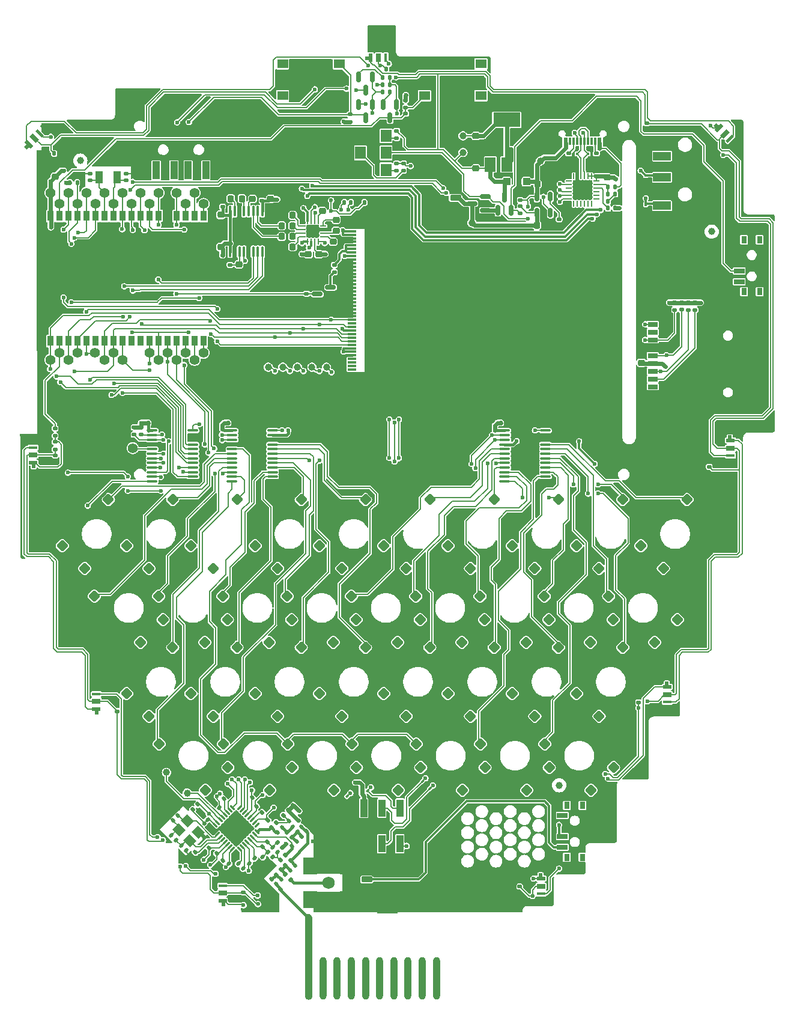
<source format=gbr>
G04 #@! TF.GenerationSoftware,KiCad,Pcbnew,7.99.0-1.20230515git1adcb86.fc37*
G04 #@! TF.CreationDate,2023-05-21T15:33:57+01:00*
G04 #@! TF.ProjectId,tr23-badge-r2,74723233-2d62-4616-9467-652d72322e6b,r2*
G04 #@! TF.SameCoordinates,Original*
G04 #@! TF.FileFunction,Copper,L4,Bot*
G04 #@! TF.FilePolarity,Positive*
%FSLAX46Y46*%
G04 Gerber Fmt 4.6, Leading zero omitted, Abs format (unit mm)*
G04 Created by KiCad (PCBNEW 7.99.0-1.20230515git1adcb86.fc37) date 2023-05-21 15:33:57*
%MOMM*%
%LPD*%
G01*
G04 APERTURE LIST*
G04 Aperture macros list*
%AMRoundRect*
0 Rectangle with rounded corners*
0 $1 Rounding radius*
0 $2 $3 $4 $5 $6 $7 $8 $9 X,Y pos of 4 corners*
0 Add a 4 corners polygon primitive as box body*
4,1,4,$2,$3,$4,$5,$6,$7,$8,$9,$2,$3,0*
0 Add four circle primitives for the rounded corners*
1,1,$1+$1,$2,$3*
1,1,$1+$1,$4,$5*
1,1,$1+$1,$6,$7*
1,1,$1+$1,$8,$9*
0 Add four rect primitives between the rounded corners*
20,1,$1+$1,$2,$3,$4,$5,0*
20,1,$1+$1,$4,$5,$6,$7,0*
20,1,$1+$1,$6,$7,$8,$9,0*
20,1,$1+$1,$8,$9,$2,$3,0*%
%AMRotRect*
0 Rectangle, with rotation*
0 The origin of the aperture is its center*
0 $1 length*
0 $2 width*
0 $3 Rotation angle, in degrees counterclockwise*
0 Add horizontal line*
21,1,$1,$2,0,0,$3*%
%AMFreePoly0*
4,1,9,0.275000,-0.600000,-0.275000,-0.600000,-0.275000,-0.350000,-0.725000,-0.350000,-0.725000,0.200000,-0.275000,0.200000,-0.275000,0.600000,0.275000,0.600000,0.275000,-0.600000,0.275000,-0.600000,$1*%
%AMFreePoly1*
4,1,9,0.275000,0.200000,0.725000,0.200000,0.725000,-0.350000,0.275000,-0.350000,0.275000,-0.600000,-0.275000,-0.600000,-0.275000,0.600000,0.275000,0.600000,0.275000,0.200000,0.275000,0.200000,$1*%
%AMFreePoly2*
4,1,27,0.100000,-0.013558,0.207708,-0.045184,0.327430,-0.122125,0.420627,-0.229680,0.479746,-0.359134,0.500000,-0.500000,0.500000,-11.500000,0.479746,-11.640866,0.420627,-11.770320,0.327430,-11.877875,0.207708,-11.954816,0.071157,-11.994911,-0.071157,-11.994911,-0.207708,-11.954816,-0.327430,-11.877875,-0.420627,-11.770320,-0.479746,-11.640866,-0.500000,-11.500000,-0.500000,-0.500000,-0.479746,-0.359134,
-0.420627,-0.229680,-0.327430,-0.122125,-0.207708,-0.045184,-0.100000,-0.013558,-0.100000,0.100000,0.100000,0.100000,0.100000,-0.013558,0.100000,-0.013558,$1*%
%AMFreePoly3*
4,1,25,3.555000,-1.595000,1.645000,-1.595000,1.500000,-1.420000,1.360000,-1.280000,1.205000,-1.155000,1.035000,-1.045000,0.860000,-0.950000,0.675000,-0.875000,0.480000,-0.820000,0.280000,-0.780000,0.085000,-0.765000,-0.085000,-0.765000,-0.280000,-0.780000,-0.480000,-0.820000,-0.675000,-0.875000,-0.860000,-0.950000,-1.035000,-1.045000,-1.205000,-1.155000,-1.360000,-1.280000,-1.500000,-1.420000,
-1.645000,-1.595000,-3.555000,-1.595000,-3.555000,0.755000,3.555000,0.755000,3.555000,-1.595000,3.555000,-1.595000,$1*%
G04 Aperture macros list end*
G04 #@! TA.AperFunction,SMDPad,CuDef*
%ADD10RoundRect,0.225000X-0.250000X0.225000X-0.250000X-0.225000X0.250000X-0.225000X0.250000X0.225000X0*%
G04 #@! TD*
G04 #@! TA.AperFunction,SMDPad,CuDef*
%ADD11R,1.500000X1.800000*%
G04 #@! TD*
G04 #@! TA.AperFunction,SMDPad,CuDef*
%ADD12RoundRect,0.150000X-0.150000X0.587500X-0.150000X-0.587500X0.150000X-0.587500X0.150000X0.587500X0*%
G04 #@! TD*
G04 #@! TA.AperFunction,SMDPad,CuDef*
%ADD13RoundRect,0.135000X-0.135000X-0.185000X0.135000X-0.185000X0.135000X0.185000X-0.135000X0.185000X0*%
G04 #@! TD*
G04 #@! TA.AperFunction,SMDPad,CuDef*
%ADD14RoundRect,0.135000X0.135000X0.185000X-0.135000X0.185000X-0.135000X-0.185000X0.135000X-0.185000X0*%
G04 #@! TD*
G04 #@! TA.AperFunction,SMDPad,CuDef*
%ADD15RoundRect,0.135000X-0.185000X0.135000X-0.185000X-0.135000X0.185000X-0.135000X0.185000X0.135000X0*%
G04 #@! TD*
G04 #@! TA.AperFunction,SMDPad,CuDef*
%ADD16C,1.400000*%
G04 #@! TD*
G04 #@! TA.AperFunction,SMDPad,CuDef*
%ADD17RoundRect,0.135000X0.185000X-0.135000X0.185000X0.135000X-0.185000X0.135000X-0.185000X-0.135000X0*%
G04 #@! TD*
G04 #@! TA.AperFunction,SMDPad,CuDef*
%ADD18RoundRect,0.150000X0.150000X-0.587500X0.150000X0.587500X-0.150000X0.587500X-0.150000X-0.587500X0*%
G04 #@! TD*
G04 #@! TA.AperFunction,SMDPad,CuDef*
%ADD19RoundRect,0.225000X0.250000X-0.225000X0.250000X0.225000X-0.250000X0.225000X-0.250000X-0.225000X0*%
G04 #@! TD*
G04 #@! TA.AperFunction,SMDPad,CuDef*
%ADD20RoundRect,0.225000X-0.225000X-0.250000X0.225000X-0.250000X0.225000X0.250000X-0.225000X0.250000X0*%
G04 #@! TD*
G04 #@! TA.AperFunction,SMDPad,CuDef*
%ADD21RoundRect,0.150000X0.150000X-0.512500X0.150000X0.512500X-0.150000X0.512500X-0.150000X-0.512500X0*%
G04 #@! TD*
G04 #@! TA.AperFunction,SMDPad,CuDef*
%ADD22RoundRect,0.140000X-0.170000X0.140000X-0.170000X-0.140000X0.170000X-0.140000X0.170000X0.140000X0*%
G04 #@! TD*
G04 #@! TA.AperFunction,SMDPad,CuDef*
%ADD23R,0.620000X1.100000*%
G04 #@! TD*
G04 #@! TA.AperFunction,SMDPad,CuDef*
%ADD24R,0.300000X1.100000*%
G04 #@! TD*
G04 #@! TA.AperFunction,ComponentPad*
%ADD25O,1.000000X2.100000*%
G04 #@! TD*
G04 #@! TA.AperFunction,ComponentPad*
%ADD26O,1.000000X1.800000*%
G04 #@! TD*
G04 #@! TA.AperFunction,SMDPad,CuDef*
%ADD27R,1.000000X1.800000*%
G04 #@! TD*
G04 #@! TA.AperFunction,SMDPad,CuDef*
%ADD28RoundRect,0.140000X0.170000X-0.140000X0.170000X0.140000X-0.170000X0.140000X-0.170000X-0.140000X0*%
G04 #@! TD*
G04 #@! TA.AperFunction,SMDPad,CuDef*
%ADD29R,1.550000X1.300000*%
G04 #@! TD*
G04 #@! TA.AperFunction,SMDPad,CuDef*
%ADD30FreePoly0,270.000000*%
G04 #@! TD*
G04 #@! TA.AperFunction,SMDPad,CuDef*
%ADD31R,1.200000X0.700000*%
G04 #@! TD*
G04 #@! TA.AperFunction,SMDPad,CuDef*
%ADD32R,1.200000X0.450000*%
G04 #@! TD*
G04 #@! TA.AperFunction,SMDPad,CuDef*
%ADD33FreePoly1,270.000000*%
G04 #@! TD*
G04 #@! TA.AperFunction,SMDPad,CuDef*
%ADD34FreePoly0,0.000000*%
G04 #@! TD*
G04 #@! TA.AperFunction,SMDPad,CuDef*
%ADD35R,0.700000X1.200000*%
G04 #@! TD*
G04 #@! TA.AperFunction,SMDPad,CuDef*
%ADD36R,0.450000X1.200000*%
G04 #@! TD*
G04 #@! TA.AperFunction,SMDPad,CuDef*
%ADD37FreePoly1,0.000000*%
G04 #@! TD*
G04 #@! TA.AperFunction,SMDPad,CuDef*
%ADD38FreePoly0,90.000000*%
G04 #@! TD*
G04 #@! TA.AperFunction,SMDPad,CuDef*
%ADD39FreePoly1,90.000000*%
G04 #@! TD*
G04 #@! TA.AperFunction,SMDPad,CuDef*
%ADD40FreePoly0,315.000000*%
G04 #@! TD*
G04 #@! TA.AperFunction,SMDPad,CuDef*
%ADD41RotRect,0.700000X1.200000X315.000000*%
G04 #@! TD*
G04 #@! TA.AperFunction,SMDPad,CuDef*
%ADD42RotRect,0.450000X1.200000X315.000000*%
G04 #@! TD*
G04 #@! TA.AperFunction,SMDPad,CuDef*
%ADD43FreePoly1,315.000000*%
G04 #@! TD*
G04 #@! TA.AperFunction,SMDPad,CuDef*
%ADD44R,0.800000X1.000000*%
G04 #@! TD*
G04 #@! TA.AperFunction,SMDPad,CuDef*
%ADD45R,1.500000X0.700000*%
G04 #@! TD*
G04 #@! TA.AperFunction,SMDPad,CuDef*
%ADD46R,0.350000X0.400000*%
G04 #@! TD*
G04 #@! TA.AperFunction,SMDPad,CuDef*
%ADD47C,1.000000*%
G04 #@! TD*
G04 #@! TA.AperFunction,SMDPad,CuDef*
%ADD48R,0.930000X1.450000*%
G04 #@! TD*
G04 #@! TA.AperFunction,SMDPad,CuDef*
%ADD49R,4.000000X4.000000*%
G04 #@! TD*
G04 #@! TA.AperFunction,SMDPad,CuDef*
%ADD50RoundRect,0.200000X0.600000X-0.200000X0.600000X0.200000X-0.600000X0.200000X-0.600000X-0.200000X0*%
G04 #@! TD*
G04 #@! TA.AperFunction,SMDPad,CuDef*
%ADD51RoundRect,0.250001X1.249999X-0.799999X1.249999X0.799999X-1.249999X0.799999X-1.249999X-0.799999X0*%
G04 #@! TD*
G04 #@! TA.AperFunction,ComponentPad*
%ADD52C,0.800000*%
G04 #@! TD*
G04 #@! TA.AperFunction,SMDPad,CuDef*
%ADD53FreePoly2,0.000000*%
G04 #@! TD*
G04 #@! TA.AperFunction,SMDPad,CuDef*
%ADD54O,1.000000X6.000000*%
G04 #@! TD*
G04 #@! TA.AperFunction,SMDPad,CuDef*
%ADD55RoundRect,0.140000X0.021213X-0.219203X0.219203X-0.021213X-0.021213X0.219203X-0.219203X0.021213X0*%
G04 #@! TD*
G04 #@! TA.AperFunction,SMDPad,CuDef*
%ADD56RoundRect,0.140000X-0.219203X-0.021213X-0.021213X-0.219203X0.219203X0.021213X0.021213X0.219203X0*%
G04 #@! TD*
G04 #@! TA.AperFunction,SMDPad,CuDef*
%ADD57RoundRect,0.135000X-0.035355X0.226274X-0.226274X0.035355X0.035355X-0.226274X0.226274X-0.035355X0*%
G04 #@! TD*
G04 #@! TA.AperFunction,SMDPad,CuDef*
%ADD58RoundRect,0.140000X0.219203X0.021213X0.021213X0.219203X-0.219203X-0.021213X-0.021213X-0.219203X0*%
G04 #@! TD*
G04 #@! TA.AperFunction,SMDPad,CuDef*
%ADD59C,1.730000*%
G04 #@! TD*
G04 #@! TA.AperFunction,SMDPad,CuDef*
%ADD60FreePoly3,0.000000*%
G04 #@! TD*
G04 #@! TA.AperFunction,SMDPad,CuDef*
%ADD61FreePoly3,180.000000*%
G04 #@! TD*
G04 #@! TA.AperFunction,SMDPad,CuDef*
%ADD62RoundRect,0.140000X-0.021213X0.219203X-0.219203X0.021213X0.021213X-0.219203X0.219203X-0.021213X0*%
G04 #@! TD*
G04 #@! TA.AperFunction,SMDPad,CuDef*
%ADD63RoundRect,0.147500X-0.017678X0.226274X-0.226274X0.017678X0.017678X-0.226274X0.226274X-0.017678X0*%
G04 #@! TD*
G04 #@! TA.AperFunction,SMDPad,CuDef*
%ADD64RoundRect,0.147500X-0.226274X-0.017678X-0.017678X-0.226274X0.226274X0.017678X0.017678X0.226274X0*%
G04 #@! TD*
G04 #@! TA.AperFunction,SMDPad,CuDef*
%ADD65RoundRect,0.147500X0.017678X-0.226274X0.226274X-0.017678X-0.017678X0.226274X-0.226274X0.017678X0*%
G04 #@! TD*
G04 #@! TA.AperFunction,SMDPad,CuDef*
%ADD66RotRect,1.400000X1.200000X135.000000*%
G04 #@! TD*
G04 #@! TA.AperFunction,SMDPad,CuDef*
%ADD67RoundRect,0.135000X0.226274X0.035355X0.035355X0.226274X-0.226274X-0.035355X-0.035355X-0.226274X0*%
G04 #@! TD*
G04 #@! TA.AperFunction,SMDPad,CuDef*
%ADD68RoundRect,0.135000X0.035355X-0.226274X0.226274X-0.035355X-0.035355X0.226274X-0.226274X0.035355X0*%
G04 #@! TD*
G04 #@! TA.AperFunction,SMDPad,CuDef*
%ADD69RoundRect,0.062500X-0.309359X0.220971X0.220971X-0.309359X0.309359X-0.220971X-0.220971X0.309359X0*%
G04 #@! TD*
G04 #@! TA.AperFunction,SMDPad,CuDef*
%ADD70RoundRect,0.062500X-0.309359X-0.220971X-0.220971X-0.309359X0.309359X0.220971X0.220971X0.309359X0*%
G04 #@! TD*
G04 #@! TA.AperFunction,SMDPad,CuDef*
%ADD71RotRect,3.450000X3.450000X315.000000*%
G04 #@! TD*
G04 #@! TA.AperFunction,SMDPad,CuDef*
%ADD72R,1.500000X2.000000*%
G04 #@! TD*
G04 #@! TA.AperFunction,SMDPad,CuDef*
%ADD73R,3.800000X2.000000*%
G04 #@! TD*
G04 #@! TA.AperFunction,SMDPad,CuDef*
%ADD74RoundRect,0.250000X-0.300000X-0.300000X0.300000X-0.300000X0.300000X0.300000X-0.300000X0.300000X0*%
G04 #@! TD*
G04 #@! TA.AperFunction,SMDPad,CuDef*
%ADD75RotRect,0.400000X0.350000X45.000000*%
G04 #@! TD*
G04 #@! TA.AperFunction,SMDPad,CuDef*
%ADD76RoundRect,0.100000X-0.100000X0.637500X-0.100000X-0.637500X0.100000X-0.637500X0.100000X0.637500X0*%
G04 #@! TD*
G04 #@! TA.AperFunction,SMDPad,CuDef*
%ADD77RoundRect,0.225000X0.225000X0.250000X-0.225000X0.250000X-0.225000X-0.250000X0.225000X-0.250000X0*%
G04 #@! TD*
G04 #@! TA.AperFunction,SMDPad,CuDef*
%ADD78RoundRect,0.062500X-0.350000X-0.062500X0.350000X-0.062500X0.350000X0.062500X-0.350000X0.062500X0*%
G04 #@! TD*
G04 #@! TA.AperFunction,SMDPad,CuDef*
%ADD79RoundRect,0.062500X-0.062500X-0.350000X0.062500X-0.350000X0.062500X0.350000X-0.062500X0.350000X0*%
G04 #@! TD*
G04 #@! TA.AperFunction,SMDPad,CuDef*
%ADD80R,1.700000X1.700000*%
G04 #@! TD*
G04 #@! TA.AperFunction,SMDPad,CuDef*
%ADD81R,1.400000X0.700000*%
G04 #@! TD*
G04 #@! TA.AperFunction,SMDPad,CuDef*
%ADD82R,2.200000X1.200000*%
G04 #@! TD*
G04 #@! TA.AperFunction,SMDPad,CuDef*
%ADD83R,1.400000X1.600000*%
G04 #@! TD*
G04 #@! TA.AperFunction,SMDPad,CuDef*
%ADD84RoundRect,0.140000X-0.140000X-0.170000X0.140000X-0.170000X0.140000X0.170000X-0.140000X0.170000X0*%
G04 #@! TD*
G04 #@! TA.AperFunction,SMDPad,CuDef*
%ADD85RoundRect,0.100000X0.637500X0.100000X-0.637500X0.100000X-0.637500X-0.100000X0.637500X-0.100000X0*%
G04 #@! TD*
G04 #@! TA.AperFunction,SMDPad,CuDef*
%ADD86RoundRect,0.135000X0.134997X0.185002X-0.135003X0.184998X-0.134997X-0.185002X0.135003X-0.184998X0*%
G04 #@! TD*
G04 #@! TA.AperFunction,SMDPad,CuDef*
%ADD87RoundRect,0.062500X-0.062500X0.350000X-0.062500X-0.350000X0.062500X-0.350000X0.062500X0.350000X0*%
G04 #@! TD*
G04 #@! TA.AperFunction,SMDPad,CuDef*
%ADD88RoundRect,0.062500X-0.350000X0.062500X-0.350000X-0.062500X0.350000X-0.062500X0.350000X0.062500X0*%
G04 #@! TD*
G04 #@! TA.AperFunction,SMDPad,CuDef*
%ADD89R,2.600000X2.600000*%
G04 #@! TD*
G04 #@! TA.AperFunction,SMDPad,CuDef*
%ADD90RoundRect,0.150000X0.587500X0.150000X-0.587500X0.150000X-0.587500X-0.150000X0.587500X-0.150000X0*%
G04 #@! TD*
G04 #@! TA.AperFunction,SMDPad,CuDef*
%ADD91R,1.000000X2.500000*%
G04 #@! TD*
G04 #@! TA.AperFunction,SMDPad,CuDef*
%ADD92R,3.250000X3.000000*%
G04 #@! TD*
G04 #@! TA.AperFunction,ComponentPad*
%ADD93C,0.550000*%
G04 #@! TD*
G04 #@! TA.AperFunction,SMDPad,CuDef*
%ADD94R,2.500000X1.200000*%
G04 #@! TD*
G04 #@! TA.AperFunction,SMDPad,CuDef*
%ADD95RoundRect,0.325000X0.000000X-0.459619X0.459619X0.000000X0.000000X0.459619X-0.459619X0.000000X0*%
G04 #@! TD*
G04 #@! TA.AperFunction,SMDPad,CuDef*
%ADD96RoundRect,0.200000X-0.600000X0.200000X-0.600000X-0.200000X0.600000X-0.200000X0.600000X0.200000X0*%
G04 #@! TD*
G04 #@! TA.AperFunction,SMDPad,CuDef*
%ADD97RoundRect,0.250001X-1.249999X0.799999X-1.249999X-0.799999X1.249999X-0.799999X1.249999X0.799999X0*%
G04 #@! TD*
G04 #@! TA.AperFunction,SMDPad,CuDef*
%ADD98R,1.000000X2.450000*%
G04 #@! TD*
G04 #@! TA.AperFunction,SMDPad,CuDef*
%ADD99RoundRect,0.325000X0.459619X0.000000X0.000000X0.459619X-0.459619X0.000000X0.000000X-0.459619X0*%
G04 #@! TD*
G04 #@! TA.AperFunction,SMDPad,CuDef*
%ADD100RoundRect,0.150000X-0.587500X-0.150000X0.587500X-0.150000X0.587500X0.150000X-0.587500X0.150000X0*%
G04 #@! TD*
G04 #@! TA.AperFunction,SMDPad,CuDef*
%ADD101FreePoly0,45.000000*%
G04 #@! TD*
G04 #@! TA.AperFunction,SMDPad,CuDef*
%ADD102RotRect,0.700000X1.200000X45.000000*%
G04 #@! TD*
G04 #@! TA.AperFunction,SMDPad,CuDef*
%ADD103RotRect,0.450000X1.200000X45.000000*%
G04 #@! TD*
G04 #@! TA.AperFunction,SMDPad,CuDef*
%ADD104FreePoly1,45.000000*%
G04 #@! TD*
G04 #@! TA.AperFunction,SMDPad,CuDef*
%ADD105R,1.200000X0.300000*%
G04 #@! TD*
G04 #@! TA.AperFunction,SMDPad,CuDef*
%ADD106R,3.300000X2.200000*%
G04 #@! TD*
G04 #@! TA.AperFunction,ViaPad*
%ADD107C,0.600000*%
G04 #@! TD*
G04 #@! TA.AperFunction,Conductor*
%ADD108C,0.200000*%
G04 #@! TD*
G04 #@! TA.AperFunction,Conductor*
%ADD109C,0.300000*%
G04 #@! TD*
G04 #@! TA.AperFunction,Conductor*
%ADD110C,0.600000*%
G04 #@! TD*
G04 #@! TA.AperFunction,Conductor*
%ADD111C,0.400000*%
G04 #@! TD*
G04 #@! TA.AperFunction,Conductor*
%ADD112C,0.440000*%
G04 #@! TD*
G04 APERTURE END LIST*
D10*
G04 #@! TO.P,C9,1*
G04 #@! TO.N,+3.3V*
X161750000Y-49682500D03*
G04 #@! TO.P,C9,2*
G04 #@! TO.N,GND*
X161750000Y-51232500D03*
G04 #@! TD*
D11*
G04 #@! TO.P,D1,2,A*
G04 #@! TO.N,GND*
X145500000Y-54457500D03*
G04 #@! TO.P,D1,1,K*
G04 #@! TO.N,Net-(D1-K)*
X149100000Y-54457500D03*
G04 #@! TD*
D12*
G04 #@! TO.P,Q1,1,B*
G04 #@! TO.N,Net-(Q1-B)*
X148700000Y-45220000D03*
G04 #@! TO.P,Q1,2,E*
G04 #@! TO.N,/RTS*
X150600000Y-45220000D03*
G04 #@! TO.P,Q1,3,C*
G04 #@! TO.N,/EN*
X149650000Y-47095000D03*
G04 #@! TD*
G04 #@! TO.P,Q2,1,B*
G04 #@! TO.N,Net-(Q2-B)*
X145250000Y-45220000D03*
G04 #@! TO.P,Q2,2,E*
G04 #@! TO.N,/DTR*
X147150000Y-45220000D03*
G04 #@! TO.P,Q2,3,C*
G04 #@! TO.N,/~{CC_CS}{slash}BOOT0*
X146200000Y-47095000D03*
G04 #@! TD*
D13*
G04 #@! TO.P,R3,1*
G04 #@! TO.N,Net-(Q3-B)*
X148590000Y-41457500D03*
G04 #@! TO.P,R3,2*
G04 #@! TO.N,/RTS*
X149610000Y-41457500D03*
G04 #@! TD*
D14*
G04 #@! TO.P,R1,1*
G04 #@! TO.N,Net-(Q1-B)*
X149610000Y-43457500D03*
G04 #@! TO.P,R1,2*
G04 #@! TO.N,/DTR*
X148590000Y-43457500D03*
G04 #@! TD*
D13*
G04 #@! TO.P,R2,1*
G04 #@! TO.N,Net-(Q2-B)*
X148590000Y-42457500D03*
G04 #@! TO.P,R2,2*
G04 #@! TO.N,/RTS*
X149610000Y-42457500D03*
G04 #@! TD*
D15*
G04 #@! TO.P,R4,1*
G04 #@! TO.N,+3.3V*
X114550000Y-90747500D03*
G04 #@! TO.P,R4,2*
G04 #@! TO.N,/SDA*
X114550000Y-91767500D03*
G04 #@! TD*
D11*
G04 #@! TO.P,D4,2,A*
G04 #@! TO.N,GND*
X145500000Y-49657500D03*
G04 #@! TO.P,D4,1,K*
G04 #@! TO.N,Net-(D4-K)*
X149100000Y-49657500D03*
G04 #@! TD*
D16*
G04 #@! TO.P,TP16,1,1*
G04 #@! TO.N,/TXD0*
X104325000Y-81222500D03*
G04 #@! TD*
G04 #@! TO.P,TP17,1,1*
G04 #@! TO.N,/RXD0*
X105595000Y-80252500D03*
G04 #@! TD*
G04 #@! TO.P,TP1,1,1*
G04 #@! TO.N,/EN*
X103055000Y-59262500D03*
G04 #@! TD*
G04 #@! TO.P,TP2,1,1*
G04 #@! TO.N,/~{CC_CS}{slash}BOOT0*
X117025000Y-81222500D03*
G04 #@! TD*
G04 #@! TO.P,TP3,1,1*
G04 #@! TO.N,/SD_DAT0{slash}BOOT2*
X118295000Y-80252500D03*
G04 #@! TD*
G04 #@! TO.P,TP4,1,1*
G04 #@! TO.N,/SDA*
X115755000Y-80252500D03*
G04 #@! TD*
G04 #@! TO.P,TP5,1,1*
G04 #@! TO.N,/SCL*
X111945000Y-81222500D03*
G04 #@! TD*
G04 #@! TO.P,TP6,1,1*
G04 #@! TO.N,/I2S_WS*
X117025000Y-57692500D03*
G04 #@! TD*
G04 #@! TO.P,TP7,1,1*
G04 #@! TO.N,/BACKLIGHT*
X119565000Y-57692500D03*
G04 #@! TD*
G04 #@! TO.P,TP8,1,1*
G04 #@! TO.N,/SD_CLK*
X115755000Y-59262500D03*
G04 #@! TD*
G04 #@! TO.P,TP9,1,1*
G04 #@! TO.N,/SD_CMD*
X119565000Y-81222500D03*
G04 #@! TD*
G04 #@! TO.P,TP10,1,1*
G04 #@! TO.N,/SCK*
X110675000Y-80252500D03*
G04 #@! TD*
G04 #@! TO.P,TP11,1,1*
G04 #@! TO.N,/~{DISP_CS}*
X109405000Y-81222500D03*
G04 #@! TD*
G04 #@! TO.P,TP12,1,1*
G04 #@! TO.N,/~{DISP_RST}*
X108065000Y-80222500D03*
G04 #@! TD*
G04 #@! TO.P,TP13,1,1*
G04 #@! TO.N,/LED_DIN*
X103055000Y-80252500D03*
G04 #@! TD*
G04 #@! TO.P,TP14,1,1*
G04 #@! TO.N,/MOSI*
X101785000Y-81222500D03*
G04 #@! TD*
G04 #@! TO.P,TP15,1,1*
G04 #@! TO.N,/I2S_SD*
X111945000Y-57692500D03*
G04 #@! TD*
G04 #@! TO.P,TP18,1,1*
G04 #@! TO.N,/_reserved7*
X122105000Y-81222500D03*
G04 #@! TD*
G04 #@! TO.P,TP19,1,1*
G04 #@! TO.N,/_reserved8*
X120835000Y-80252500D03*
G04 #@! TD*
G04 #@! TO.P,TP20,1,1*
G04 #@! TO.N,/_reserved9*
X120835000Y-59262500D03*
G04 #@! TD*
G04 #@! TO.P,TP21,1,1*
G04 #@! TO.N,/_reserved10*
X122105000Y-57692500D03*
G04 #@! TD*
G04 #@! TO.P,TP22,1,1*
G04 #@! TO.N,/_reserved11*
X123375000Y-59262500D03*
G04 #@! TD*
G04 #@! TO.P,TP23,1,1*
G04 #@! TO.N,/_reserved6*
X123375000Y-80252500D03*
G04 #@! TD*
G04 #@! TO.P,TP24,1,1*
G04 #@! TO.N,/KEY_INT*
X105595000Y-59262500D03*
G04 #@! TD*
G04 #@! TO.P,TP25,1,1*
G04 #@! TO.N,/FSYNC*
X104325000Y-57692500D03*
G04 #@! TD*
G04 #@! TO.P,TP26,1,1*
G04 #@! TO.N,/MISO*
X108135000Y-59262500D03*
G04 #@! TD*
G04 #@! TO.P,TP27,1,1*
G04 #@! TO.N,/CC_INT*
X106865000Y-57692500D03*
G04 #@! TD*
G04 #@! TO.P,TP28,1,1*
G04 #@! TO.N,/32K_XN*
X110675000Y-59262500D03*
G04 #@! TD*
G04 #@! TO.P,TP29,1,1*
G04 #@! TO.N,/32K_XP*
X109405000Y-57692500D03*
G04 #@! TD*
G04 #@! TO.P,TP30,1,1*
G04 #@! TO.N,/~{DC}*
X114485000Y-57692500D03*
G04 #@! TD*
G04 #@! TO.P,TP31,1,1*
G04 #@! TO.N,/I2S_SCK*
X113215000Y-59262500D03*
G04 #@! TD*
G04 #@! TO.P,TP32,1,1*
G04 #@! TO.N,+3.3V*
X101785000Y-57692500D03*
G04 #@! TD*
D11*
G04 #@! TO.P,D2,2,A*
G04 #@! TO.N,Net-(D2-A)*
X145500000Y-52057500D03*
G04 #@! TO.P,D2,1,K*
G04 #@! TO.N,VBUS*
X149100000Y-52057500D03*
G04 #@! TD*
D17*
G04 #@! TO.P,R6,1*
G04 #@! TO.N,+3.3V*
X144000000Y-47667500D03*
G04 #@! TO.P,R6,2*
G04 #@! TO.N,/~{CC_CS}{slash}BOOT0*
X144000000Y-46647500D03*
G04 #@! TD*
D18*
G04 #@! TO.P,Q5,1,G*
G04 #@! TO.N,/power/~{PWR_EN}*
X166760000Y-60135000D03*
G04 #@! TO.P,Q5,2,S*
G04 #@! TO.N,Net-(Q4-S)*
X164860000Y-60135000D03*
G04 #@! TO.P,Q5,3,D*
G04 #@! TO.N,+VSW*
X165810000Y-58260000D03*
G04 #@! TD*
D19*
G04 #@! TO.P,C8,1*
G04 #@! TO.N,+VSW*
X161750000Y-54232500D03*
G04 #@! TO.P,C8,2*
G04 #@! TO.N,GND*
X161750000Y-52682500D03*
G04 #@! TD*
D15*
G04 #@! TO.P,R10,1*
G04 #@! TO.N,Net-(U1-STAT)*
X151550000Y-53547500D03*
G04 #@! TO.P,R10,2*
G04 #@! TO.N,Net-(D2-A)*
X151550000Y-54567500D03*
G04 #@! TD*
G04 #@! TO.P,R8,1*
G04 #@! TO.N,Net-(U1-PROG)*
X173500000Y-61397500D03*
G04 #@! TO.P,R8,2*
G04 #@! TO.N,GND*
X173500000Y-62417500D03*
G04 #@! TD*
D20*
G04 #@! TO.P,C7,1*
G04 #@! TO.N,+BATT*
X170335000Y-62247500D03*
G04 #@! TO.P,C7,2*
G04 #@! TO.N,GND*
X171885000Y-62247500D03*
G04 #@! TD*
G04 #@! TO.P,C6,1*
G04 #@! TO.N,VBUS*
X170435000Y-56447500D03*
G04 #@! TO.P,C6,2*
G04 #@! TO.N,GND*
X171985000Y-56447500D03*
G04 #@! TD*
D21*
G04 #@! TO.P,U1,1,STAT*
G04 #@! TO.N,Net-(U1-STAT)*
X172260000Y-60485000D03*
G04 #@! TO.P,U1,2,V_{SS}*
G04 #@! TO.N,GND*
X171310000Y-60485000D03*
G04 #@! TO.P,U1,3,V_{BAT}*
G04 #@! TO.N,+BATT*
X170360000Y-60485000D03*
G04 #@! TO.P,U1,4,V_{DD}*
G04 #@! TO.N,VBUS*
X170360000Y-58210000D03*
G04 #@! TO.P,U1,5,PROG*
G04 #@! TO.N,Net-(U1-PROG)*
X172260000Y-58210000D03*
G04 #@! TD*
D15*
G04 #@! TO.P,R13,1*
G04 #@! TO.N,+VSW*
X150600000Y-48947500D03*
G04 #@! TO.P,R13,2*
G04 #@! TO.N,Net-(D4-K)*
X150600000Y-49967500D03*
G04 #@! TD*
D17*
G04 #@! TO.P,R12,1*
G04 #@! TO.N,VBUS*
X168010000Y-58707500D03*
G04 #@! TO.P,R12,2*
G04 #@! TO.N,GND*
X168010000Y-57687500D03*
G04 #@! TD*
D15*
G04 #@! TO.P,R9,1*
G04 #@! TO.N,Net-(U1-STAT)*
X150600000Y-53547500D03*
G04 #@! TO.P,R9,2*
G04 #@! TO.N,Net-(D1-K)*
X150600000Y-54567500D03*
G04 #@! TD*
G04 #@! TO.P,R11,1*
G04 #@! TO.N,+BATT*
X168010000Y-59587500D03*
G04 #@! TO.P,R11,2*
G04 #@! TO.N,/power/~{PWR_EN}*
X168010000Y-60607500D03*
G04 #@! TD*
G04 #@! TO.P,R5,1*
G04 #@! TO.N,+3.3V*
X113600000Y-90747500D03*
G04 #@! TO.P,R5,2*
G04 #@! TO.N,/SCL*
X113600000Y-91767500D03*
G04 #@! TD*
D22*
G04 #@! TO.P,C5,1*
G04 #@! TO.N,/EN*
X151850000Y-46527500D03*
G04 #@! TO.P,C5,2*
G04 #@! TO.N,GND*
X151850000Y-47487500D03*
G04 #@! TD*
D23*
G04 #@! TO.P,J2,A1,GND*
G04 #@! TO.N,GND*
X173600000Y-50407500D03*
G04 #@! TO.P,J2,A4,VBUS*
G04 #@! TO.N,VBUS*
X174400000Y-50407500D03*
D24*
G04 #@! TO.P,J2,A5,CC1*
G04 #@! TO.N,Net-(J2-CC1)*
X175550000Y-50407500D03*
G04 #@! TO.P,J2,A6,Dp1*
G04 #@! TO.N,/usb/USB_DP*
X176550000Y-50407500D03*
G04 #@! TO.P,J2,A7,Dn1*
G04 #@! TO.N,/usb/USB_DN*
X177050000Y-50407500D03*
G04 #@! TO.P,J2,A8,SBU1*
G04 #@! TO.N,unconnected-(J2-SBU1-PadA8)*
X175050000Y-50407500D03*
D23*
G04 #@! TO.P,J2,B1,GND*
G04 #@! TO.N,GND*
X180000000Y-50407500D03*
G04 #@! TO.P,J2,B4,VBUS*
G04 #@! TO.N,VBUS*
X179200000Y-50407500D03*
D24*
G04 #@! TO.P,J2,B5,CC2*
G04 #@! TO.N,Net-(J2-CC2)*
X178550000Y-50407500D03*
G04 #@! TO.P,J2,B6,Dp2*
G04 #@! TO.N,/usb/USB_DP*
X177550000Y-50407501D03*
G04 #@! TO.P,J2,B7,Dn2*
G04 #@! TO.N,/usb/USB_DN*
X176050000Y-50407500D03*
G04 #@! TO.P,J2,B8,SBU2*
G04 #@! TO.N,unconnected-(J2-SBU2-PadB8)*
X178050000Y-50407500D03*
D25*
G04 #@! TO.P,J2,SH,SH*
G04 #@! TO.N,GND*
X172480000Y-49857500D03*
D26*
X172480000Y-45707500D03*
D25*
X181120000Y-49857500D03*
D26*
X181120000Y-45707500D03*
G04 #@! TD*
D13*
G04 #@! TO.P,R17,1*
G04 #@! TO.N,Net-(U3-VBUS)*
X180390000Y-57857500D03*
G04 #@! TO.P,R17,2*
G04 #@! TO.N,Net-(R17-Pad2)*
X181410000Y-57857500D03*
G04 #@! TD*
D14*
G04 #@! TO.P,R16,1*
G04 #@! TO.N,VBUS*
X181410000Y-56857500D03*
G04 #@! TO.P,R16,2*
G04 #@! TO.N,Net-(U3-VBUS)*
X180390000Y-56857500D03*
G04 #@! TD*
D27*
G04 #@! TO.P,Y1,1,1*
G04 #@! TO.N,/32K_XP*
X108650000Y-55457500D03*
G04 #@! TO.P,Y1,2,2*
G04 #@! TO.N,/32K_XN*
X111150000Y-55457500D03*
G04 #@! TD*
D22*
G04 #@! TO.P,C31,1*
G04 #@! TO.N,+VSW*
X102450000Y-94670000D03*
G04 #@! TO.P,C31,2*
G04 #@! TO.N,GND*
X102450000Y-95630000D03*
G04 #@! TD*
D28*
G04 #@! TO.P,C32,1*
G04 #@! TO.N,+VSW*
X111200000Y-130730000D03*
G04 #@! TO.P,C32,2*
G04 #@! TO.N,GND*
X111200000Y-129770000D03*
G04 #@! TD*
D22*
G04 #@! TO.P,C33,1*
G04 #@! TO.N,+VSW*
X129000000Y-156220000D03*
G04 #@! TO.P,C33,2*
G04 #@! TO.N,GND*
X129000000Y-157180000D03*
G04 #@! TD*
D28*
G04 #@! TO.P,C36,1*
G04 #@! TO.N,+VSW*
X194650000Y-96280000D03*
G04 #@! TO.P,C36,2*
G04 #@! TO.N,GND*
X194650000Y-95320000D03*
G04 #@! TD*
D17*
G04 #@! TO.P,R21,1*
G04 #@! TO.N,+VSW*
X102450000Y-93810000D03*
G04 #@! TO.P,R21,2*
G04 #@! TO.N,Net-(LED1-DIN)*
X102450000Y-92790000D03*
G04 #@! TD*
D28*
G04 #@! TO.P,C34,1*
G04 #@! TO.N,+VSW*
X167950000Y-155430000D03*
G04 #@! TO.P,C34,2*
G04 #@! TO.N,GND*
X167950000Y-154470000D03*
G04 #@! TD*
D29*
G04 #@! TO.P,S1,1,1*
G04 #@! TO.N,/~{CC_CS}{slash}BOOT0*
X142480000Y-39507500D03*
G04 #@! TO.P,S1,2,2*
G04 #@! TO.N,unconnected-(S1-Pad2)*
X134520000Y-39507500D03*
G04 #@! TO.P,S1,3,K*
G04 #@! TO.N,unconnected-(S1-K-Pad3)*
X134520000Y-44007500D03*
G04 #@! TO.P,S1,4,A*
G04 #@! TO.N,GND*
X142480000Y-44007500D03*
G04 #@! TD*
D28*
G04 #@! TO.P,C35,1*
G04 #@! TO.N,+VSW*
X184700000Y-129480000D03*
G04 #@! TO.P,C35,2*
G04 #@! TO.N,GND*
X184700000Y-128520000D03*
G04 #@! TD*
D30*
G04 #@! TO.P,LED6,1,DIN*
G04 #@! TO.N,Net-(LED5-DOUT)*
X197650000Y-92582500D03*
D31*
G04 #@! TO.P,LED6,2,VDD*
G04 #@! TO.N,+VSW*
X197650000Y-93707500D03*
D32*
G04 #@! TO.P,LED6,3,DOUT*
G04 #@! TO.N,Net-(LED6-DOUT)*
X197650000Y-94732500D03*
D33*
G04 #@! TO.P,LED6,4,VSS*
G04 #@! TO.N,GND*
X197650000Y-95732500D03*
G04 #@! TD*
D34*
G04 #@! TO.P,LED8,1,DIN*
G04 #@! TO.N,Net-(LED7-DOUT)*
X146925000Y-38607500D03*
D35*
G04 #@! TO.P,LED8,2,VDD*
G04 #@! TO.N,+VSW*
X148050000Y-38607500D03*
D36*
G04 #@! TO.P,LED8,3,DOUT*
G04 #@! TO.N,Net-(LED8-DOUT)*
X149075000Y-38607500D03*
D37*
G04 #@! TO.P,LED8,4,VSS*
G04 #@! TO.N,GND*
X150075000Y-38607500D03*
G04 #@! TD*
D38*
G04 #@! TO.P,LED1,1,DIN*
G04 #@! TO.N,Net-(LED1-DIN)*
X99350000Y-95732500D03*
D31*
G04 #@! TO.P,LED1,2,VDD*
G04 #@! TO.N,+VSW*
X99350000Y-94607500D03*
D32*
G04 #@! TO.P,LED1,3,DOUT*
G04 #@! TO.N,Net-(LED1-DOUT)*
X99350000Y-93582500D03*
D39*
G04 #@! TO.P,LED1,4,VSS*
G04 #@! TO.N,GND*
X99350000Y-92582500D03*
G04 #@! TD*
D38*
G04 #@! TO.P,LED3,1,DIN*
G04 #@! TO.N,Net-(LED2-DOUT)*
X126050000Y-157432500D03*
D31*
G04 #@! TO.P,LED3,2,VDD*
G04 #@! TO.N,+VSW*
X126050000Y-156307500D03*
D32*
G04 #@! TO.P,LED3,3,DOUT*
G04 #@! TO.N,Net-(LED3-DOUT)*
X126050000Y-155282500D03*
D39*
G04 #@! TO.P,LED3,4,VSS*
G04 #@! TO.N,GND*
X126050000Y-154282500D03*
G04 #@! TD*
D30*
G04 #@! TO.P,LED4,1,DIN*
G04 #@! TO.N,Net-(LED3-DOUT)*
X170950000Y-154282500D03*
D31*
G04 #@! TO.P,LED4,2,VDD*
G04 #@! TO.N,+VSW*
X170950000Y-155407500D03*
D32*
G04 #@! TO.P,LED4,3,DOUT*
G04 #@! TO.N,Net-(LED4-DOUT)*
X170950000Y-156432500D03*
D33*
G04 #@! TO.P,LED4,4,VSS*
G04 #@! TO.N,GND*
X170950000Y-157432500D03*
G04 #@! TD*
D40*
G04 #@! TO.P,LED7,1,DIN*
G04 #@! TO.N,Net-(LED6-DOUT)*
X196047398Y-48582716D03*
D41*
G04 #@! TO.P,LED7,2,VDD*
G04 #@! TO.N,+VSW*
X196842893Y-49378211D03*
D42*
G04 #@! TO.P,LED7,3,DOUT*
G04 #@! TO.N,Net-(LED7-DOUT)*
X197567678Y-50102995D03*
D43*
G04 #@! TO.P,LED7,4,VSS*
G04 #@! TO.N,GND*
X198274784Y-50810102D03*
G04 #@! TD*
D44*
G04 #@! TO.P,S3,*
G04 #@! TO.N,*
X199540000Y-71607500D03*
X201750000Y-64307500D03*
X201750000Y-71607500D03*
X199540000Y-64307500D03*
D45*
G04 #@! TO.P,S3,1,1*
G04 #@! TO.N,GND*
X198890000Y-65707500D03*
G04 #@! TO.P,S3,2,2*
G04 #@! TO.N,/power/~{PWR_EN}*
X198890000Y-68707500D03*
G04 #@! TO.P,S3,3,3*
G04 #@! TO.N,unconnected-(S3-Pad3)*
X198890000Y-70207500D03*
G04 #@! TD*
D28*
G04 #@! TO.P,C3,1*
G04 #@! TO.N,+3.3V*
X103650000Y-54580000D03*
G04 #@! TO.P,C3,2*
G04 #@! TO.N,GND*
X103650000Y-53620000D03*
G04 #@! TD*
D46*
G04 #@! TO.P,D8,1,A1*
G04 #@! TO.N,/audio/OUTR*
X185700000Y-55257500D03*
G04 #@! TO.P,D8,2,A2*
G04 #@! TO.N,GND*
X185700000Y-56957500D03*
G04 #@! TD*
G04 #@! TO.P,D9,1,A1*
G04 #@! TO.N,/audio/OUTL*
X185700000Y-59357500D03*
G04 #@! TO.P,D9,2,A2*
G04 #@! TO.N,GND*
X185700000Y-61057500D03*
G04 #@! TD*
D47*
G04 #@! TO.P,TP35,1,1*
G04 #@! TO.N,Net-(U9-GPIO3)*
X118150000Y-139350000D03*
G04 #@! TD*
D22*
G04 #@! TO.P,C1,1*
G04 #@! TO.N,GND*
X107360000Y-54977500D03*
G04 #@! TO.P,C1,2*
G04 #@! TO.N,/32K_XP*
X107360000Y-55937500D03*
G04 #@! TD*
D48*
G04 #@! TO.P,A1,1,GND*
G04 #@! TO.N,GND*
X100515000Y-60947500D03*
G04 #@! TO.P,A1,2,VDD3V3*
G04 #@! TO.N,+3.3V*
X101785000Y-60947500D03*
G04 #@! TO.P,A1,3,EN*
G04 #@! TO.N,/EN*
X103055000Y-60947500D03*
G04 #@! TO.P,A1,4,I36*
G04 #@! TO.N,/FSYNC*
X104325000Y-60947500D03*
G04 #@! TO.P,A1,5,I39*
G04 #@! TO.N,/KEY_INT*
X105595000Y-60947500D03*
G04 #@! TO.P,A1,6,I34*
G04 #@! TO.N,/CC_INT*
X106865000Y-60947500D03*
G04 #@! TO.P,A1,7,I35*
G04 #@! TO.N,/MISO*
X108135000Y-60947500D03*
G04 #@! TO.P,A1,8,IO32*
G04 #@! TO.N,/32K_XP*
X109405000Y-60947500D03*
G04 #@! TO.P,A1,9,IO33*
G04 #@! TO.N,/32K_XN*
X110675000Y-60947500D03*
G04 #@! TO.P,A1,10,IO25*
G04 #@! TO.N,/I2S_SD*
X111945000Y-60947500D03*
G04 #@! TO.P,A1,11,IO26*
G04 #@! TO.N,/I2S_SCK*
X113215000Y-60947500D03*
G04 #@! TO.P,A1,12,IO27*
G04 #@! TO.N,/~{DC}*
X114485000Y-60947500D03*
G04 #@! TO.P,A1,13,IO14*
G04 #@! TO.N,/SD_CLK*
X115755000Y-60947500D03*
G04 #@! TO.P,A1,14,IO12*
G04 #@! TO.N,/I2S_WS*
X117025000Y-60947500D03*
G04 #@! TO.P,A1,15,GND*
G04 #@! TO.N,GND*
X118295000Y-60947500D03*
G04 #@! TO.P,A1,16,IO13*
G04 #@! TO.N,/BACKLIGHT*
X119565000Y-60947500D03*
G04 #@! TO.P,A1,17,SHD/SD2*
G04 #@! TO.N,/_reserved9*
X120835000Y-60947500D03*
G04 #@! TO.P,A1,18,SWP/SD3*
G04 #@! TO.N,/_reserved10*
X122105000Y-60947500D03*
G04 #@! TO.P,A1,19,SCS/CMD*
G04 #@! TO.N,/_reserved11*
X123375000Y-60947500D03*
G04 #@! TO.P,A1,20,SCK/CLK*
G04 #@! TO.N,/_reserved6*
X123375000Y-78567500D03*
G04 #@! TO.P,A1,21,SDO/SD0*
G04 #@! TO.N,/_reserved7*
X122105000Y-78567500D03*
G04 #@! TO.P,A1,22,SDI/SD1*
G04 #@! TO.N,/_reserved8*
X120835000Y-78567500D03*
G04 #@! TO.P,A1,23,IO15*
G04 #@! TO.N,/SD_CMD*
X119565000Y-78567500D03*
G04 #@! TO.P,A1,24,IO2*
G04 #@! TO.N,/SD_DAT0{slash}BOOT2*
X118295000Y-78567500D03*
G04 #@! TO.P,A1,25,IO0*
G04 #@! TO.N,/~{CC_CS}{slash}BOOT0*
X117025000Y-78567500D03*
G04 #@! TO.P,A1,26,IO4*
G04 #@! TO.N,/SDA*
X115755000Y-78567500D03*
G04 #@! TO.P,A1,27,NC*
G04 #@! TO.N,unconnected-(A1-NC-Pad27)*
X114485000Y-78567500D03*
G04 #@! TO.P,A1,28,NC*
G04 #@! TO.N,unconnected-(A1-NC-Pad28)*
X113215000Y-78567500D03*
G04 #@! TO.P,A1,29,IO5*
G04 #@! TO.N,/SCL*
X111945000Y-78567500D03*
G04 #@! TO.P,A1,30,IO18*
G04 #@! TO.N,/SCK*
X110675000Y-78567500D03*
G04 #@! TO.P,A1,31,IO19*
G04 #@! TO.N,/~{DISP_CS}*
X109405000Y-78567500D03*
G04 #@! TO.P,A1,32,NC*
G04 #@! TO.N,unconnected-(A1-NC-Pad32)*
X108135000Y-78567500D03*
G04 #@! TO.P,A1,33,IO21*
G04 #@! TO.N,/~{DISP_RST}*
X106865000Y-78567500D03*
G04 #@! TO.P,A1,34,IO3/RXD0*
G04 #@! TO.N,/RXD0*
X105595000Y-78567500D03*
G04 #@! TO.P,A1,35,IO1/TXD0*
G04 #@! TO.N,/TXD0*
X104325000Y-78567500D03*
G04 #@! TO.P,A1,36,IO22*
G04 #@! TO.N,/LED_DIN*
X103055000Y-78567500D03*
G04 #@! TO.P,A1,37,IO23*
G04 #@! TO.N,/MOSI*
X101785000Y-78567500D03*
G04 #@! TO.P,A1,38,GND*
G04 #@! TO.N,GND*
X100515000Y-78567500D03*
D49*
G04 #@! TO.P,A1,39,EXP*
X108305000Y-68377500D03*
G04 #@! TD*
D28*
G04 #@! TO.P,C2,1*
G04 #@! TO.N,/32K_XN*
X112440000Y-55937500D03*
G04 #@! TO.P,C2,2*
G04 #@! TO.N,GND*
X112440000Y-54977500D03*
G04 #@! TD*
D50*
G04 #@! TO.P,J1,1,Pin_1*
G04 #@! TO.N,+BATT*
X158900000Y-58407500D03*
G04 #@! TO.P,J1,2,Pin_2*
G04 #@! TO.N,GND*
X158900000Y-57157500D03*
D51*
G04 #@! TO.P,J1,MP,MountPin*
X156000000Y-60957500D03*
X156000000Y-54607500D03*
G04 #@! TD*
D52*
G04 #@! TO.P,AE1,1,A*
G04 #@! TO.N,/radio/ANT*
X138202000Y-170857500D03*
D53*
X138202000Y-159357500D03*
D52*
X140202000Y-170857500D03*
D54*
X140202000Y-168357500D03*
D52*
X140202000Y-165857500D03*
X142202000Y-170857500D03*
D54*
X142202000Y-168357500D03*
D52*
X142202000Y-165857500D03*
X144202000Y-170857500D03*
D54*
X144202000Y-168357500D03*
D52*
X144202000Y-165857500D03*
X146202000Y-170857500D03*
D54*
X146202000Y-168357500D03*
D52*
X146202000Y-165857500D03*
X148202000Y-170857500D03*
D54*
X148202000Y-168357500D03*
D52*
X148202000Y-165857500D03*
X150202000Y-170857500D03*
D54*
X150202000Y-168357500D03*
D52*
X150202000Y-165857500D03*
X152202000Y-170857500D03*
D54*
X152202000Y-168357500D03*
D52*
X152202000Y-165857500D03*
X154202000Y-170857500D03*
D54*
X154202000Y-168357500D03*
D52*
X154202000Y-165857500D03*
X156202000Y-170857500D03*
D54*
X156202000Y-168357500D03*
D52*
X156202000Y-165857500D03*
G04 #@! TD*
D55*
G04 #@! TO.P,C43,1*
G04 #@! TO.N,GND*
X119089179Y-146128465D03*
G04 #@! TO.P,C43,2*
G04 #@! TO.N,Net-(U9-XOSC_Q2)*
X119768001Y-145449643D03*
G04 #@! TD*
D56*
G04 #@! TO.P,C41,1*
G04 #@! TO.N,GND*
X118833621Y-148236120D03*
G04 #@! TO.P,C41,2*
G04 #@! TO.N,Net-(U9-XOSC_Q1)*
X119512443Y-148914942D03*
G04 #@! TD*
D55*
G04 #@! TO.P,C62,1*
G04 #@! TO.N,+3.3V*
X130810091Y-144123691D03*
G04 #@! TO.P,C62,2*
G04 #@! TO.N,GND*
X131488913Y-143444869D03*
G04 #@! TD*
D57*
G04 #@! TO.P,R29,1*
G04 #@! TO.N,+3.3V*
X135334018Y-144682589D03*
G04 #@! TO.P,R29,2*
G04 #@! TO.N,Net-(C47-Pad2)*
X134612770Y-145403837D03*
G04 #@! TD*
D55*
G04 #@! TO.P,C65,1*
G04 #@! TO.N,Net-(U9-DCPL)*
X126228463Y-143083678D03*
G04 #@! TO.P,C65,2*
G04 #@! TO.N,GND*
X126907285Y-142404856D03*
G04 #@! TD*
D58*
G04 #@! TO.P,C66,1*
G04 #@! TO.N,+3.3V*
X125623109Y-144331934D03*
G04 #@! TO.P,C66,2*
G04 #@! TO.N,GND*
X124944287Y-143653112D03*
G04 #@! TD*
D59*
G04 #@! TO.P,J8,1,In*
G04 #@! TO.N,/radio/ANT_EXT*
X141000000Y-154875000D03*
D60*
G04 #@! TO.P,J8,2,Ext*
G04 #@! TO.N,GND*
X141000000Y-152075000D03*
D61*
X141000000Y-157675000D03*
G04 #@! TD*
D55*
G04 #@! TO.P,C68,1*
G04 #@! TO.N,+3.3V*
X130224677Y-142877133D03*
G04 #@! TO.P,C68,2*
G04 #@! TO.N,GND*
X130903499Y-142198311D03*
G04 #@! TD*
D62*
G04 #@! TO.P,C50,1*
G04 #@! TO.N,Net-(C50-Pad1)*
X134468661Y-147092550D03*
G04 #@! TO.P,C50,2*
G04 #@! TO.N,Net-(U9-PA)*
X133789839Y-147771372D03*
G04 #@! TD*
G04 #@! TO.P,C60,1*
G04 #@! TO.N,Net-(U9-DCPL_PFD_CHP)*
X126117023Y-151744323D03*
G04 #@! TO.P,C60,2*
G04 #@! TO.N,GND*
X125438201Y-152423145D03*
G04 #@! TD*
G04 #@! TO.P,C53,1*
G04 #@! TO.N,+3.3V*
X124177287Y-150020114D03*
G04 #@! TO.P,C53,2*
G04 #@! TO.N,GND*
X123498465Y-150698936D03*
G04 #@! TD*
G04 #@! TO.P,C67,1*
G04 #@! TO.N,Net-(C67-Pad1)*
X132964554Y-154406910D03*
G04 #@! TO.P,C67,2*
G04 #@! TO.N,GND*
X132285732Y-155085732D03*
G04 #@! TD*
D58*
G04 #@! TO.P,C42,1*
G04 #@! TO.N,GND*
X120903922Y-150323462D03*
G04 #@! TO.P,C42,2*
G04 #@! TO.N,Net-(U9-XOSC_Q1)*
X120225100Y-149644640D03*
G04 #@! TD*
D55*
G04 #@! TO.P,C59,1*
G04 #@! TO.N,+3.3V*
X132451781Y-146110025D03*
G04 #@! TO.P,C59,2*
G04 #@! TO.N,GND*
X133130603Y-145431203D03*
G04 #@! TD*
G04 #@! TO.P,C46,1*
G04 #@! TO.N,+3.3V*
X136034903Y-143981704D03*
G04 #@! TO.P,C46,2*
G04 #@! TO.N,GND*
X136713725Y-143302882D03*
G04 #@! TD*
D62*
G04 #@! TO.P,C61,1*
G04 #@! TO.N,Net-(C58-Pad2)*
X136289554Y-152431910D03*
G04 #@! TO.P,C61,2*
G04 #@! TO.N,Net-(C61-Pad2)*
X135610732Y-153110732D03*
G04 #@! TD*
D63*
G04 #@! TO.P,L8,1,1*
G04 #@! TO.N,Net-(C58-Pad2)*
X135618090Y-151771321D03*
G04 #@! TO.P,L8,2,2*
G04 #@! TO.N,Net-(C61-Pad2)*
X134932196Y-152457215D03*
G04 #@! TD*
G04 #@! TO.P,L1,1,1*
G04 #@! TO.N,Net-(C47-Pad2)*
X133592947Y-146414553D03*
G04 #@! TO.P,L1,2,2*
G04 #@! TO.N,Net-(U9-PA)*
X132907053Y-147100447D03*
G04 #@! TD*
D64*
G04 #@! TO.P,L2,1,1*
G04 #@! TO.N,Net-(U9-LNA_N)*
X132412324Y-150582334D03*
G04 #@! TO.P,L2,2,2*
G04 #@! TO.N,Net-(C54-Pad2)*
X133098218Y-151268228D03*
G04 #@! TD*
D62*
G04 #@! TO.P,C58,1*
G04 #@! TO.N,GND*
X137839411Y-146360589D03*
G04 #@! TO.P,C58,2*
G04 #@! TO.N,Net-(C58-Pad2)*
X137160589Y-147039411D03*
G04 #@! TD*
D55*
G04 #@! TO.P,C55,1*
G04 #@! TO.N,Net-(U9-TRX_SW)*
X135810589Y-149739411D03*
G04 #@! TO.P,C55,2*
G04 #@! TO.N,Net-(C52-Pad1)*
X136489411Y-149060589D03*
G04 #@! TD*
D56*
G04 #@! TO.P,C56,1*
G04 #@! TO.N,+3.3V*
X126960589Y-152218089D03*
G04 #@! TO.P,C56,2*
G04 #@! TO.N,GND*
X127639411Y-152896911D03*
G04 #@! TD*
D65*
G04 #@! TO.P,L3,1,1*
G04 #@! TO.N,Net-(U9-LNA_N)*
X131640022Y-149831387D03*
G04 #@! TO.P,L3,2,2*
G04 #@! TO.N,Net-(U9-LNA_P)*
X132325916Y-149145493D03*
G04 #@! TD*
D64*
G04 #@! TO.P,L5,1,1*
G04 #@! TO.N,Net-(C50-Pad1)*
X135133341Y-147753553D03*
G04 #@! TO.P,L5,2,2*
G04 #@! TO.N,Net-(C52-Pad1)*
X135819235Y-148439447D03*
G04 #@! TD*
D55*
G04 #@! TO.P,C45,1*
G04 #@! TO.N,+3.3V*
X136807205Y-144754006D03*
G04 #@! TO.P,C45,2*
G04 #@! TO.N,GND*
X137486027Y-144075184D03*
G04 #@! TD*
D62*
G04 #@! TO.P,C69,1*
G04 #@! TO.N,Net-(C67-Pad1)*
X134289554Y-154406910D03*
G04 #@! TO.P,C69,2*
G04 #@! TO.N,/radio/ANT*
X133610732Y-155085732D03*
G04 #@! TD*
D57*
G04 #@! TO.P,R27,1*
G04 #@! TO.N,GND*
X132352573Y-144269497D03*
G04 #@! TO.P,R27,2*
G04 #@! TO.N,Net-(U9-RBIAS)*
X131631325Y-144990745D03*
G04 #@! TD*
D66*
G04 #@! TO.P,Y2,1,1*
G04 #@! TO.N,Net-(U9-XOSC_Q1)*
X121438077Y-148967595D03*
G04 #@! TO.P,Y2,2,2*
G04 #@! TO.N,GND*
X119882442Y-147411960D03*
G04 #@! TO.P,Y2,3,3*
G04 #@! TO.N,Net-(U9-XOSC_Q2)*
X121084523Y-146209879D03*
G04 #@! TO.P,Y2,4,4*
G04 #@! TO.N,GND*
X122640158Y-147765514D03*
G04 #@! TD*
D56*
G04 #@! TO.P,C44,1*
G04 #@! TO.N,Net-(U9-LPF1)*
X128275962Y-152211296D03*
G04 #@! TO.P,C44,2*
G04 #@! TO.N,Net-(U9-LPF0)*
X128954784Y-152890118D03*
G04 #@! TD*
D65*
G04 #@! TO.P,L9,1,1*
G04 #@! TO.N,GND*
X133507053Y-156517947D03*
G04 #@! TO.P,L9,2,2*
G04 #@! TO.N,/radio/ANT*
X134192947Y-155832053D03*
G04 #@! TD*
D67*
G04 #@! TO.P,R30,1*
G04 #@! TO.N,/radio/ANT_EXT*
X135635767Y-154456945D03*
G04 #@! TO.P,R30,2*
G04 #@! TO.N,Net-(C61-Pad2)*
X134914519Y-153735697D03*
G04 #@! TD*
D58*
G04 #@! TO.P,C64,1*
G04 #@! TO.N,+3.3V*
X123970741Y-145984301D03*
G04 #@! TO.P,C64,2*
G04 #@! TO.N,GND*
X123291919Y-145305479D03*
G04 #@! TD*
D68*
G04 #@! TO.P,R31,1*
G04 #@! TO.N,Net-(C67-Pad1)*
X133589519Y-153781945D03*
G04 #@! TO.P,R31,2*
G04 #@! TO.N,Net-(C61-Pad2)*
X134310767Y-153060697D03*
G04 #@! TD*
D69*
G04 #@! TO.P,U9,1,VDD_GUARD*
G04 #@! TO.N,+3.3V*
X125007784Y-146748260D03*
G04 #@! TO.P,U9,2,~{RESET}*
G04 #@! TO.N,/CC_RESET*
X125361338Y-146394707D03*
G04 #@! TO.P,U9,3,GPIO3*
G04 #@! TO.N,Net-(U9-GPIO3)*
X125714891Y-146041153D03*
G04 #@! TO.P,U9,4,GPIO2*
G04 #@! TO.N,Net-(U9-GPIO2)*
X126068445Y-145687600D03*
G04 #@! TO.P,U9,5,DVDD*
G04 #@! TO.N,+3.3V*
X126421998Y-145334047D03*
G04 #@! TO.P,U9,6,DCPL*
G04 #@! TO.N,Net-(U9-DCPL)*
X126775551Y-144980493D03*
G04 #@! TO.P,U9,7,SI*
G04 #@! TO.N,/MOSI*
X127129105Y-144626940D03*
G04 #@! TO.P,U9,8,SCLK*
G04 #@! TO.N,/SCK*
X127482658Y-144273386D03*
D70*
G04 #@! TO.P,U9,9,SO(GPIO1)*
G04 #@! TO.N,/MISO*
X128454930Y-144273386D03*
G04 #@! TO.P,U9,10,GPIO0*
G04 #@! TO.N,/CC_INT*
X128808483Y-144626940D03*
G04 #@! TO.P,U9,11,~{CS}*
G04 #@! TO.N,/~{CC_CS}{slash}BOOT0*
X129162037Y-144980493D03*
G04 #@! TO.P,U9,12,DVDD*
G04 #@! TO.N,+3.3V*
X129515590Y-145334047D03*
G04 #@! TO.P,U9,13,AVDD_IF*
X129869143Y-145687600D03*
G04 #@! TO.P,U9,14,RBIAS*
G04 #@! TO.N,Net-(U9-RBIAS)*
X130222697Y-146041153D03*
G04 #@! TO.P,U9,15,AVDD_RF*
G04 #@! TO.N,+3.3V*
X130576250Y-146394707D03*
G04 #@! TO.P,U9,16*
G04 #@! TO.N,N/C*
X130929804Y-146748260D03*
D69*
G04 #@! TO.P,U9,17,PA*
G04 #@! TO.N,Net-(U9-PA)*
X130929804Y-147720532D03*
G04 #@! TO.P,U9,18,TRX_SW*
G04 #@! TO.N,Net-(U9-TRX_SW)*
X130576250Y-148074085D03*
G04 #@! TO.P,U9,19,LNA_P*
G04 #@! TO.N,Net-(U9-LNA_P)*
X130222697Y-148427639D03*
G04 #@! TO.P,U9,20,LNA_N*
G04 #@! TO.N,Net-(U9-LNA_N)*
X129869143Y-148781192D03*
G04 #@! TO.P,U9,21,DCPL_VCO*
G04 #@! TO.N,Net-(U9-DCPL_VCO)*
X129515590Y-149134745D03*
G04 #@! TO.P,U9,22,AVDD_SYNTH1*
G04 #@! TO.N,+3.3V*
X129162037Y-149488299D03*
G04 #@! TO.P,U9,23,LPF0*
G04 #@! TO.N,Net-(U9-LPF0)*
X128808483Y-149841852D03*
G04 #@! TO.P,U9,24,LPF1*
G04 #@! TO.N,Net-(U9-LPF1)*
X128454930Y-150195406D03*
D70*
G04 #@! TO.P,U9,25,AVDD_PFD_CHP*
G04 #@! TO.N,+3.3V*
X127482658Y-150195406D03*
G04 #@! TO.P,U9,26,DCPL_PFD_CHP*
G04 #@! TO.N,Net-(U9-DCPL_PFD_CHP)*
X127129105Y-149841852D03*
G04 #@! TO.P,U9,27,AVDD_SYNTH2*
G04 #@! TO.N,+3.3V*
X126775551Y-149488299D03*
G04 #@! TO.P,U9,28,AVDD_XOSC*
X126421998Y-149134745D03*
G04 #@! TO.P,U9,29,DCPL_XOSC*
G04 #@! TO.N,Net-(U9-DCPL_XOSC)*
X126068445Y-148781192D03*
G04 #@! TO.P,U9,30,XOSC_Q1*
G04 #@! TO.N,Net-(U9-XOSC_Q1)*
X125714891Y-148427639D03*
G04 #@! TO.P,U9,31,XOSC_Q2*
G04 #@! TO.N,Net-(U9-XOSC_Q2)*
X125361338Y-148074085D03*
G04 #@! TO.P,U9,32,EXT_XOSC*
G04 #@! TO.N,GND*
X125007784Y-147720532D03*
D71*
G04 #@! TO.P,U9,33,GND_EP*
X127968794Y-147234396D03*
G04 #@! TD*
D56*
G04 #@! TO.P,C49,1*
G04 #@! TO.N,Net-(U9-LNA_N)*
X131710589Y-151268089D03*
G04 #@! TO.P,C49,2*
G04 #@! TO.N,GND*
X132389411Y-151946911D03*
G04 #@! TD*
D65*
G04 #@! TO.P,L6,1,1*
G04 #@! TO.N,Net-(C52-Pad1)*
X137182053Y-148342947D03*
G04 #@! TO.P,L6,2,2*
G04 #@! TO.N,Net-(C58-Pad2)*
X137867947Y-147657053D03*
G04 #@! TD*
D58*
G04 #@! TO.P,C52,1*
G04 #@! TO.N,Net-(C52-Pad1)*
X136552080Y-147699530D03*
G04 #@! TO.P,C52,2*
G04 #@! TO.N,Net-(C50-Pad1)*
X135873258Y-147020708D03*
G04 #@! TD*
D62*
G04 #@! TO.P,C57,1*
G04 #@! TO.N,Net-(U9-DCPL_XOSC)*
X122214263Y-150618139D03*
G04 #@! TO.P,C57,2*
G04 #@! TO.N,GND*
X121535441Y-151296961D03*
G04 #@! TD*
D65*
G04 #@! TO.P,L4,1,1*
G04 #@! TO.N,Net-(C54-Pad2)*
X134199395Y-151708260D03*
G04 #@! TO.P,L4,2,2*
G04 #@! TO.N,Net-(U9-TRX_SW)*
X134885289Y-151022366D03*
G04 #@! TD*
D56*
G04 #@! TO.P,C51,1*
G04 #@! TO.N,+3.3V*
X129838526Y-152157415D03*
G04 #@! TO.P,C51,2*
G04 #@! TO.N,GND*
X130517348Y-152836237D03*
G04 #@! TD*
D62*
G04 #@! TO.P,C47,1*
G04 #@! TO.N,+3.3V*
X136085107Y-145476104D03*
G04 #@! TO.P,C47,2*
G04 #@! TO.N,Net-(C47-Pad2)*
X135406285Y-146154926D03*
G04 #@! TD*
G04 #@! TO.P,C48,1*
G04 #@! TO.N,+3.3V*
X125218997Y-150774455D03*
G04 #@! TO.P,C48,2*
G04 #@! TO.N,GND*
X124540175Y-151453277D03*
G04 #@! TD*
D56*
G04 #@! TO.P,C63,1*
G04 #@! TO.N,Net-(U9-DCPL_VCO)*
X130537289Y-151455258D03*
G04 #@! TO.P,C63,2*
G04 #@! TO.N,GND*
X131216111Y-152134080D03*
G04 #@! TD*
G04 #@! TO.P,C54,1*
G04 #@! TO.N,Net-(U9-LNA_P)*
X133089379Y-149912351D03*
G04 #@! TO.P,C54,2*
G04 #@! TO.N,Net-(C54-Pad2)*
X133768201Y-150591173D03*
G04 #@! TD*
D47*
G04 #@! TO.P,FID4,*
G04 #@! TO.N,*
X195002000Y-63157500D03*
G04 #@! TD*
G04 #@! TO.P,FID5,*
G04 #@! TO.N,*
X106002000Y-53157500D03*
G04 #@! TD*
G04 #@! TO.P,FID6,*
G04 #@! TO.N,*
X173502000Y-141157500D03*
G04 #@! TD*
G04 #@! TO.P,TP34,1,1*
G04 #@! TO.N,Net-(U9-GPIO2)*
X121060600Y-142250500D03*
G04 #@! TD*
D15*
G04 #@! TO.P,R23,1*
G04 #@! TO.N,+3.3V*
X190750000Y-73137500D03*
G04 #@! TO.P,R23,2*
G04 #@! TO.N,/SD_CLK*
X190750000Y-74157500D03*
G04 #@! TD*
G04 #@! TO.P,R24,1*
G04 #@! TO.N,+3.3V*
X189800000Y-73147500D03*
G04 #@! TO.P,R24,2*
G04 #@! TO.N,/SD_DAT0{slash}BOOT2*
X189800000Y-74167500D03*
G04 #@! TD*
G04 #@! TO.P,R22,1*
G04 #@! TO.N,+3.3V*
X191700000Y-73147500D03*
G04 #@! TO.P,R22,2*
G04 #@! TO.N,/SD_CMD*
X191700000Y-74167500D03*
G04 #@! TD*
D19*
G04 #@! TO.P,C37,1*
G04 #@! TO.N,+3.3V*
X185100000Y-81632500D03*
G04 #@! TO.P,C37,2*
G04 #@! TO.N,GND*
X185100000Y-80082500D03*
G04 #@! TD*
D64*
G04 #@! TO.P,L7,1,1*
G04 #@! TO.N,Net-(U9-LNA_P)*
X133757053Y-149214553D03*
G04 #@! TO.P,L7,2,2*
G04 #@! TO.N,GND*
X134442947Y-149900447D03*
G04 #@! TD*
D15*
G04 #@! TO.P,R25,1*
G04 #@! TO.N,+3.3V*
X192650000Y-73147500D03*
G04 #@! TO.P,R25,2*
G04 #@! TO.N,Net-(J7-DAT3{slash}CD)*
X192650000Y-74167500D03*
G04 #@! TD*
D72*
G04 #@! TO.P,U2,1,GND*
G04 #@! TO.N,GND*
X168400000Y-53707500D03*
G04 #@! TO.P,U2,2,VOUT*
G04 #@! TO.N,+3.3V*
X166100000Y-53707500D03*
G04 #@! TO.P,U2,3,VIN*
G04 #@! TO.N,+VSW*
X163800000Y-53707500D03*
D73*
G04 #@! TO.P,U2,4,VOUT*
G04 #@! TO.N,+3.3V*
X166100000Y-47407500D03*
G04 #@! TD*
D29*
G04 #@! TO.P,S2,1,1*
G04 #@! TO.N,/EN*
X154520000Y-44007500D03*
G04 #@! TO.P,S2,2,2*
G04 #@! TO.N,unconnected-(S2-Pad2)*
X162480000Y-44007500D03*
G04 #@! TO.P,S2,3,K*
G04 #@! TO.N,unconnected-(S2-K-Pad3)*
X162480000Y-39507500D03*
G04 #@! TO.P,S2,4,A*
G04 #@! TO.N,GND*
X154520000Y-39507500D03*
G04 #@! TD*
D15*
G04 #@! TO.P,R7,1*
G04 #@! TO.N,+3.3V*
X151850000Y-44647500D03*
G04 #@! TO.P,R7,2*
G04 #@! TO.N,/EN*
X151850000Y-45667500D03*
G04 #@! TD*
D12*
G04 #@! TO.P,Q3,1,B*
G04 #@! TO.N,Net-(Q3-B)*
X145250000Y-41320000D03*
G04 #@! TO.P,Q3,2,E*
G04 #@! TO.N,/DTR*
X147150000Y-41320000D03*
G04 #@! TO.P,Q3,3,C*
G04 #@! TO.N,/SD_DAT0{slash}BOOT2*
X146200000Y-43195000D03*
G04 #@! TD*
D74*
G04 #@! TO.P,D3,1,K*
G04 #@! TO.N,+VSW*
X166100000Y-56107500D03*
G04 #@! TO.P,D3,2,A*
G04 #@! TO.N,VBUS*
X168900000Y-56107500D03*
G04 #@! TD*
D75*
G04 #@! TO.P,D13,1,A1*
G04 #@! TO.N,/LED_DOUT*
X146498959Y-141908541D03*
G04 #@! TO.P,D13,2,A2*
G04 #@! TO.N,GND*
X147701041Y-140706459D03*
G04 #@! TD*
G04 #@! TO.P,D14,1,A1*
G04 #@! TO.N,/SAO_GPIO2*
X143597918Y-142709582D03*
G04 #@! TO.P,D14,2,A2*
G04 #@! TO.N,GND*
X144800000Y-141507500D03*
G04 #@! TD*
G04 #@! TO.P,D11,1,A1*
G04 #@! TO.N,/SDA*
X154248959Y-140551041D03*
G04 #@! TO.P,D11,2,A2*
G04 #@! TO.N,GND*
X155451041Y-139348959D03*
G04 #@! TD*
G04 #@! TO.P,D12,1,A1*
G04 #@! TO.N,/SCL*
X155298959Y-141601041D03*
G04 #@! TO.P,D12,2,A2*
G04 #@! TO.N,GND*
X156501041Y-140398959D03*
G04 #@! TD*
D20*
G04 #@! TO.P,C16,1*
G04 #@! TO.N,Net-(U4-CAPP)*
X127225000Y-58507500D03*
G04 #@! TO.P,C16,2*
G04 #@! TO.N,Net-(U4-CAPM)*
X128775000Y-58507500D03*
G04 #@! TD*
D19*
G04 #@! TO.P,C17,1*
G04 #@! TO.N,+3.3V*
X132800000Y-58532500D03*
G04 #@! TO.P,C17,2*
G04 #@! TO.N,GND*
X132800000Y-56982500D03*
G04 #@! TD*
D22*
G04 #@! TO.P,C18,1*
G04 #@! TO.N,/audio/LDO0*
X127097800Y-67824700D03*
G04 #@! TO.P,C18,2*
G04 #@! TO.N,GND*
X127097800Y-68784700D03*
G04 #@! TD*
D19*
G04 #@! TO.P,C15,1*
G04 #@! TO.N,Net-(U4-VNEG)*
X130250000Y-58532500D03*
G04 #@! TO.P,C15,2*
G04 #@! TO.N,GND*
X130250000Y-56982500D03*
G04 #@! TD*
D10*
G04 #@! TO.P,C20,1*
G04 #@! TO.N,/audio/LDO0*
X128367800Y-67783700D03*
G04 #@! TO.P,C20,2*
G04 #@! TO.N,GND*
X128367800Y-69333700D03*
G04 #@! TD*
D28*
G04 #@! TO.P,C14,1*
G04 #@! TO.N,+3.3V*
X131600000Y-58787500D03*
G04 #@! TO.P,C14,2*
G04 #@! TO.N,GND*
X131600000Y-57827500D03*
G04 #@! TD*
G04 #@! TO.P,C12,1*
G04 #@! TO.N,+3.3V*
X126050000Y-59637500D03*
G04 #@! TO.P,C12,2*
G04 #@! TO.N,GND*
X126050000Y-58677500D03*
G04 #@! TD*
D76*
G04 #@! TO.P,U4,1,CPVDD*
G04 #@! TO.N,+3.3V*
X127119200Y-60260600D03*
G04 #@! TO.P,U4,2,CAPP*
G04 #@! TO.N,Net-(U4-CAPP)*
X127769200Y-60260600D03*
G04 #@! TO.P,U4,3,CPGND*
G04 #@! TO.N,GND*
X128419200Y-60260600D03*
G04 #@! TO.P,U4,4,CAPM*
G04 #@! TO.N,Net-(U4-CAPM)*
X129069200Y-60260600D03*
G04 #@! TO.P,U4,5,VNEG*
G04 #@! TO.N,Net-(U4-VNEG)*
X129719200Y-60260600D03*
G04 #@! TO.P,U4,6,OUTL*
G04 #@! TO.N,/audio/DAC_OUTL*
X130369200Y-60260600D03*
G04 #@! TO.P,U4,7,OUTR*
G04 #@! TO.N,/audio/DAC_OUTR*
X131019200Y-60260600D03*
G04 #@! TO.P,U4,8,AVDD*
G04 #@! TO.N,+3.3V*
X131669200Y-60260600D03*
G04 #@! TO.P,U4,9,AGND*
G04 #@! TO.N,GND*
X132319200Y-60260600D03*
G04 #@! TO.P,U4,10,DEMP*
X132969200Y-60260600D03*
G04 #@! TO.P,U4,11,FLT*
X132969200Y-65985600D03*
G04 #@! TO.P,U4,12,SCK*
X132319200Y-65985600D03*
G04 #@! TO.P,U4,13,BCK*
G04 #@! TO.N,/I2S_SCK*
X131669200Y-65985600D03*
G04 #@! TO.P,U4,14,DIN*
G04 #@! TO.N,/I2S_SD*
X131019200Y-65985600D03*
G04 #@! TO.P,U4,15,LRCK*
G04 #@! TO.N,/I2S_WS*
X130369200Y-65985600D03*
G04 #@! TO.P,U4,16,FMT*
G04 #@! TO.N,GND*
X129719200Y-65985600D03*
G04 #@! TO.P,U4,17,XSMT*
G04 #@! TO.N,+3.3V*
X129069200Y-65985600D03*
G04 #@! TO.P,U4,18,LDOO*
G04 #@! TO.N,/audio/LDO0*
X128419200Y-65985600D03*
G04 #@! TO.P,U4,19,DGND*
G04 #@! TO.N,GND*
X127769200Y-65985600D03*
G04 #@! TO.P,U4,20,DVDD*
G04 #@! TO.N,+3.3V*
X127119200Y-65985600D03*
G04 #@! TD*
D19*
G04 #@! TO.P,C4,1*
G04 #@! TO.N,+3.3V*
X102450000Y-55425000D03*
G04 #@! TO.P,C4,2*
G04 #@! TO.N,GND*
X102450000Y-53875000D03*
G04 #@! TD*
D10*
G04 #@! TO.P,C26,1*
G04 #@! TO.N,+3.3V*
X139613200Y-66320300D03*
G04 #@! TO.P,C26,2*
G04 #@! TO.N,GND*
X139613200Y-67870300D03*
G04 #@! TD*
G04 #@! TO.P,C27,1*
G04 #@! TO.N,+3.3V*
X138140000Y-66320300D03*
G04 #@! TO.P,C27,2*
G04 #@! TO.N,GND*
X138140000Y-67870300D03*
G04 #@! TD*
G04 #@! TO.P,C13,1*
G04 #@! TO.N,+3.3V*
X125800000Y-60782500D03*
G04 #@! TO.P,C13,2*
G04 #@! TO.N,GND*
X125800000Y-62332500D03*
G04 #@! TD*
D22*
G04 #@! TO.P,C19,1*
G04 #@! TO.N,+3.3V*
X126050000Y-66477500D03*
G04 #@! TO.P,C19,2*
G04 #@! TO.N,GND*
X126050000Y-67437500D03*
G04 #@! TD*
D19*
G04 #@! TO.P,C21,1*
G04 #@! TO.N,+3.3V*
X125800000Y-65332500D03*
G04 #@! TO.P,C21,2*
G04 #@! TO.N,GND*
X125800000Y-63782500D03*
G04 #@! TD*
D77*
G04 #@! TO.P,C22,1*
G04 #@! TO.N,Net-(U5-INL+)*
X135950000Y-63834300D03*
G04 #@! TO.P,C22,2*
G04 #@! TO.N,/audio/DAC_OUTL*
X134400000Y-63834300D03*
G04 #@! TD*
G04 #@! TO.P,C23,1*
G04 #@! TO.N,Net-(U5-INL-)*
X135950000Y-65307500D03*
G04 #@! TO.P,C23,2*
G04 #@! TO.N,GND*
X134400000Y-65307500D03*
G04 #@! TD*
G04 #@! TO.P,C24,1*
G04 #@! TO.N,Net-(U5-INR+)*
X135950000Y-62335700D03*
G04 #@! TO.P,C24,2*
G04 #@! TO.N,/audio/DAC_OUTR*
X134400000Y-62335700D03*
G04 #@! TD*
G04 #@! TO.P,C25,1*
G04 #@! TO.N,Net-(U5-INR-)*
X135950000Y-60862500D03*
G04 #@! TO.P,C25,2*
G04 #@! TO.N,GND*
X134400000Y-60862500D03*
G04 #@! TD*
D19*
G04 #@! TO.P,C28,1*
G04 #@! TO.N,Net-(U5-CAP+)*
X142050000Y-63018900D03*
G04 #@! TO.P,C28,2*
G04 #@! TO.N,Net-(U5-CAP-)*
X142050000Y-61468900D03*
G04 #@! TD*
G04 #@! TO.P,C29,1*
G04 #@! TO.N,GND*
X141650000Y-66125000D03*
G04 #@! TO.P,C29,2*
G04 #@! TO.N,Net-(U5-HPVDD)*
X141650000Y-64575000D03*
G04 #@! TD*
D15*
G04 #@! TO.P,R14,1*
G04 #@! TO.N,Net-(J2-CC1)*
X174850000Y-52147500D03*
G04 #@! TO.P,R14,2*
G04 #@! TO.N,GND*
X174850000Y-53167500D03*
G04 #@! TD*
G04 #@! TO.P,R15,1*
G04 #@! TO.N,Net-(J2-CC2)*
X178750000Y-52147500D03*
G04 #@! TO.P,R15,2*
G04 #@! TO.N,GND*
X178750000Y-53167500D03*
G04 #@! TD*
D78*
G04 #@! TO.P,U5,1,INL-*
G04 #@! TO.N,Net-(U5-INL-)*
X137312500Y-63857500D03*
G04 #@! TO.P,U5,2,INL+*
G04 #@! TO.N,Net-(U5-INL+)*
X137312500Y-63357500D03*
G04 #@! TO.P,U5,3,INR+*
G04 #@! TO.N,Net-(U5-INR+)*
X137312500Y-62857500D03*
G04 #@! TO.P,U5,4,INR-*
G04 #@! TO.N,Net-(U5-INR-)*
X137312500Y-62357500D03*
D79*
G04 #@! TO.P,U5,5,OUTR*
G04 #@! TO.N,/audio/OUTR*
X138025000Y-61645000D03*
G04 #@! TO.P,U5,6,G0*
G04 #@! TO.N,/AMP_GAIN0*
X138525000Y-61645000D03*
G04 #@! TO.P,U5,7,G1*
G04 #@! TO.N,/AMP_GAIN1*
X139025000Y-61645000D03*
G04 #@! TO.P,U5,8,HPVSS*
G04 #@! TO.N,Net-(U5-HPVSS)*
X139525000Y-61645000D03*
D78*
G04 #@! TO.P,U5,9,CAP-*
G04 #@! TO.N,Net-(U5-CAP-)*
X140237500Y-62357500D03*
G04 #@! TO.P,U5,10,PGND*
G04 #@! TO.N,GND*
X140237500Y-62857500D03*
G04 #@! TO.P,U5,11,CAP+*
G04 #@! TO.N,Net-(U5-CAP+)*
X140237500Y-63357500D03*
G04 #@! TO.P,U5,12,HPVDD*
G04 #@! TO.N,Net-(U5-HPVDD)*
X140237500Y-63857500D03*
D79*
G04 #@! TO.P,U5,13,EN*
G04 #@! TO.N,/AMP_EN*
X139525000Y-64570000D03*
G04 #@! TO.P,U5,14,PVDD*
G04 #@! TO.N,+3.3V*
X139025000Y-64570000D03*
G04 #@! TO.P,U5,15,SGND*
G04 #@! TO.N,/audio/SGND*
X138525000Y-64570000D03*
G04 #@! TO.P,U5,16,OUTL*
G04 #@! TO.N,/audio/OUTL*
X138025000Y-64570000D03*
D80*
G04 #@! TO.P,U5,17,PAD*
G04 #@! TO.N,GND*
X138775000Y-63107500D03*
G04 #@! TD*
D16*
G04 #@! TO.P,TP33,1,1*
G04 #@! TO.N,/io_expander/P1_7*
X113400000Y-93657500D03*
G04 #@! TD*
D75*
G04 #@! TO.P,D10,1,A1*
G04 #@! TO.N,+3.3V*
X145450000Y-140857500D03*
G04 #@! TO.P,D10,2,A2*
G04 #@! TO.N,GND*
X146652082Y-139655418D03*
G04 #@! TD*
D68*
G04 #@! TO.P,R28,1*
G04 #@! TO.N,+3.3V*
X121839376Y-144568124D03*
G04 #@! TO.P,R28,2*
G04 #@! TO.N,/CC_RESET*
X122560624Y-143846876D03*
G04 #@! TD*
D13*
G04 #@! TO.P,R18,1*
G04 #@! TO.N,Net-(R17-Pad2)*
X180390000Y-58857500D03*
G04 #@! TO.P,R18,2*
G04 #@! TO.N,GND*
X181410000Y-58857500D03*
G04 #@! TD*
D81*
G04 #@! TO.P,J7,3,CMD*
G04 #@! TO.N,/SD_CMD*
X186700000Y-82807500D03*
D82*
G04 #@! TO.P,J7,G,SHIELD*
G04 #@! TO.N,GND*
X196900000Y-90507500D03*
X196900000Y-75007500D03*
D83*
X187300000Y-89607500D03*
X187300000Y-74757500D03*
D81*
G04 #@! TO.P,J7,2,DAT3/CD*
G04 #@! TO.N,Net-(J7-DAT3{slash}CD)*
X186700000Y-83907500D03*
G04 #@! TO.P,J7,1,DAT2*
G04 #@! TO.N,unconnected-(J7-DAT2-Pad1)*
X186700000Y-85007500D03*
G04 #@! TO.P,J7,4,VDD*
G04 #@! TO.N,+3.3V*
X186700000Y-81707500D03*
G04 #@! TO.P,J7,5,CLK*
G04 #@! TO.N,/SD_CLK*
X186700000Y-80607500D03*
G04 #@! TO.P,J7,6,VSS*
G04 #@! TO.N,GND*
X186700000Y-79507500D03*
G04 #@! TO.P,J7,7,DAT0*
G04 #@! TO.N,/SD_DAT0{slash}BOOT2*
X186700000Y-78407500D03*
G04 #@! TO.P,J7,8,DAT1*
G04 #@! TO.N,unconnected-(J7-DAT1-Pad8)*
X186700000Y-77307500D03*
G04 #@! TO.P,J7,CD,CD*
G04 #@! TO.N,/SD_DETECT*
X186700000Y-76207500D03*
G04 #@! TD*
D84*
G04 #@! TO.P,C38,1*
G04 #@! TO.N,+3.3V*
X115570000Y-90107500D03*
G04 #@! TO.P,C38,2*
G04 #@! TO.N,GND*
X116530000Y-90107500D03*
G04 #@! TD*
D85*
G04 #@! TO.P,U6,1,~{INT}*
G04 #@! TO.N,/KEY_INT*
X121862500Y-91182500D03*
G04 #@! TO.P,U6,2,A1*
G04 #@! TO.N,GND*
X121862500Y-91832500D03*
G04 #@! TO.P,U6,3,A2*
X121862500Y-92482500D03*
G04 #@! TO.P,U6,4,P0_0*
G04 #@! TO.N,/io_expander/JOY_A*
X121862500Y-93132500D03*
G04 #@! TO.P,U6,5,P0_1*
G04 #@! TO.N,/io_expander/JOY_B*
X121862500Y-93782500D03*
G04 #@! TO.P,U6,6,P0_2*
G04 #@! TO.N,/io_expander/JOY_C*
X121862500Y-94432500D03*
G04 #@! TO.P,U6,7,P0_3*
G04 #@! TO.N,/io_expander/JOY_D*
X121862500Y-95082500D03*
G04 #@! TO.P,U6,8,P0_4*
G04 #@! TO.N,/io_expander/JOY_PUSH*
X121862500Y-95732500D03*
G04 #@! TO.P,U6,9,P0_5*
G04 #@! TO.N,/io_expander/BTN_A*
X121862500Y-96382500D03*
G04 #@! TO.P,U6,10,P0_6*
G04 #@! TO.N,/io_expander/BTN_B*
X121862500Y-97032500D03*
G04 #@! TO.P,U6,11,P0_7*
G04 #@! TO.N,/io_expander/BTN_START*
X121862500Y-97682500D03*
G04 #@! TO.P,U6,12,VSS*
G04 #@! TO.N,GND*
X121862500Y-98332500D03*
G04 #@! TO.P,U6,13,P1_0*
G04 #@! TO.N,/CC_RESET*
X116137500Y-98332500D03*
G04 #@! TO.P,U6,14,P1_1*
G04 #@! TO.N,/LED_DOUT*
X116137500Y-97682500D03*
G04 #@! TO.P,U6,15,P1_2*
G04 #@! TO.N,/SD_DETECT*
X116137500Y-97032500D03*
G04 #@! TO.P,U6,16,P1_3*
G04 #@! TO.N,/SAO_GPIO2*
X116137500Y-96382500D03*
G04 #@! TO.P,U6,17,P1_4*
G04 #@! TO.N,/AMP_EN*
X116137500Y-95732500D03*
G04 #@! TO.P,U6,18,P1_5*
G04 #@! TO.N,/AMP_GAIN0*
X116137500Y-95082500D03*
G04 #@! TO.P,U6,19,P1_6*
G04 #@! TO.N,/AMP_GAIN1*
X116137500Y-94432500D03*
G04 #@! TO.P,U6,20,P1_7*
G04 #@! TO.N,/io_expander/P1_7*
X116137500Y-93782500D03*
G04 #@! TO.P,U6,21,A0*
G04 #@! TO.N,GND*
X116137500Y-93132500D03*
G04 #@! TO.P,U6,22,SCL*
G04 #@! TO.N,/SCL*
X116137500Y-92482500D03*
G04 #@! TO.P,U6,23,SDA*
G04 #@! TO.N,/SDA*
X116137500Y-91832500D03*
G04 #@! TO.P,U6,24,VDD*
G04 #@! TO.N,+3.3V*
X116137500Y-91182500D03*
G04 #@! TD*
D13*
G04 #@! TO.P,R26,1*
G04 #@! TO.N,+3.3V*
X104540000Y-56257500D03*
G04 #@! TO.P,R26,2*
G04 #@! TO.N,/KEY_INT*
X105560000Y-56257500D03*
G04 #@! TD*
D86*
G04 #@! TO.P,R19,1*
G04 #@! TO.N,+3.3V*
X181410000Y-59857491D03*
G04 #@! TO.P,R19,2*
G04 #@! TO.N,Net-(U3-~{RST})*
X180390000Y-59857509D03*
G04 #@! TD*
D46*
G04 #@! TO.P,D6,1,A1*
G04 #@! TO.N,/usb/USB_DP*
X176050000Y-52207500D03*
G04 #@! TO.P,D6,2,A2*
G04 #@! TO.N,GND*
X176050000Y-53907500D03*
G04 #@! TD*
G04 #@! TO.P,D7,1,A1*
G04 #@! TO.N,VBUS*
X173650000Y-52107500D03*
G04 #@! TO.P,D7,2,A2*
G04 #@! TO.N,GND*
X173650000Y-53807500D03*
G04 #@! TD*
G04 #@! TO.P,D5,1,A1*
G04 #@! TO.N,/usb/USB_DN*
X177550000Y-52207500D03*
G04 #@! TO.P,D5,2,A2*
G04 #@! TO.N,GND*
X177550000Y-53907500D03*
G04 #@! TD*
D19*
G04 #@! TO.P,C10,1*
G04 #@! TO.N,+3.3V*
X180250000Y-55532500D03*
G04 #@! TO.P,C10,2*
G04 #@! TO.N,GND*
X180250000Y-53982500D03*
G04 #@! TD*
D28*
G04 #@! TO.P,C11,1*
G04 #@! TO.N,+3.3V*
X181450000Y-55737500D03*
G04 #@! TO.P,C11,2*
G04 #@! TO.N,GND*
X181450000Y-54777500D03*
G04 #@! TD*
D87*
G04 #@! TO.P,U3,1,~{RI}/CLK*
G04 #@! TO.N,unconnected-(U3-~{RI}{slash}CLK-Pad1)*
X175550000Y-55357500D03*
G04 #@! TO.P,U3,2,GND*
G04 #@! TO.N,GND*
X176050000Y-55357500D03*
G04 #@! TO.P,U3,3,D+*
G04 #@! TO.N,/usb/USB_DP*
X176550000Y-55357500D03*
G04 #@! TO.P,U3,4,D-*
G04 #@! TO.N,/usb/USB_DN*
X177050000Y-55357500D03*
G04 #@! TO.P,U3,5,VIO*
G04 #@! TO.N,+3.3V*
X177550000Y-55357500D03*
G04 #@! TO.P,U3,6,VDD*
X178050000Y-55357500D03*
D88*
G04 #@! TO.P,U3,7,VREGIN*
X178737500Y-56045000D03*
G04 #@! TO.P,U3,8,VBUS*
G04 #@! TO.N,Net-(U3-VBUS)*
X178737500Y-56545000D03*
G04 #@! TO.P,U3,9,~{RST}*
G04 #@! TO.N,Net-(U3-~{RST})*
X178737500Y-57045000D03*
G04 #@! TO.P,U3,10,NC*
G04 #@! TO.N,unconnected-(U3-NC-Pad10)*
X178737500Y-57545000D03*
G04 #@! TO.P,U3,11,~{WAKEUP}/GPIO.3*
G04 #@! TO.N,unconnected-(U3-~{WAKEUP}{slash}GPIO.3-Pad11)*
X178737500Y-58045000D03*
G04 #@! TO.P,U3,12,RS485/GPIO.2*
G04 #@! TO.N,unconnected-(U3-RS485{slash}GPIO.2-Pad12)*
X178737500Y-58545000D03*
D87*
G04 #@! TO.P,U3,13,~{RXT}/GPIO.1*
G04 #@! TO.N,unconnected-(U3-~{RXT}{slash}GPIO.1-Pad13)*
X178050000Y-59232500D03*
G04 #@! TO.P,U3,14,~{TXT}/GPIO.0*
G04 #@! TO.N,unconnected-(U3-~{TXT}{slash}GPIO.0-Pad14)*
X177550000Y-59232500D03*
G04 #@! TO.P,U3,15,~{SUSPEND}*
G04 #@! TO.N,unconnected-(U3-~{SUSPEND}-Pad15)*
X177050000Y-59232500D03*
G04 #@! TO.P,U3,16,NC*
G04 #@! TO.N,unconnected-(U3-NC-Pad16)*
X176550000Y-59232500D03*
G04 #@! TO.P,U3,17,SUSPEND*
G04 #@! TO.N,unconnected-(U3-SUSPEND-Pad17)*
X176050000Y-59232500D03*
G04 #@! TO.P,U3,18,~{CTS}*
G04 #@! TO.N,unconnected-(U3-~{CTS}-Pad18)*
X175550000Y-59232500D03*
D88*
G04 #@! TO.P,U3,19,~{RTS}*
G04 #@! TO.N,/RTS*
X174862500Y-58545000D03*
G04 #@! TO.P,U3,20,RXD*
G04 #@! TO.N,/TXD0*
X174862500Y-58045000D03*
G04 #@! TO.P,U3,21,TXD*
G04 #@! TO.N,/RXD0*
X174862500Y-57545000D03*
G04 #@! TO.P,U3,22,~{DSR}*
G04 #@! TO.N,unconnected-(U3-~{DSR}-Pad22)*
X174862500Y-57045000D03*
G04 #@! TO.P,U3,23,~{DTR}*
G04 #@! TO.N,/DTR*
X174862500Y-56545000D03*
G04 #@! TO.P,U3,24,~{DCD}*
G04 #@! TO.N,unconnected-(U3-~{DCD}-Pad24)*
X174862500Y-56045000D03*
D89*
G04 #@! TO.P,U3,25,GND*
G04 #@! TO.N,GND*
X176800000Y-57295000D03*
G04 #@! TD*
D90*
G04 #@! TO.P,Q4,1,G*
G04 #@! TO.N,VBUS*
X163097500Y-58247500D03*
G04 #@! TO.P,Q4,2,S*
G04 #@! TO.N,Net-(Q4-S)*
X163097500Y-60147500D03*
G04 #@! TO.P,Q4,3,D*
G04 #@! TO.N,+BATT*
X161222500Y-59197500D03*
G04 #@! TD*
D91*
G04 #@! TO.P,J3,1,VBUS*
G04 #@! TO.N,unconnected-(J3-VBUS-Pad1)*
X116700000Y-54507500D03*
G04 #@! TO.P,J3,2,D-*
G04 #@! TO.N,unconnected-(J3-D--Pad2)*
X119200000Y-54507500D03*
G04 #@! TO.P,J3,3,D+*
G04 #@! TO.N,unconnected-(J3-D+-Pad3)*
X121200000Y-54507500D03*
G04 #@! TO.P,J3,4,GND*
G04 #@! TO.N,unconnected-(J3-GND-Pad4)*
X123700000Y-54507500D03*
D92*
G04 #@! TO.P,J3,5,Shield*
G04 #@! TO.N,GND*
X112600000Y-46007500D03*
X112700000Y-52107500D03*
X127700000Y-52107500D03*
X127800000Y-46007500D03*
G04 #@! TD*
D10*
G04 #@! TO.P,C30,1*
G04 #@! TO.N,GND*
X140132800Y-58692300D03*
G04 #@! TO.P,C30,2*
G04 #@! TO.N,Net-(U5-HPVSS)*
X140132800Y-60242300D03*
G04 #@! TD*
D93*
G04 #@! TO.P,J5,R1*
G04 #@! TO.N,/audio/OUTR*
X187050000Y-55207500D03*
D94*
X188000000Y-55507500D03*
D93*
X187050000Y-55807500D03*
G04 #@! TO.P,J5,R2*
G04 #@! TO.N,unconnected-(J5-PadR2)*
X187050000Y-52207500D03*
X188950000Y-52207500D03*
D94*
X188000000Y-52507500D03*
D93*
X187050000Y-52807500D03*
X188950000Y-52807500D03*
G04 #@! TO.P,J5,S*
G04 #@! TO.N,GND*
X193550000Y-60307500D03*
X195450000Y-60307500D03*
D94*
X194500000Y-60607500D03*
D93*
X193550000Y-60907500D03*
X195450000Y-60907500D03*
G04 #@! TO.P,J5,T*
G04 #@! TO.N,/audio/OUTL*
X187050000Y-59207500D03*
X188950000Y-59207500D03*
D94*
X188000000Y-59507500D03*
D93*
X187050000Y-59807500D03*
X188950000Y-59807500D03*
G04 #@! TD*
D95*
G04 #@! TO.P,SW5,1,1*
G04 #@! TO.N,unconnected-(SW5-Pad1)*
X179131299Y-110596181D03*
G04 #@! TO.P,SW5,2,2*
G04 #@! TO.N,GND*
X185636681Y-104090799D03*
G04 #@! TO.P,SW5,3,K*
G04 #@! TO.N,/keyboard/KEY4*
X182454701Y-100908819D03*
G04 #@! TO.P,SW5,4,A*
G04 #@! TO.N,unconnected-(SW5-A-Pad4)*
X175949319Y-107414201D03*
G04 #@! TD*
D96*
G04 #@! TO.P,J9,1,Pin_1*
G04 #@! TO.N,/audio/SPK*
X146400000Y-154425000D03*
G04 #@! TO.P,J9,2,Pin_2*
G04 #@! TO.N,GND*
X146400000Y-155675000D03*
D97*
G04 #@! TO.P,J9,MP,MountPin*
X149300000Y-151875000D03*
X149300000Y-158225000D03*
G04 #@! TD*
D95*
G04 #@! TO.P,SW14,1,1*
G04 #@! TO.N,unconnected-(SW14-Pad1)*
X151943299Y-131426181D03*
G04 #@! TO.P,SW14,2,2*
G04 #@! TO.N,GND*
X158448681Y-124920799D03*
G04 #@! TO.P,SW14,3,K*
G04 #@! TO.N,/keyboard/KEY13*
X155266701Y-121738819D03*
G04 #@! TO.P,SW14,4,A*
G04 #@! TO.N,unconnected-(SW14-A-Pad4)*
X148761319Y-128244201D03*
G04 #@! TD*
G04 #@! TO.P,SW12,1,1*
G04 #@! TO.N,unconnected-(SW12-Pad1)*
X161007299Y-110596181D03*
G04 #@! TO.P,SW12,2,2*
G04 #@! TO.N,GND*
X167512681Y-104090799D03*
G04 #@! TO.P,SW12,3,K*
G04 #@! TO.N,/keyboard/KEY11*
X164330701Y-100908819D03*
G04 #@! TO.P,SW12,4,A*
G04 #@! TO.N,unconnected-(SW12-A-Pad4)*
X157825319Y-107414201D03*
G04 #@! TD*
D91*
G04 #@! TO.P,J6,1,Pin_1*
G04 #@! TO.N,+3.3V*
X145967000Y-144375500D03*
D98*
G04 #@! TO.P,J6,2,Pin_2*
G04 #@! TO.N,GND*
X145967000Y-149375500D03*
G04 #@! TO.P,J6,3,Pin_3*
G04 #@! TO.N,/SDA*
X148507000Y-144375500D03*
G04 #@! TO.P,J6,4,Pin_4*
G04 #@! TO.N,/SCL*
X148507000Y-149375500D03*
G04 #@! TO.P,J6,5,Pin_5*
G04 #@! TO.N,/LED_DOUT*
X151047000Y-144375500D03*
G04 #@! TO.P,J6,6,Pin_6*
G04 #@! TO.N,/SAO_GPIO2*
X151047000Y-149375500D03*
G04 #@! TD*
D99*
G04 #@! TO.P,SW16,1,1*
G04 #@! TO.N,unconnected-(SW16-Pad1)*
X153918681Y-117834201D03*
G04 #@! TO.P,SW16,2,2*
G04 #@! TO.N,GND*
X147413299Y-111328819D03*
G04 #@! TO.P,SW16,3,K*
G04 #@! TO.N,/keyboard/KEY15*
X144231319Y-114510799D03*
G04 #@! TO.P,SW16,4,A*
G04 #@! TO.N,unconnected-(SW16-A-Pad4)*
X150736701Y-121016181D03*
G04 #@! TD*
G04 #@! TO.P,SW32,1,1*
G04 #@! TO.N,unconnected-(SW32-Pad1)*
X163048681Y-138654201D03*
G04 #@! TO.P,SW32,2,2*
G04 #@! TO.N,GND*
X156543299Y-132148819D03*
G04 #@! TO.P,SW32,3,K*
G04 #@! TO.N,/keyboard/KEY31*
X153361319Y-135330799D03*
G04 #@! TO.P,SW32,4,A*
G04 #@! TO.N,unconnected-(SW32-A-Pad4)*
X159866701Y-141836181D03*
G04 #@! TD*
D95*
G04 #@! TO.P,SW1,1,1*
G04 #@! TO.N,unconnected-(SW1-Pad1)*
X188193299Y-110596181D03*
G04 #@! TO.P,SW1,2,2*
G04 #@! TO.N,GND*
X194698681Y-104090799D03*
G04 #@! TO.P,SW1,3,K*
G04 #@! TO.N,/keyboard/KEY0*
X191516701Y-100908819D03*
G04 #@! TO.P,SW1,4,A*
G04 #@! TO.N,unconnected-(SW1-A-Pad4)*
X185011319Y-107414201D03*
G04 #@! TD*
G04 #@! TO.P,SW28,1,1*
G04 #@! TO.N,unconnected-(SW28-Pad1)*
X115695299Y-131426181D03*
G04 #@! TO.P,SW28,2,2*
G04 #@! TO.N,GND*
X122200681Y-124920799D03*
G04 #@! TO.P,SW28,3,K*
G04 #@! TO.N,/keyboard/KEY27*
X119018701Y-121738819D03*
G04 #@! TO.P,SW28,4,A*
G04 #@! TO.N,unconnected-(SW28-A-Pad4)*
X112513319Y-128244201D03*
G04 #@! TD*
D38*
G04 #@! TO.P,LED2,1,DIN*
G04 #@! TO.N,Net-(LED1-DOUT)*
X108250000Y-130432500D03*
D31*
G04 #@! TO.P,LED2,2,VDD*
G04 #@! TO.N,+VSW*
X108250000Y-129307500D03*
D32*
G04 #@! TO.P,LED2,3,DOUT*
G04 #@! TO.N,Net-(LED2-DOUT)*
X108250000Y-128282500D03*
D39*
G04 #@! TO.P,LED2,4,VSS*
G04 #@! TO.N,GND*
X108250000Y-127282500D03*
G04 #@! TD*
D84*
G04 #@! TO.P,C40,1*
G04 #@! TO.N,+3.3V*
X126820000Y-90107500D03*
G04 #@! TO.P,C40,2*
G04 #@! TO.N,GND*
X127780000Y-90107500D03*
G04 #@! TD*
D99*
G04 #@! TO.P,SW21,1,1*
G04 #@! TO.N,unconnected-(SW21-Pad1)*
X135862681Y-138654201D03*
G04 #@! TO.P,SW21,2,2*
G04 #@! TO.N,GND*
X129357299Y-132148819D03*
G04 #@! TO.P,SW21,3,K*
G04 #@! TO.N,/keyboard/KEY20*
X126175319Y-135330799D03*
G04 #@! TO.P,SW21,4,A*
G04 #@! TO.N,unconnected-(SW21-A-Pad4)*
X132680701Y-141836181D03*
G04 #@! TD*
D84*
G04 #@! TO.P,C72,1*
G04 #@! TO.N,+VSW*
X102320000Y-52150000D03*
G04 #@! TO.P,C72,2*
G04 #@! TO.N,GND*
X103280000Y-52150000D03*
G04 #@! TD*
D15*
G04 #@! TO.P,R33,1*
G04 #@! TO.N,/LED_DIN*
X102450000Y-90890000D03*
G04 #@! TO.P,R33,2*
G04 #@! TO.N,Net-(LED1-DIN)*
X102450000Y-91910000D03*
G04 #@! TD*
D95*
G04 #@! TO.P,SW26,1,1*
G04 #@! TO.N,unconnected-(SW26-Pad1)*
X124759299Y-110596181D03*
G04 #@! TO.P,SW26,2,2*
G04 #@! TO.N,GND*
X131264681Y-104090799D03*
G04 #@! TO.P,SW26,3,K*
G04 #@! TO.N,/keyboard/KEY25*
X128082701Y-100908819D03*
G04 #@! TO.P,SW26,4,A*
G04 #@! TO.N,unconnected-(SW26-A-Pad4)*
X121577319Y-107414201D03*
G04 #@! TD*
D100*
G04 #@! TO.P,Q6,1,G*
G04 #@! TO.N,/BACKLIGHT*
X139412500Y-71957500D03*
G04 #@! TO.P,Q6,2,S*
G04 #@! TO.N,GND*
X139412500Y-70057500D03*
G04 #@! TO.P,Q6,3,D*
G04 #@! TO.N,Net-(Q6-D)*
X141287500Y-71007500D03*
G04 #@! TD*
D95*
G04 #@! TO.P,SW18,1,1*
G04 #@! TO.N,unconnected-(SW18-Pad1)*
X142883299Y-110596181D03*
G04 #@! TO.P,SW18,2,2*
G04 #@! TO.N,GND*
X149388681Y-104090799D03*
G04 #@! TO.P,SW18,3,K*
G04 #@! TO.N,/keyboard/KEY17*
X146206701Y-100908819D03*
G04 #@! TO.P,SW18,4,A*
G04 #@! TO.N,unconnected-(SW18-A-Pad4)*
X139701319Y-107414201D03*
G04 #@! TD*
G04 #@! TO.P,SW29,1,1*
G04 #@! TO.N,unconnected-(SW29-Pad1)*
X115697299Y-110596181D03*
G04 #@! TO.P,SW29,2,2*
G04 #@! TO.N,GND*
X122202681Y-104090799D03*
G04 #@! TO.P,SW29,3,K*
G04 #@! TO.N,/keyboard/KEY28*
X119020701Y-100908819D03*
G04 #@! TO.P,SW29,4,A*
G04 #@! TO.N,unconnected-(SW29-A-Pad4)*
X112515319Y-107414201D03*
G04 #@! TD*
D99*
G04 #@! TO.P,SW34,1,1*
G04 #@! TO.N,unconnected-(SW34-Pad1)*
X144924681Y-138654201D03*
G04 #@! TO.P,SW34,2,2*
G04 #@! TO.N,GND*
X138419299Y-132148819D03*
G04 #@! TO.P,SW34,3,K*
G04 #@! TO.N,/keyboard/KEY31*
X135237319Y-135330799D03*
G04 #@! TO.P,SW34,4,A*
G04 #@! TO.N,unconnected-(SW34-A-Pad4)*
X141742701Y-141836181D03*
G04 #@! TD*
D95*
G04 #@! TO.P,SW31,1,1*
G04 #@! TO.N,unconnected-(SW31-Pad1)*
X106635299Y-110596181D03*
G04 #@! TO.P,SW31,2,2*
G04 #@! TO.N,GND*
X113140681Y-104090799D03*
G04 #@! TO.P,SW31,3,K*
G04 #@! TO.N,/keyboard/KEY30*
X109958701Y-100908819D03*
G04 #@! TO.P,SW31,4,A*
G04 #@! TO.N,unconnected-(SW31-A-Pad4)*
X103453319Y-107414201D03*
G04 #@! TD*
D99*
G04 #@! TO.P,SW8,1,1*
G04 #@! TO.N,unconnected-(SW8-Pad1)*
X172110681Y-138654201D03*
G04 #@! TO.P,SW8,2,2*
G04 #@! TO.N,GND*
X165605299Y-132148819D03*
G04 #@! TO.P,SW8,3,K*
G04 #@! TO.N,/keyboard/KEY7*
X162423319Y-135330799D03*
G04 #@! TO.P,SW8,4,A*
G04 #@! TO.N,unconnected-(SW8-A-Pad4)*
X168928701Y-141836181D03*
G04 #@! TD*
G04 #@! TO.P,SW30,1,1*
G04 #@! TO.N,unconnected-(SW30-Pad1)*
X117670681Y-117834201D03*
G04 #@! TO.P,SW30,2,2*
G04 #@! TO.N,GND*
X111165299Y-111328819D03*
G04 #@! TO.P,SW30,3,K*
G04 #@! TO.N,/keyboard/KEY29*
X107983319Y-114510799D03*
G04 #@! TO.P,SW30,4,A*
G04 #@! TO.N,unconnected-(SW30-A-Pad4)*
X114488701Y-121016181D03*
G04 #@! TD*
D95*
G04 #@! TO.P,SW9,1,1*
G04 #@! TO.N,unconnected-(SW9-Pad1)*
X170069299Y-110596181D03*
G04 #@! TO.P,SW9,2,2*
G04 #@! TO.N,GND*
X176574681Y-104090799D03*
G04 #@! TO.P,SW9,3,K*
G04 #@! TO.N,/keyboard/KEY8*
X173392701Y-100908819D03*
G04 #@! TO.P,SW9,4,A*
G04 #@! TO.N,unconnected-(SW9-A-Pad4)*
X166887319Y-107414201D03*
G04 #@! TD*
D47*
G04 #@! TO.P,TP39,1,1*
G04 #@! TO.N,VBUS*
X170850000Y-53207500D03*
G04 #@! TD*
D95*
G04 #@! TO.P,SW20,1,1*
G04 #@! TO.N,unconnected-(SW20-Pad1)*
X133819299Y-131426181D03*
G04 #@! TO.P,SW20,2,2*
G04 #@! TO.N,GND*
X140324681Y-124920799D03*
G04 #@! TO.P,SW20,3,K*
G04 #@! TO.N,/keyboard/KEY19*
X137142701Y-121738819D03*
G04 #@! TO.P,SW20,4,A*
G04 #@! TO.N,unconnected-(SW20-A-Pad4)*
X130637319Y-128244201D03*
G04 #@! TD*
G04 #@! TO.P,SW7,1,1*
G04 #@! TO.N,unconnected-(SW7-Pad1)*
X170067299Y-131426181D03*
G04 #@! TO.P,SW7,2,2*
G04 #@! TO.N,GND*
X176572681Y-124920799D03*
G04 #@! TO.P,SW7,3,K*
G04 #@! TO.N,/keyboard/KEY6*
X173390701Y-121738819D03*
G04 #@! TO.P,SW7,4,A*
G04 #@! TO.N,unconnected-(SW7-A-Pad4)*
X166885319Y-128244201D03*
G04 #@! TD*
D99*
G04 #@! TO.P,SW10,1,1*
G04 #@! TO.N,unconnected-(SW10-Pad1)*
X172042681Y-117834201D03*
G04 #@! TO.P,SW10,2,2*
G04 #@! TO.N,GND*
X165537299Y-111328819D03*
G04 #@! TO.P,SW10,3,K*
G04 #@! TO.N,/keyboard/KEY9*
X162355319Y-114510799D03*
G04 #@! TO.P,SW10,4,A*
G04 #@! TO.N,unconnected-(SW10-A-Pad4)*
X168860701Y-121016181D03*
G04 #@! TD*
D84*
G04 #@! TO.P,C39,1*
G04 #@! TO.N,+3.3V*
X165270000Y-90107500D03*
G04 #@! TO.P,C39,2*
G04 #@! TO.N,GND*
X166230000Y-90107500D03*
G04 #@! TD*
D99*
G04 #@! TO.P,SW27,1,1*
G04 #@! TO.N,unconnected-(SW27-Pad1)*
X126732681Y-117834201D03*
G04 #@! TO.P,SW27,2,2*
G04 #@! TO.N,GND*
X120227299Y-111328819D03*
G04 #@! TO.P,SW27,3,K*
G04 #@! TO.N,/keyboard/KEY26*
X117045319Y-114510799D03*
G04 #@! TO.P,SW27,4,A*
G04 #@! TO.N,unconnected-(SW27-A-Pad4)*
X123550701Y-121016181D03*
G04 #@! TD*
D47*
G04 #@! TO.P,TP41,1,1*
G04 #@! TO.N,/SCK*
X134550000Y-82250000D03*
G04 #@! TD*
G04 #@! TO.P,TP36,1,1*
G04 #@! TO.N,+BATT*
X161200000Y-61907500D03*
G04 #@! TD*
G04 #@! TO.P,TP42,1,1*
G04 #@! TO.N,/~{DC}*
X136600000Y-82250000D03*
G04 #@! TD*
D99*
G04 #@! TO.P,SW2,1,1*
G04 #@! TO.N,unconnected-(SW2-Pad1)*
X190166681Y-117834201D03*
G04 #@! TO.P,SW2,2,2*
G04 #@! TO.N,GND*
X183661299Y-111328819D03*
G04 #@! TO.P,SW2,3,K*
G04 #@! TO.N,/keyboard/KEY1*
X180479319Y-114510799D03*
G04 #@! TO.P,SW2,4,A*
G04 #@! TO.N,unconnected-(SW2-A-Pad4)*
X186984701Y-121016181D03*
G04 #@! TD*
D17*
G04 #@! TO.P,R20,1*
G04 #@! TO.N,/BACKLIGHT*
X137900000Y-71907500D03*
G04 #@! TO.P,R20,2*
G04 #@! TO.N,GND*
X137900000Y-70887500D03*
G04 #@! TD*
D14*
G04 #@! TO.P,R36,1*
G04 #@! TO.N,/AMP_GAIN1*
X143210000Y-59050000D03*
G04 #@! TO.P,R36,2*
G04 #@! TO.N,GND*
X142190000Y-59050000D03*
G04 #@! TD*
D99*
G04 #@! TO.P,SW23,1,1*
G04 #@! TO.N,unconnected-(SW23-Pad1)*
X135794681Y-117834201D03*
G04 #@! TO.P,SW23,2,2*
G04 #@! TO.N,GND*
X129289299Y-111328819D03*
G04 #@! TO.P,SW23,3,K*
G04 #@! TO.N,/keyboard/KEY22*
X126107319Y-114510799D03*
G04 #@! TO.P,SW23,4,A*
G04 #@! TO.N,unconnected-(SW23-A-Pad4)*
X132612701Y-121016181D03*
G04 #@! TD*
D95*
G04 #@! TO.P,SW3,1,1*
G04 #@! TO.N,unconnected-(SW3-Pad1)*
X179129299Y-131426181D03*
G04 #@! TO.P,SW3,2,2*
G04 #@! TO.N,GND*
X185634681Y-124920799D03*
G04 #@! TO.P,SW3,3,K*
G04 #@! TO.N,/keyboard/KEY2*
X182452701Y-121738819D03*
G04 #@! TO.P,SW3,4,A*
G04 #@! TO.N,unconnected-(SW3-A-Pad4)*
X175947319Y-128244201D03*
G04 #@! TD*
D13*
G04 #@! TO.P,R34,2*
G04 #@! TO.N,GND*
X147060000Y-59050000D03*
G04 #@! TO.P,R34,1*
G04 #@! TO.N,/AMP_EN*
X146040000Y-59050000D03*
G04 #@! TD*
D101*
G04 #@! TO.P,LED9,1,DIN*
G04 #@! TO.N,Net-(LED8-DOUT)*
X98725216Y-50810102D03*
D102*
G04 #@! TO.P,LED9,2,VDD*
G04 #@! TO.N,+VSW*
X99520711Y-50014607D03*
D103*
G04 #@! TO.P,LED9,3,DOUT*
G04 #@! TO.N,/LED_DOUT*
X100245495Y-49289822D03*
D104*
G04 #@! TO.P,LED9,4,VSS*
G04 #@! TO.N,GND*
X100952602Y-48582716D03*
G04 #@! TD*
D105*
G04 #@! TO.P,J4,1,Pin_1*
G04 #@! TO.N,unconnected-(J4-Pin_1-Pad1)*
X144300000Y-82592500D03*
G04 #@! TO.P,J4,2,Pin_2*
G04 #@! TO.N,unconnected-(J4-Pin_2-Pad2)*
X144300000Y-82092500D03*
G04 #@! TO.P,J4,3,Pin_3*
G04 #@! TO.N,unconnected-(J4-Pin_3-Pad3)*
X144300000Y-81592500D03*
G04 #@! TO.P,J4,4,Pin_4*
G04 #@! TO.N,unconnected-(J4-Pin_4-Pad4)*
X144300000Y-81092500D03*
G04 #@! TO.P,J4,5,Pin_5*
G04 #@! TO.N,GND*
X144300000Y-80592500D03*
G04 #@! TO.P,J4,6,Pin_6*
G04 #@! TO.N,+3.3V*
X144300000Y-80092500D03*
G04 #@! TO.P,J4,7,Pin_7*
X144300000Y-79592500D03*
G04 #@! TO.P,J4,8,Pin_8*
G04 #@! TO.N,/FSYNC*
X144300000Y-79092500D03*
G04 #@! TO.P,J4,9,Pin_9*
G04 #@! TO.N,/~{DISP_CS}*
X144300000Y-78592500D03*
G04 #@! TO.P,J4,10,Pin_10*
G04 #@! TO.N,/SCK*
X144300000Y-78092500D03*
G04 #@! TO.P,J4,11,Pin_11*
G04 #@! TO.N,/~{DC}*
X144300000Y-77592500D03*
G04 #@! TO.P,J4,12,Pin_12*
G04 #@! TO.N,+3.3V*
X144300000Y-77092500D03*
G04 #@! TO.P,J4,13,Pin_13*
G04 #@! TO.N,/MOSI*
X144300000Y-76592500D03*
G04 #@! TO.P,J4,14,Pin_14*
G04 #@! TO.N,unconnected-(J4-Pin_14-Pad14)*
X144300000Y-76092500D03*
G04 #@! TO.P,J4,15,Pin_15*
G04 #@! TO.N,/~{DISP_RST}*
X144300000Y-75592500D03*
G04 #@! TO.P,J4,16,Pin_16*
G04 #@! TO.N,GND*
X144300000Y-75092500D03*
G04 #@! TO.P,J4,17,Pin_17*
X144300000Y-74592500D03*
G04 #@! TO.P,J4,18,Pin_18*
X144300000Y-74092500D03*
G04 #@! TO.P,J4,19,Pin_19*
X144300000Y-73592500D03*
G04 #@! TO.P,J4,20,Pin_20*
X144300000Y-73092500D03*
G04 #@! TO.P,J4,21,Pin_21*
X144300000Y-72592500D03*
G04 #@! TO.P,J4,22,Pin_22*
X144300000Y-72092500D03*
G04 #@! TO.P,J4,23,Pin_23*
X144300000Y-71592500D03*
G04 #@! TO.P,J4,24,Pin_24*
X144300000Y-71092500D03*
G04 #@! TO.P,J4,25,Pin_25*
X144300000Y-70592500D03*
G04 #@! TO.P,J4,26,Pin_26*
X144300000Y-70092500D03*
G04 #@! TO.P,J4,27,Pin_27*
X144300000Y-69592500D03*
G04 #@! TO.P,J4,28,Pin_28*
X144300000Y-69092500D03*
G04 #@! TO.P,J4,29,Pin_29*
X144300000Y-68592500D03*
G04 #@! TO.P,J4,30,Pin_30*
X144300000Y-68092500D03*
G04 #@! TO.P,J4,31,Pin_31*
X144300000Y-67592500D03*
G04 #@! TO.P,J4,32,Pin_32*
X144300000Y-67092500D03*
G04 #@! TO.P,J4,33,Pin_33*
G04 #@! TO.N,+3.3V*
X144300000Y-66592500D03*
G04 #@! TO.P,J4,34,Pin_34*
G04 #@! TO.N,Net-(J4-Pin_34)*
X144300000Y-66092500D03*
G04 #@! TO.P,J4,35,Pin_35*
X144300000Y-65592500D03*
G04 #@! TO.P,J4,36,Pin_36*
X144300000Y-65092500D03*
G04 #@! TO.P,J4,37,Pin_37*
G04 #@! TO.N,GND*
X144300000Y-64592500D03*
G04 #@! TO.P,J4,38,Pin_38*
X144300000Y-64092500D03*
G04 #@! TO.P,J4,39,Pin_39*
G04 #@! TO.N,+3.3V*
X144300000Y-63592500D03*
G04 #@! TO.P,J4,40,Pin_40*
X144300000Y-63092500D03*
D106*
G04 #@! TO.P,J4,MP,MountPin*
G04 #@! TO.N,GND*
X146470000Y-61492500D03*
X146470000Y-84192500D03*
G04 #@! TD*
D30*
G04 #@! TO.P,LED5,1,DIN*
G04 #@! TO.N,Net-(LED4-DOUT)*
X188750000Y-127282500D03*
D31*
G04 #@! TO.P,LED5,2,VDD*
G04 #@! TO.N,+VSW*
X188750000Y-128407500D03*
D32*
G04 #@! TO.P,LED5,3,DOUT*
G04 #@! TO.N,Net-(LED5-DOUT)*
X188750000Y-129432500D03*
D33*
G04 #@! TO.P,LED5,4,VSS*
G04 #@! TO.N,GND*
X188750000Y-130432500D03*
G04 #@! TD*
D99*
G04 #@! TO.P,SW13,1,1*
G04 #@! TO.N,unconnected-(SW13-Pad1)*
X162980681Y-117834201D03*
G04 #@! TO.P,SW13,2,2*
G04 #@! TO.N,GND*
X156475299Y-111328819D03*
G04 #@! TO.P,SW13,3,K*
G04 #@! TO.N,/keyboard/KEY12*
X153293319Y-114510799D03*
G04 #@! TO.P,SW13,4,A*
G04 #@! TO.N,unconnected-(SW13-A-Pad4)*
X159798701Y-121016181D03*
G04 #@! TD*
D85*
G04 #@! TO.P,U7,1,~{INT}*
G04 #@! TO.N,/KEY_INT*
X171562500Y-91182500D03*
G04 #@! TO.P,U7,2,A1*
G04 #@! TO.N,GND*
X171562500Y-91832500D03*
G04 #@! TO.P,U7,3,A2*
X171562500Y-92482500D03*
G04 #@! TO.P,U7,4,P0_0*
G04 #@! TO.N,/keyboard/KEY0*
X171562500Y-93132500D03*
G04 #@! TO.P,U7,5,P0_1*
G04 #@! TO.N,/keyboard/KEY1*
X171562500Y-93782500D03*
G04 #@! TO.P,U7,6,P0_2*
G04 #@! TO.N,/keyboard/KEY2*
X171562500Y-94432500D03*
G04 #@! TO.P,U7,7,P0_3*
G04 #@! TO.N,/keyboard/KEY3*
X171562500Y-95082500D03*
G04 #@! TO.P,U7,8,P0_4*
G04 #@! TO.N,/keyboard/KEY4*
X171562500Y-95732500D03*
G04 #@! TO.P,U7,9,P0_5*
G04 #@! TO.N,/keyboard/KEY5*
X171562500Y-96382500D03*
G04 #@! TO.P,U7,10,P0_6*
G04 #@! TO.N,/keyboard/KEY6*
X171562500Y-97032500D03*
G04 #@! TO.P,U7,11,P0_7*
G04 #@! TO.N,/keyboard/KEY7*
X171562500Y-97682500D03*
G04 #@! TO.P,U7,12,VSS*
G04 #@! TO.N,GND*
X171562500Y-98332500D03*
G04 #@! TO.P,U7,13,P1_0*
G04 #@! TO.N,/keyboard/KEY8*
X165837500Y-98332500D03*
G04 #@! TO.P,U7,14,P1_1*
G04 #@! TO.N,/keyboard/KEY9*
X165837500Y-97682500D03*
G04 #@! TO.P,U7,15,P1_2*
G04 #@! TO.N,/keyboard/KEY10*
X165837500Y-97032500D03*
G04 #@! TO.P,U7,16,P1_3*
G04 #@! TO.N,/keyboard/KEY11*
X165837500Y-96382500D03*
G04 #@! TO.P,U7,17,P1_4*
G04 #@! TO.N,/keyboard/KEY12*
X165837500Y-95732500D03*
G04 #@! TO.P,U7,18,P1_5*
G04 #@! TO.N,/keyboard/KEY13*
X165837500Y-95082500D03*
G04 #@! TO.P,U7,19,P1_6*
G04 #@! TO.N,/keyboard/KEY14*
X165837500Y-94432500D03*
G04 #@! TO.P,U7,20,P1_7*
G04 #@! TO.N,/keyboard/KEY15*
X165837500Y-93782500D03*
G04 #@! TO.P,U7,21,A0*
G04 #@! TO.N,+3.3V*
X165837500Y-93132500D03*
G04 #@! TO.P,U7,22,SCL*
G04 #@! TO.N,/SCL*
X165837500Y-92482500D03*
G04 #@! TO.P,U7,23,SDA*
G04 #@! TO.N,/SDA*
X165837500Y-91832500D03*
G04 #@! TO.P,U7,24,VDD*
G04 #@! TO.N,+3.3V*
X165837500Y-91182500D03*
G04 #@! TD*
D95*
G04 #@! TO.P,SW15,1,1*
G04 #@! TO.N,unconnected-(SW15-Pad1)*
X151945299Y-110596181D03*
G04 #@! TO.P,SW15,2,2*
G04 #@! TO.N,GND*
X158450681Y-104090799D03*
G04 #@! TO.P,SW15,3,K*
G04 #@! TO.N,/keyboard/KEY14*
X155268701Y-100908819D03*
G04 #@! TO.P,SW15,4,A*
G04 #@! TO.N,unconnected-(SW15-A-Pad4)*
X148763319Y-107414201D03*
G04 #@! TD*
D47*
G04 #@! TO.P,TP37,1,1*
G04 #@! TO.N,+VSW*
X159950000Y-52007500D03*
G04 #@! TD*
G04 #@! TO.P,TP44,1,1*
G04 #@! TO.N,/~{DISP_RST}*
X140700000Y-82250000D03*
G04 #@! TD*
D44*
G04 #@! TO.P,S8,*
G04 #@! TO.N,*
X174595000Y-151300000D03*
X176805000Y-144000000D03*
X176805000Y-151300000D03*
X174595000Y-144000000D03*
D45*
G04 #@! TO.P,S8,1,1*
G04 #@! TO.N,unconnected-(S8-Pad1)*
X173945000Y-145400000D03*
G04 #@! TO.P,S8,2,2*
G04 #@! TO.N,/audio/OUTL*
X173945000Y-148400000D03*
G04 #@! TO.P,S8,3,3*
G04 #@! TO.N,/audio/SPK*
X173945000Y-149900000D03*
G04 #@! TD*
D22*
G04 #@! TO.P,C70,1*
G04 #@! TO.N,+VSW*
X185850000Y-47870000D03*
G04 #@! TO.P,C70,2*
G04 #@! TO.N,GND*
X185850000Y-48830000D03*
G04 #@! TD*
D95*
G04 #@! TO.P,SW11,1,1*
G04 #@! TO.N,unconnected-(SW11-Pad1)*
X161005299Y-131426181D03*
G04 #@! TO.P,SW11,2,2*
G04 #@! TO.N,GND*
X167510681Y-124920799D03*
G04 #@! TO.P,SW11,3,K*
G04 #@! TO.N,/keyboard/KEY10*
X164328701Y-121738819D03*
G04 #@! TO.P,SW11,4,A*
G04 #@! TO.N,unconnected-(SW11-A-Pad4)*
X157823319Y-128244201D03*
G04 #@! TD*
G04 #@! TO.P,SW17,1,1*
G04 #@! TO.N,unconnected-(SW17-Pad1)*
X142881299Y-131426181D03*
G04 #@! TO.P,SW17,2,2*
G04 #@! TO.N,GND*
X149386681Y-124920799D03*
G04 #@! TO.P,SW17,3,K*
G04 #@! TO.N,/keyboard/KEY16*
X146204701Y-121738819D03*
G04 #@! TO.P,SW17,4,A*
G04 #@! TO.N,unconnected-(SW17-A-Pad4)*
X139699319Y-128244201D03*
G04 #@! TD*
D84*
G04 #@! TO.P,C71,1*
G04 #@! TO.N,+VSW*
X149120000Y-40257500D03*
G04 #@! TO.P,C71,2*
G04 #@! TO.N,GND*
X150080000Y-40257500D03*
G04 #@! TD*
D99*
G04 #@! TO.P,SW4,1,1*
G04 #@! TO.N,unconnected-(SW4-Pad1)*
X181172681Y-138654201D03*
G04 #@! TO.P,SW4,2,2*
G04 #@! TO.N,GND*
X174667299Y-132148819D03*
G04 #@! TO.P,SW4,3,K*
G04 #@! TO.N,/keyboard/KEY3*
X171485319Y-135330799D03*
G04 #@! TO.P,SW4,4,A*
G04 #@! TO.N,unconnected-(SW4-A-Pad4)*
X177990701Y-141836181D03*
G04 #@! TD*
D13*
G04 #@! TO.P,R35,1*
G04 #@! TO.N,/AMP_GAIN0*
X144140000Y-59050000D03*
G04 #@! TO.P,R35,2*
G04 #@! TO.N,GND*
X145160000Y-59050000D03*
G04 #@! TD*
D15*
G04 #@! TO.P,R32,1*
G04 #@! TO.N,Net-(J4-Pin_34)*
X141800000Y-67847500D03*
G04 #@! TO.P,R32,2*
G04 #@! TO.N,Net-(Q6-D)*
X141800000Y-68867500D03*
G04 #@! TD*
D99*
G04 #@! TO.P,SW6,1,1*
G04 #@! TO.N,unconnected-(SW6-Pad1)*
X181104681Y-117834201D03*
G04 #@! TO.P,SW6,2,2*
G04 #@! TO.N,GND*
X174599299Y-111328819D03*
G04 #@! TO.P,SW6,3,K*
G04 #@! TO.N,/keyboard/KEY5*
X171417319Y-114510799D03*
G04 #@! TO.P,SW6,4,A*
G04 #@! TO.N,unconnected-(SW6-A-Pad4)*
X177922701Y-121016181D03*
G04 #@! TD*
G04 #@! TO.P,SW33,1,1*
G04 #@! TO.N,unconnected-(SW33-Pad1)*
X153986681Y-138654201D03*
G04 #@! TO.P,SW33,2,2*
G04 #@! TO.N,GND*
X147481299Y-132148819D03*
G04 #@! TO.P,SW33,3,K*
G04 #@! TO.N,/keyboard/KEY31*
X144299319Y-135330799D03*
G04 #@! TO.P,SW33,4,A*
G04 #@! TO.N,unconnected-(SW33-A-Pad4)*
X150804701Y-141836181D03*
G04 #@! TD*
D95*
G04 #@! TO.P,SW24,1,1*
G04 #@! TO.N,unconnected-(SW24-Pad1)*
X124757299Y-131426181D03*
G04 #@! TO.P,SW24,2,2*
G04 #@! TO.N,GND*
X131262681Y-124920799D03*
G04 #@! TO.P,SW24,3,K*
G04 #@! TO.N,/keyboard/KEY23*
X128080701Y-121738819D03*
G04 #@! TO.P,SW24,4,A*
G04 #@! TO.N,unconnected-(SW24-A-Pad4)*
X121575319Y-128244201D03*
G04 #@! TD*
D99*
G04 #@! TO.P,SW25,1,1*
G04 #@! TO.N,unconnected-(SW25-Pad1)*
X126800681Y-138654201D03*
G04 #@! TO.P,SW25,2,2*
G04 #@! TO.N,GND*
X120295299Y-132148819D03*
G04 #@! TO.P,SW25,3,K*
G04 #@! TO.N,/keyboard/KEY24*
X117113319Y-135330799D03*
G04 #@! TO.P,SW25,4,A*
G04 #@! TO.N,unconnected-(SW25-A-Pad4)*
X123618701Y-141836181D03*
G04 #@! TD*
D47*
G04 #@! TO.P,TP43,1,1*
G04 #@! TO.N,/MOSI*
X138650000Y-82250000D03*
G04 #@! TD*
D99*
G04 #@! TO.P,SW19,1,1*
G04 #@! TO.N,unconnected-(SW19-Pad1)*
X144856681Y-117834201D03*
G04 #@! TO.P,SW19,2,2*
G04 #@! TO.N,GND*
X138351299Y-111328819D03*
G04 #@! TO.P,SW19,3,K*
G04 #@! TO.N,/keyboard/KEY18*
X135169319Y-114510799D03*
G04 #@! TO.P,SW19,4,A*
G04 #@! TO.N,unconnected-(SW19-A-Pad4)*
X141674701Y-121016181D03*
G04 #@! TD*
D85*
G04 #@! TO.P,U8,1,~{INT}*
G04 #@! TO.N,/KEY_INT*
X133112500Y-91182500D03*
G04 #@! TO.P,U8,2,A1*
G04 #@! TO.N,+3.3V*
X133112500Y-91832500D03*
G04 #@! TO.P,U8,3,A2*
G04 #@! TO.N,GND*
X133112500Y-92482500D03*
G04 #@! TO.P,U8,4,P0_0*
G04 #@! TO.N,/keyboard/KEY16*
X133112500Y-93132500D03*
G04 #@! TO.P,U8,5,P0_1*
G04 #@! TO.N,/keyboard/KEY17*
X133112500Y-93782500D03*
G04 #@! TO.P,U8,6,P0_2*
G04 #@! TO.N,/keyboard/KEY18*
X133112500Y-94432500D03*
G04 #@! TO.P,U8,7,P0_3*
G04 #@! TO.N,/keyboard/KEY19*
X133112500Y-95082500D03*
G04 #@! TO.P,U8,8,P0_4*
G04 #@! TO.N,/keyboard/KEY20*
X133112500Y-95732500D03*
G04 #@! TO.P,U8,9,P0_5*
G04 #@! TO.N,/keyboard/KEY21*
X133112500Y-96382500D03*
G04 #@! TO.P,U8,10,P0_6*
G04 #@! TO.N,/keyboard/KEY22*
X133112500Y-97032500D03*
G04 #@! TO.P,U8,11,P0_7*
G04 #@! TO.N,/keyboard/KEY23*
X133112500Y-97682500D03*
G04 #@! TO.P,U8,12,VSS*
G04 #@! TO.N,GND*
X133112500Y-98332500D03*
G04 #@! TO.P,U8,13,P1_0*
G04 #@! TO.N,/keyboard/KEY24*
X127387500Y-98332500D03*
G04 #@! TO.P,U8,14,P1_1*
G04 #@! TO.N,/keyboard/KEY25*
X127387500Y-97682500D03*
G04 #@! TO.P,U8,15,P1_2*
G04 #@! TO.N,/keyboard/KEY26*
X127387500Y-97032500D03*
G04 #@! TO.P,U8,16,P1_3*
G04 #@! TO.N,/keyboard/KEY27*
X127387500Y-96382500D03*
G04 #@! TO.P,U8,17,P1_4*
G04 #@! TO.N,/keyboard/KEY28*
X127387500Y-95732500D03*
G04 #@! TO.P,U8,18,P1_5*
G04 #@! TO.N,/keyboard/KEY29*
X127387500Y-95082500D03*
G04 #@! TO.P,U8,19,P1_6*
G04 #@! TO.N,/keyboard/KEY30*
X127387500Y-94432500D03*
G04 #@! TO.P,U8,20,P1_7*
G04 #@! TO.N,/keyboard/KEY31*
X127387500Y-93782500D03*
G04 #@! TO.P,U8,21,A0*
G04 #@! TO.N,GND*
X127387500Y-93132500D03*
G04 #@! TO.P,U8,22,SCL*
G04 #@! TO.N,/SCL*
X127387500Y-92482500D03*
G04 #@! TO.P,U8,23,SDA*
G04 #@! TO.N,/SDA*
X127387500Y-91832500D03*
G04 #@! TO.P,U8,24,VDD*
G04 #@! TO.N,+3.3V*
X127387500Y-91182500D03*
G04 #@! TD*
D95*
G04 #@! TO.P,SW22,1,1*
G04 #@! TO.N,unconnected-(SW22-Pad1)*
X133821299Y-110596181D03*
G04 #@! TO.P,SW22,2,2*
G04 #@! TO.N,GND*
X140326681Y-104090799D03*
G04 #@! TO.P,SW22,3,K*
G04 #@! TO.N,/keyboard/KEY21*
X137144701Y-100908819D03*
G04 #@! TO.P,SW22,4,A*
G04 #@! TO.N,unconnected-(SW22-A-Pad4)*
X130639319Y-107414201D03*
G04 #@! TD*
D47*
G04 #@! TO.P,TP40,1,1*
G04 #@! TO.N,/~{DISP_CS}*
X132500000Y-82250000D03*
G04 #@! TD*
G04 #@! TO.P,TP38,1,1*
G04 #@! TO.N,+3.3V*
X159950000Y-49657500D03*
G04 #@! TD*
D107*
G04 #@! TO.N,GND*
X126569571Y-147236093D03*
X128690892Y-146528986D03*
X127983785Y-147236093D03*
X127276678Y-147943199D03*
X129397998Y-147236093D03*
X128690892Y-147943199D03*
X127983785Y-148650306D03*
X127983785Y-145821879D03*
X127276678Y-146528986D03*
X127100000Y-153657500D03*
X128800000Y-154601317D03*
X130250000Y-155757500D03*
X131570000Y-154480000D03*
X133861539Y-144901226D03*
X123541528Y-152416003D03*
X122661463Y-151535938D03*
X124100000Y-147057500D03*
X134982374Y-149380677D03*
X137700000Y-143057500D03*
X133042639Y-152523766D03*
X131821324Y-152721332D03*
X131102904Y-153439753D03*
X123400000Y-102757500D03*
X153650000Y-55107500D03*
X102300000Y-101507500D03*
X198900000Y-66707500D03*
X150050000Y-112757500D03*
X113450000Y-55000000D03*
X143757328Y-155488378D03*
X125300000Y-52307500D03*
X169050000Y-102957500D03*
X117750000Y-62057500D03*
X133530000Y-158640000D03*
X168450000Y-52207500D03*
X179400000Y-54107500D03*
X147400000Y-139907500D03*
X115800000Y-136607500D03*
X136400000Y-43307500D03*
X142975000Y-150800000D03*
X197650000Y-61157500D03*
X183700000Y-45900000D03*
X131900000Y-156600000D03*
X151300000Y-39157500D03*
X131550000Y-158700000D03*
X100550000Y-77357500D03*
X181200000Y-134957500D03*
X116600000Y-108757500D03*
X132300000Y-67157500D03*
X184850000Y-123507500D03*
X143000000Y-64557500D03*
X136450000Y-141607500D03*
X158300000Y-56207500D03*
X139250000Y-58707500D03*
X130000000Y-157850000D03*
X132870000Y-155780000D03*
X100550000Y-79807500D03*
X114900000Y-54900000D03*
X185649500Y-79157500D03*
X178850000Y-54107500D03*
X124532404Y-143259190D03*
X141600000Y-102757500D03*
X198950000Y-90657500D03*
X118950000Y-59557500D03*
X132650000Y-61407500D03*
X112050000Y-48357500D03*
X187800000Y-79557500D03*
X189750000Y-115107500D03*
X126287624Y-68351335D03*
X147100000Y-129757500D03*
X143240000Y-158750000D03*
X172000000Y-53757500D03*
X134400000Y-66207500D03*
X102050000Y-52950000D03*
X141100000Y-62807500D03*
X145707328Y-156488378D03*
X177600000Y-48000000D03*
X145707328Y-158438378D03*
X132750000Y-123457500D03*
X158850000Y-55657500D03*
X139230000Y-158770000D03*
X198900000Y-83657500D03*
X129700000Y-64807500D03*
X101650000Y-95550000D03*
X140750000Y-158770000D03*
X111050000Y-124007500D03*
X100550000Y-62257500D03*
X158900000Y-62000000D03*
X158850000Y-60250000D03*
X199450000Y-60757500D03*
X169650000Y-157650000D03*
X175700000Y-53257500D03*
X145707328Y-152438378D03*
X126389966Y-141883860D03*
X173800000Y-112457500D03*
X138800000Y-149050000D03*
X145757328Y-153388378D03*
X145107328Y-155588378D03*
X170300000Y-92107500D03*
X158300000Y-55657500D03*
X119800000Y-144507500D03*
X130550000Y-104657500D03*
X111150000Y-127157500D03*
X159400000Y-55657500D03*
X157500000Y-43907500D03*
X169550000Y-52207500D03*
X104500000Y-52357500D03*
X145057328Y-154388378D03*
X139450000Y-69007500D03*
X124900000Y-152857500D03*
X123500000Y-148457500D03*
X141150000Y-45807500D03*
X186050000Y-74657500D03*
X143150000Y-80907500D03*
X129650000Y-69307500D03*
X148475000Y-124275000D03*
X143150000Y-67607500D03*
X131450000Y-108807500D03*
X138375000Y-146950000D03*
X150850000Y-100957500D03*
X143757328Y-154388378D03*
X170700000Y-99157500D03*
X175650000Y-143850000D03*
X182050000Y-58857500D03*
X167900000Y-52207500D03*
X194750000Y-107557500D03*
X114850000Y-93057500D03*
X194400000Y-97357500D03*
X169000000Y-52207500D03*
X103150000Y-48650000D03*
X138650000Y-69007500D03*
X141070000Y-150820000D03*
X168800000Y-129357500D03*
X152800000Y-47507500D03*
X173350000Y-48657500D03*
X115150000Y-51957500D03*
X148425000Y-103400000D03*
X159400000Y-56207500D03*
X126350000Y-120907500D03*
X139300000Y-150820000D03*
X120600000Y-98357500D03*
X185900000Y-130557500D03*
X134400000Y-59957500D03*
X176000000Y-54557500D03*
X117700000Y-59607500D03*
X195400000Y-74907500D03*
X122800000Y-144757500D03*
X133071277Y-143428464D03*
X163300000Y-45557500D03*
X164300000Y-141707500D03*
X124850000Y-47807500D03*
X103750000Y-86907500D03*
X145707328Y-151438378D03*
X106250000Y-55000000D03*
X111150000Y-129100000D03*
X133250000Y-43607500D03*
X158850000Y-56207500D03*
X128250000Y-153457500D03*
X106700000Y-117357500D03*
X186750000Y-91157500D03*
G04 #@! TO.N,/SCL*
X161700000Y-96457500D03*
X126000882Y-92528316D03*
X164475001Y-92482499D03*
X117700000Y-92507500D03*
X115750000Y-82657500D03*
X155700000Y-141200000D03*
G04 #@! TO.N,/SDA*
X125969149Y-91779486D03*
X115750000Y-81757500D03*
X117500000Y-91757500D03*
X154650000Y-140150000D03*
X161150000Y-95857500D03*
X164025001Y-91832501D03*
G04 #@! TO.N,/~{DC}*
X137450000Y-82800000D03*
X137450000Y-76857500D03*
X114650000Y-76150000D03*
X115050000Y-62957500D03*
G04 #@! TO.N,/SCK*
X127400000Y-140357500D03*
X105150000Y-82857500D03*
X135550000Y-82800000D03*
X135550000Y-77457500D03*
G04 #@! TO.N,/RXD0*
X113350000Y-56157500D03*
X113000000Y-75150000D03*
X157150000Y-57007500D03*
X173600000Y-57257500D03*
G04 #@! TO.N,/TXD0*
X157600000Y-57707500D03*
X113050000Y-57257500D03*
X173600000Y-58157500D03*
X112050000Y-75150000D03*
G04 #@! TO.N,/MOSI*
X101750000Y-82507500D03*
X139700000Y-82800000D03*
X139700000Y-76207500D03*
X126800000Y-140957500D03*
G04 #@! TO.N,VBUS*
X179200000Y-51450185D03*
X173000000Y-52757500D03*
X169100000Y-61307500D03*
X169100000Y-59607500D03*
G04 #@! TO.N,+VSW*
X117650000Y-148907500D03*
X169750000Y-156750000D03*
X184700000Y-130257500D03*
X131050000Y-157900000D03*
X185950000Y-129307500D03*
X150500000Y-41407500D03*
X148299998Y-39757500D03*
X120100000Y-152607500D03*
X139050000Y-43107500D03*
X180000000Y-139557500D03*
G04 #@! TO.N,/RTS*
X150650000Y-46557500D03*
X173600000Y-58957500D03*
G04 #@! TO.N,/DTR*
X173600000Y-56457500D03*
X147150000Y-46457500D03*
G04 #@! TO.N,/SD_CMD*
X124100000Y-94307500D03*
X187800000Y-82807500D03*
G04 #@! TO.N,/SD_CLK*
X188621502Y-80557500D03*
X120650000Y-81957500D03*
X120650000Y-62857500D03*
X124850000Y-93707500D03*
G04 #@! TO.N,/usb/USB_DN*
X176900000Y-49257500D03*
X175700000Y-49257500D03*
G04 #@! TO.N,/io_expander/BTN_START*
X111950000Y-85857500D03*
G04 #@! TO.N,/io_expander/BTN_A*
X119900000Y-96357500D03*
G04 #@! TO.N,/io_expander/BTN_B*
X120500000Y-97007500D03*
G04 #@! TO.N,/io_expander/JOY_PUSH*
X110400000Y-86157500D03*
G04 #@! TO.N,/io_expander/JOY_A*
X107350000Y-84007500D03*
G04 #@! TO.N,/io_expander/JOY_C*
X110800000Y-84557500D03*
G04 #@! TO.N,/io_expander/JOY_D*
X103200000Y-84357500D03*
G04 #@! TO.N,/io_expander/JOY_B*
X102650000Y-83557500D03*
G04 #@! TO.N,/~{DISP_CS}*
X124350000Y-75758000D03*
X124400000Y-77557500D03*
X133450000Y-78057500D03*
X133450000Y-82800000D03*
G04 #@! TO.N,/I2S_WS*
X117000000Y-62207500D03*
X117000000Y-69907500D03*
G04 #@! TO.N,/I2S_SCK*
X113400000Y-62907500D03*
X113400000Y-71457500D03*
G04 #@! TO.N,/I2S_SD*
X111900000Y-62807500D03*
X112200000Y-70857500D03*
G04 #@! TO.N,/MISO*
X105150000Y-64007500D03*
X128300000Y-140357500D03*
G04 #@! TO.N,/CC_INT*
X129200000Y-140357500D03*
X105700000Y-63307500D03*
G04 #@! TO.N,+3.3V*
X124331107Y-152369531D03*
X123415804Y-151661662D03*
X123478666Y-146498015D03*
X129746885Y-153179325D03*
X126521180Y-152657499D03*
X143000000Y-62957500D03*
X130188544Y-141857500D03*
X143150000Y-47657500D03*
X178700000Y-55357500D03*
X188500000Y-82207500D03*
X101850000Y-62007500D03*
X166150000Y-52057500D03*
X127150000Y-64807500D03*
X126000000Y-90957500D03*
X114550000Y-90107500D03*
X133750000Y-58607500D03*
X182000000Y-59857500D03*
X131686153Y-142543653D03*
X166700000Y-51507500D03*
X142900000Y-76857500D03*
X129215997Y-67247072D03*
X164450000Y-91157500D03*
X125681876Y-142325243D03*
X135300000Y-91157500D03*
X166150000Y-51507500D03*
X143150000Y-80057500D03*
X133249185Y-144306832D03*
X193450000Y-73157500D03*
X143300000Y-66592500D03*
X151900000Y-43907500D03*
X136717261Y-146068659D03*
X103950000Y-56257500D03*
X167500000Y-92657500D03*
X166700000Y-52057500D03*
X140550000Y-66307500D03*
X101785000Y-56090000D03*
X189000000Y-73157500D03*
X137200000Y-66307500D03*
X144750000Y-140757500D03*
X101850000Y-62557500D03*
X125277765Y-142729355D03*
G04 #@! TO.N,/BACKLIGHT*
X119550000Y-62207500D03*
X119550000Y-71900000D03*
G04 #@! TO.N,/KEY_INT*
X122800000Y-90257500D03*
X104750000Y-73107500D03*
X122750000Y-72507500D03*
X134450000Y-91157500D03*
X104750000Y-64857500D03*
X170100000Y-91157500D03*
G04 #@! TO.N,/FSYNC*
X125300000Y-74050000D03*
X103650000Y-72457500D03*
X103650000Y-62857500D03*
X125300000Y-78607500D03*
G04 #@! TO.N,/SD_DETECT*
X185650000Y-76207500D03*
X118450000Y-92707500D03*
G04 #@! TO.N,/SAO_GPIO2*
X144050000Y-142257500D03*
X117300000Y-96407500D03*
X152000000Y-149700000D03*
G04 #@! TO.N,/LED_DOUT*
X101850000Y-49800000D03*
X112700000Y-99657500D03*
X117350000Y-97707500D03*
X104250000Y-97107500D03*
X112700000Y-97657500D03*
X146950000Y-141457500D03*
X117350000Y-99657500D03*
G04 #@! TO.N,/CC_RESET*
X124108981Y-145170634D03*
X107050000Y-101757500D03*
G04 #@! TO.N,/audio/OUTR*
X178200000Y-61307500D03*
X138000000Y-58107500D03*
X137450000Y-59850000D03*
X185000000Y-54557500D03*
G04 #@! TO.N,/audio/OUTL*
X185700000Y-58457500D03*
X137250000Y-64757500D03*
X178800000Y-60707500D03*
X176300000Y-92707500D03*
X173500000Y-146750000D03*
X178500000Y-95907500D03*
X137250000Y-57107500D03*
G04 #@! TO.N,/AMP_EN*
X141350000Y-58757500D03*
X141350000Y-60257500D03*
X140450000Y-64757500D03*
X150900000Y-89607500D03*
X150900000Y-95057500D03*
X117750000Y-95732500D03*
G04 #@! TO.N,Net-(LED2-DOUT)*
X120850000Y-152557500D03*
X129000000Y-158050000D03*
X116900000Y-148457500D03*
X125075000Y-153632500D03*
G04 #@! TO.N,Net-(LED3-DOUT)*
X169900000Y-154300000D03*
X131000000Y-156700000D03*
G04 #@! TO.N,Net-(LED4-DOUT)*
X173500000Y-152900000D03*
X180400000Y-140207500D03*
G04 #@! TO.N,Net-(Q2-B)*
X147850000Y-42457500D03*
X146200000Y-45207500D03*
G04 #@! TO.N,Net-(U1-STAT)*
X152550000Y-53907500D03*
X171300000Y-58257500D03*
G04 #@! TO.N,/AMP_GAIN1*
X142800000Y-60100000D03*
X149550000Y-89607500D03*
X139100000Y-60507500D03*
X117750000Y-94432500D03*
X149550000Y-95007500D03*
G04 #@! TO.N,/AMP_GAIN0*
X150300000Y-90057500D03*
X150300000Y-95557500D03*
X143750000Y-60100000D03*
X117350000Y-95082500D03*
X139050000Y-59707500D03*
G04 #@! TO.N,/keyboard/KEY2*
X177600000Y-100057500D03*
X179000000Y-100057500D03*
G04 #@! TO.N,/keyboard/KEY4*
X175500000Y-98757500D03*
X179000000Y-98757500D03*
G04 #@! TO.N,/keyboard/KEY8*
X168300000Y-100657500D03*
X172100000Y-100657500D03*
G04 #@! TO.N,/keyboard/KEY12*
X164600000Y-95757500D03*
X163400000Y-95757500D03*
G04 #@! TO.N,/keyboard/KEY19*
X139700000Y-95407500D03*
X138300000Y-95407500D03*
G04 #@! TO.N,/keyboard/KEY26*
X124950000Y-97206501D03*
X126049999Y-97206501D03*
G04 #@! TO.N,Net-(LED6-DOUT)*
X194800000Y-48232500D03*
X196625000Y-52332500D03*
G04 #@! TO.N,Net-(LED8-DOUT)*
X146586444Y-39771056D03*
X149482155Y-39525345D03*
G04 #@! TO.N,/audio/SGND*
X179350000Y-60107500D03*
X138250000Y-65407500D03*
X138700000Y-56700000D03*
G04 #@! TO.N,/~{DISP_RST}*
X141350000Y-75592500D03*
X106850000Y-74450000D03*
X106850000Y-80407500D03*
X141400000Y-82950000D03*
G04 #@! TO.N,/SD_DAT0{slash}BOOT2*
X119650000Y-47757500D03*
X144887501Y-43195001D03*
X123550000Y-93107500D03*
X185599998Y-78407500D03*
X143550000Y-43007500D03*
X118300000Y-81507500D03*
G04 #@! TO.N,/~{CC_CS}{slash}BOOT0*
X113300000Y-77350000D03*
X121300000Y-47707500D03*
X129900000Y-140757500D03*
X121300000Y-77357500D03*
G04 #@! TD*
D108*
G04 #@! TO.N,/AMP_EN*
X141350000Y-60257500D02*
X142107500Y-60257500D01*
X142107500Y-60257500D02*
X142500000Y-60650000D01*
X142500000Y-60650000D02*
X144050000Y-60650000D01*
X144050000Y-60650000D02*
X144800000Y-59900000D01*
X144800000Y-59900000D02*
X145190000Y-59900000D01*
X145190000Y-59900000D02*
X146040000Y-59050000D01*
G04 #@! TO.N,/FSYNC*
X144300000Y-79092500D02*
X125785000Y-79092500D01*
G04 #@! TO.N,/AMP_GAIN0*
X143750000Y-60100000D02*
X143750000Y-59440000D01*
X143750000Y-59440000D02*
X144140000Y-59050000D01*
G04 #@! TO.N,/AMP_GAIN1*
X142800000Y-59460000D02*
X143210000Y-59050000D01*
D109*
G04 #@! TO.N,Net-(J4-Pin_34)*
X142955322Y-65894678D02*
X142550000Y-66300000D01*
X143450000Y-65894678D02*
X142955322Y-65894678D01*
X142550000Y-66300000D02*
X142550000Y-67097500D01*
X142550000Y-67097500D02*
X141800000Y-67847500D01*
D108*
G04 #@! TO.N,Net-(U5-HPVDD)*
X140237500Y-63857500D02*
X140932500Y-63857500D01*
X140932500Y-63857500D02*
X141650000Y-64575000D01*
G04 #@! TO.N,/~{DC}*
X142122888Y-76857500D02*
X137450000Y-76857500D01*
G04 #@! TO.N,/SCK*
X135550000Y-77457500D02*
X142228620Y-77457500D01*
G04 #@! TO.N,/~{DISP_CS}*
X142333646Y-78057500D02*
X133450000Y-78057500D01*
D109*
G04 #@! TO.N,+3.3V*
X144300000Y-63092500D02*
X143135000Y-63092500D01*
X143135000Y-63092500D02*
X143000000Y-62957500D01*
X144300000Y-63592500D02*
X143035000Y-63592500D01*
X143000000Y-63557500D02*
X143000000Y-62957500D01*
X143035000Y-63592500D02*
X143000000Y-63557500D01*
G04 #@! TO.N,GND*
X143000000Y-64557500D02*
X143000000Y-64107500D01*
X143000000Y-64107500D02*
X143015000Y-64092500D01*
X143015000Y-64092500D02*
X144300000Y-64092500D01*
X143000000Y-64557500D02*
X143035000Y-64592500D01*
X143035000Y-64592500D02*
X144300000Y-64592500D01*
G04 #@! TO.N,Net-(J4-Pin_34)*
X144300000Y-65092500D02*
X143465000Y-65092500D01*
X143450000Y-65107500D02*
X143450000Y-65607500D01*
X143465000Y-65092500D02*
X143450000Y-65107500D01*
X144300000Y-65592500D02*
X143465000Y-65592500D01*
X143450000Y-65607500D02*
X143450000Y-65894678D01*
X143450000Y-65894678D02*
X143647822Y-66092500D01*
X143647822Y-66092500D02*
X144300000Y-66092500D01*
G04 #@! TO.N,+3.3V*
X144300000Y-66592500D02*
X143300000Y-66592500D01*
G04 #@! TO.N,GND*
X144300000Y-67092500D02*
X143647822Y-67092500D01*
X143647822Y-67092500D02*
X143150000Y-67590322D01*
X143150000Y-67590322D02*
X143150000Y-67607500D01*
X144300000Y-67592500D02*
X143165000Y-67592500D01*
X143165000Y-67592500D02*
X143150000Y-67607500D01*
X144300000Y-68092500D02*
X143165000Y-68092500D01*
X143165000Y-68092500D02*
X143150000Y-68107500D01*
X144300000Y-68592500D02*
X143165000Y-68592500D01*
X143165000Y-68592500D02*
X143150000Y-68607500D01*
X144300000Y-69092500D02*
X143165000Y-69092500D01*
X143165000Y-69092500D02*
X143150000Y-69107500D01*
X144300000Y-69592500D02*
X143165000Y-69592500D01*
X143165000Y-69592500D02*
X143150000Y-69607500D01*
X144300000Y-70092500D02*
X143165000Y-70092500D01*
X143165000Y-70092500D02*
X143150000Y-70107500D01*
X144300000Y-70592500D02*
X143165000Y-70592500D01*
X143165000Y-70592500D02*
X143150000Y-70607500D01*
X144300000Y-71092500D02*
X143165000Y-71092500D01*
X143165000Y-71092500D02*
X143150000Y-71107500D01*
X144300000Y-71592500D02*
X143165000Y-71592500D01*
X143165000Y-71592500D02*
X143150000Y-71607500D01*
X144300000Y-72092500D02*
X143165000Y-72092500D01*
X143165000Y-72092500D02*
X143150000Y-72107500D01*
X144300000Y-72592500D02*
X143165000Y-72592500D01*
X143165000Y-72592500D02*
X143150000Y-72607500D01*
X144300000Y-73092500D02*
X143165000Y-73092500D01*
X143165000Y-73092500D02*
X143150000Y-73107500D01*
X144300000Y-73592500D02*
X143165000Y-73592500D01*
X143165000Y-73592500D02*
X143150000Y-73607500D01*
X144300000Y-74092500D02*
X143165000Y-74092500D01*
X143165000Y-74092500D02*
X143150000Y-74107500D01*
X144300000Y-74592500D02*
X143165000Y-74592500D01*
X143165000Y-74592500D02*
X143150000Y-74607500D01*
X143150000Y-74607500D02*
X143150000Y-74957500D01*
X143150000Y-74957500D02*
X143285000Y-75092500D01*
X143285000Y-75092500D02*
X144300000Y-75092500D01*
D108*
G04 #@! TO.N,/~{DISP_RST}*
X140850000Y-75592500D02*
X144300000Y-75592500D01*
G04 #@! TO.N,/MOSI*
X144300000Y-76592500D02*
X143485000Y-76592500D01*
X143485000Y-76592500D02*
X143100000Y-76207500D01*
X143100000Y-76207500D02*
X139200000Y-76207500D01*
D109*
G04 #@! TO.N,+3.3V*
X144300000Y-77092500D02*
X143135000Y-77092500D01*
X143135000Y-77092500D02*
X142900000Y-76857500D01*
D108*
G04 #@! TO.N,/~{DC}*
X144300000Y-77592500D02*
X142857888Y-77592500D01*
X142857888Y-77592500D02*
X142122888Y-76857500D01*
G04 #@! TO.N,/SCK*
X142228620Y-77457500D02*
X142863620Y-78092500D01*
X142863620Y-78092500D02*
X144300000Y-78092500D01*
G04 #@! TO.N,/~{DISP_CS}*
X144300000Y-78592500D02*
X142868646Y-78592500D01*
X142868646Y-78592500D02*
X142333646Y-78057500D01*
D109*
G04 #@! TO.N,+3.3V*
X144300000Y-79592500D02*
X143215000Y-79592500D01*
X143215000Y-79592500D02*
X143150000Y-79657500D01*
X143150000Y-79657500D02*
X143150000Y-80057500D01*
X144300000Y-80092500D02*
X143185000Y-80092500D01*
X143185000Y-80092500D02*
X143150000Y-80057500D01*
G04 #@! TO.N,GND*
X144300000Y-80592500D02*
X143465000Y-80592500D01*
X143465000Y-80592500D02*
X143150000Y-80907500D01*
X143150000Y-69607500D02*
X143150000Y-70107500D01*
D108*
X119882442Y-147411960D02*
X119882442Y-146939942D01*
X119657781Y-147411960D02*
X118833621Y-148236120D01*
X119089179Y-146146679D02*
X119089179Y-146128465D01*
D110*
X122640158Y-147765514D02*
X122808014Y-147765514D01*
D108*
X118750000Y-145392842D02*
X119635342Y-144507500D01*
X118750000Y-145807500D02*
X118750000Y-145392842D01*
D109*
X143150000Y-70607500D02*
X143150000Y-71107500D01*
X143000000Y-64557500D02*
X143000000Y-64557500D01*
D110*
X119882442Y-147411960D02*
X119657781Y-147411960D01*
D108*
X107360000Y-54977500D02*
X106480000Y-54977500D01*
X119882442Y-146939942D02*
X119089179Y-146146679D01*
D109*
X143150000Y-68607500D02*
X143150000Y-69107500D01*
X143150000Y-71107500D02*
X143150000Y-71607500D01*
X143150000Y-70107500D02*
X143150000Y-70607500D01*
X143150000Y-69107500D02*
X143150000Y-69607500D01*
D108*
X119070965Y-146128465D02*
X118750000Y-145807500D01*
X120903922Y-150561422D02*
X121535441Y-151192941D01*
X124344752Y-147057500D02*
X125007784Y-147720532D01*
D110*
X134462604Y-149900447D02*
X134982374Y-149380677D01*
D109*
X143150000Y-73107500D02*
X143150000Y-73607500D01*
D110*
X134442947Y-149900447D02*
X134462604Y-149900447D01*
D109*
X143150000Y-71607500D02*
X143150000Y-72107500D01*
X143150000Y-72607500D02*
X143150000Y-73107500D01*
D108*
X120903922Y-150323462D02*
X120903922Y-150561422D01*
X124100000Y-147057500D02*
X124344752Y-147057500D01*
X112440000Y-54977500D02*
X113280000Y-54977500D01*
D109*
X143150000Y-73607500D02*
X143150000Y-74107500D01*
D108*
X121535441Y-151192941D02*
X121535441Y-151296961D01*
X119635342Y-144507500D02*
X119800000Y-144507500D01*
D109*
X143150000Y-74107500D02*
X143150000Y-74607500D01*
X143150000Y-67607500D02*
X143150000Y-68607500D01*
X143150000Y-72107500D02*
X143150000Y-72607500D01*
D110*
X122808014Y-147765514D02*
X123500000Y-148457500D01*
D108*
G04 #@! TO.N,/EN*
X103055000Y-59262500D02*
X103055000Y-56295000D01*
X103055000Y-60947500D02*
X103055000Y-59262500D01*
X134700000Y-48257500D02*
X147000000Y-48257500D01*
X151250000Y-47107500D02*
X149662500Y-47107500D01*
X151850000Y-46527500D02*
X151830000Y-46527500D01*
X152860000Y-45667500D02*
X154520000Y-44007500D01*
X151830000Y-46527500D02*
X151250000Y-47107500D01*
X149662500Y-47107500D02*
X149650000Y-47095000D01*
X106650000Y-54450000D02*
X110992500Y-50107500D01*
X104900000Y-54450000D02*
X106650000Y-54450000D01*
X147000000Y-48257500D02*
X148162500Y-47095000D01*
X148162500Y-47095000D02*
X149650000Y-47095000D01*
X103055000Y-56295000D02*
X104900000Y-54450000D01*
X110992500Y-50107500D02*
X132850000Y-50107500D01*
X151850000Y-45667500D02*
X152860000Y-45667500D01*
X151850000Y-46527500D02*
X151850000Y-45667500D01*
X132850000Y-50107500D02*
X134700000Y-48257500D01*
G04 #@! TO.N,/SCL*
X115750000Y-82657500D02*
X113380000Y-82657500D01*
X149800000Y-147600000D02*
X150350000Y-147050000D01*
X113380000Y-82657500D02*
X111945000Y-81222500D01*
X164475002Y-92482500D02*
X164475001Y-92482499D01*
X161700000Y-95257500D02*
X161700000Y-96457500D01*
X111945000Y-81222500D02*
X111945000Y-78567500D01*
X148507000Y-149375500D02*
X149324500Y-149375500D01*
X150350000Y-147050000D02*
X151450000Y-147050000D01*
X116137500Y-92482500D02*
X114315000Y-92482500D01*
X165837500Y-92482500D02*
X164475002Y-92482500D01*
X155700000Y-141200000D02*
X155298959Y-141601041D01*
X117675000Y-92482500D02*
X116137500Y-92482500D01*
X149800000Y-148900000D02*
X149800000Y-147600000D01*
X117700000Y-92507500D02*
X117675000Y-92482500D01*
X149324500Y-149375500D02*
X149800000Y-148900000D01*
X151450000Y-147050000D02*
X152450000Y-146050000D01*
X164475001Y-92482499D02*
X161700000Y-95257500D01*
X126046698Y-92482500D02*
X126000882Y-92528316D01*
X114315000Y-92482500D02*
X113600000Y-91767500D01*
X127387500Y-92482500D02*
X126046698Y-92482500D01*
X152450000Y-146050000D02*
X152450000Y-144450000D01*
X152450000Y-144450000D02*
X155298959Y-141601041D01*
G04 #@! TO.N,/SDA*
X115755000Y-80252500D02*
X115755000Y-81752500D01*
X152000000Y-145900000D02*
X152000000Y-142800000D01*
X150292500Y-146500000D02*
X151400000Y-146500000D01*
X154650000Y-140150000D02*
X154248959Y-140551041D01*
X151400000Y-146500000D02*
X152000000Y-145900000D01*
X116137500Y-91832500D02*
X114615000Y-91832500D01*
X161150000Y-94707502D02*
X161150000Y-95857500D01*
X126022163Y-91832500D02*
X125969149Y-91779486D01*
X149268000Y-144375500D02*
X149850000Y-144957500D01*
X114615000Y-91832500D02*
X114550000Y-91767500D01*
X152000000Y-142800000D02*
X154248959Y-140551041D01*
X127387500Y-91832500D02*
X126022163Y-91832500D01*
X149850000Y-146057500D02*
X150292500Y-146500000D01*
X117500000Y-91757500D02*
X117425000Y-91832500D01*
X115755000Y-78567500D02*
X115755000Y-80252500D01*
X165837500Y-91832500D02*
X164025002Y-91832500D01*
X148507000Y-144375500D02*
X149268000Y-144375500D01*
X149850000Y-144957500D02*
X149850000Y-146057500D01*
X164025002Y-91832500D02*
X164025001Y-91832501D01*
X115755000Y-81752500D02*
X115750000Y-81757500D01*
X117425000Y-91832500D02*
X116137500Y-91832500D01*
X164025001Y-91832501D02*
X161150000Y-94707502D01*
G04 #@! TO.N,/32K_XP*
X108650000Y-55457500D02*
X108650000Y-56937500D01*
X107440000Y-55937500D02*
X108250000Y-55937500D01*
X108650000Y-56937500D02*
X109405000Y-57692500D01*
X109405000Y-60947500D02*
X109405000Y-57692500D01*
G04 #@! TO.N,/32K_XN*
X111630000Y-55937500D02*
X111150000Y-55457500D01*
X110850000Y-55757500D02*
X111150000Y-55457500D01*
X110850000Y-56857500D02*
X110850000Y-55757500D01*
X110675000Y-59262500D02*
X110675000Y-57032500D01*
X110675000Y-60947500D02*
X110675000Y-59262500D01*
X112440000Y-55937500D02*
X111630000Y-55937500D01*
X110675000Y-57032500D02*
X110850000Y-56857500D01*
G04 #@! TO.N,/~{DC}*
X114650000Y-76150000D02*
X114850000Y-76350000D01*
X125142500Y-76350000D02*
X125650000Y-76857500D01*
X114850000Y-76350000D02*
X125142500Y-76350000D01*
X115050000Y-62957500D02*
X114485000Y-62392500D01*
X114485000Y-60947500D02*
X114485000Y-57692500D01*
X136900000Y-82250000D02*
X137450000Y-82800000D01*
X125650000Y-76857500D02*
X137450000Y-76857500D01*
X136600000Y-82250000D02*
X136900000Y-82250000D01*
X114485000Y-62392500D02*
X114485000Y-60947500D01*
G04 #@! TO.N,/SCK*
X110675000Y-80252500D02*
X110675000Y-78567500D01*
X135000000Y-82250000D02*
X135550000Y-82800000D01*
X128000000Y-143756045D02*
X128000000Y-140957500D01*
X124942500Y-76800000D02*
X125600000Y-77457500D01*
X109850000Y-82857500D02*
X110675000Y-82032500D01*
X134550000Y-82250000D02*
X135000000Y-82250000D01*
X110675000Y-82032500D02*
X110675000Y-80252500D01*
X127482658Y-144273386D02*
X128000000Y-143756045D01*
X110907500Y-76800000D02*
X124942500Y-76800000D01*
X128000000Y-140957500D02*
X127400000Y-140357500D01*
X105150000Y-82857500D02*
X109850000Y-82857500D01*
X125600000Y-77457500D02*
X135550000Y-77457500D01*
X110675000Y-78567500D02*
X110675000Y-77032500D01*
X110675000Y-77032500D02*
X110907500Y-76800000D01*
G04 #@! TO.N,/RXD0*
X156150000Y-56007500D02*
X157150000Y-57007500D01*
X105595000Y-78567500D02*
X105595000Y-80252500D01*
X125850000Y-55757500D02*
X139807500Y-55757500D01*
X173887500Y-57545000D02*
X174862500Y-57545000D01*
X125450000Y-56157500D02*
X125850000Y-55757500D01*
X113000000Y-75150000D02*
X112450000Y-75700000D01*
X113350000Y-56157500D02*
X125450000Y-56157500D01*
X112450000Y-75700000D02*
X108135000Y-75700000D01*
X108135000Y-75700000D02*
X105595000Y-78240000D01*
X139807500Y-55757500D02*
X140057500Y-56007500D01*
X173600000Y-57257500D02*
X173887500Y-57545000D01*
X140057500Y-56007500D02*
X156150000Y-56007500D01*
X105595000Y-78240000D02*
X105595000Y-78567500D01*
G04 #@! TO.N,/TXD0*
X105907500Y-75550000D02*
X104325000Y-77132500D01*
X139807500Y-56357500D02*
X155600000Y-56357500D01*
X156950000Y-57707500D02*
X157600000Y-57707500D01*
X112000000Y-75100000D02*
X107850000Y-75100000D01*
X126000000Y-56107500D02*
X139557500Y-56107500D01*
X113700000Y-56607500D02*
X125500000Y-56607500D01*
X139557500Y-56107500D02*
X139807500Y-56357500D01*
X113050000Y-57257500D02*
X113700000Y-56607500D01*
X104325000Y-77132500D02*
X104325000Y-78567500D01*
X104325000Y-78567500D02*
X104325000Y-81222500D01*
X107850000Y-75100000D02*
X107400000Y-75550000D01*
X174862500Y-58045000D02*
X173712500Y-58045000D01*
X125500000Y-56607500D02*
X126000000Y-56107500D01*
X155600000Y-56357500D02*
X156950000Y-57707500D01*
X107400000Y-75550000D02*
X105907500Y-75550000D01*
X112050000Y-75150000D02*
X112000000Y-75100000D01*
X173712500Y-58045000D02*
X173600000Y-58157500D01*
G04 #@! TO.N,/MOSI*
X101750000Y-81257500D02*
X101785000Y-81222500D01*
X107650000Y-74600000D02*
X124098230Y-74600000D01*
X107250000Y-75000000D02*
X107650000Y-74600000D01*
X103557500Y-75000000D02*
X107250000Y-75000000D01*
X126819746Y-144317580D02*
X126819746Y-143501579D01*
X138650000Y-82250000D02*
X139200000Y-82800000D01*
X124098230Y-74600000D02*
X125705730Y-76207500D01*
X139200000Y-82800000D02*
X139700000Y-82800000D01*
X127129105Y-144626939D02*
X126819746Y-144317580D01*
X101785000Y-76772500D02*
X103557500Y-75000000D01*
X125705730Y-76207500D02*
X139700000Y-76207500D01*
X126819746Y-143501579D02*
X127600000Y-142721325D01*
X127600000Y-142721325D02*
X127600000Y-141757500D01*
X101750000Y-82507500D02*
X101750000Y-81257500D01*
X101785000Y-81222500D02*
X101785000Y-78567500D01*
X101785000Y-78567500D02*
X101785000Y-76772500D01*
X127600000Y-141757500D02*
X126800000Y-140957500D01*
G04 #@! TO.N,VBUS*
X165700000Y-60657500D02*
X166350000Y-61307500D01*
X170360000Y-58210000D02*
X169397500Y-58210000D01*
X168900000Y-58707500D02*
X168010000Y-58707500D01*
D110*
X170095000Y-56107500D02*
X170435000Y-56447500D01*
D108*
X168900000Y-58707500D02*
X169100000Y-58907500D01*
D110*
X168900000Y-56107500D02*
X170095000Y-56107500D01*
D108*
X169100000Y-58907500D02*
X169100000Y-59607500D01*
X165700000Y-59557500D02*
X165700000Y-60657500D01*
X163097500Y-58247500D02*
X160890000Y-58247500D01*
X182200000Y-56607500D02*
X181950000Y-56857500D01*
X165090000Y-58947500D02*
X164210000Y-58947500D01*
X182200000Y-53550000D02*
X182200000Y-56607500D01*
D110*
X171350000Y-52757500D02*
X170360000Y-53747500D01*
D108*
X165700000Y-59557500D02*
X165090000Y-58947500D01*
D110*
X173650000Y-52107500D02*
X173000000Y-52757500D01*
D108*
X180100185Y-51450185D02*
X182200000Y-53550000D01*
X169397500Y-58210000D02*
X168900000Y-58707500D01*
X160050000Y-57407500D02*
X160050000Y-55107500D01*
D110*
X173000000Y-52757500D02*
X171350000Y-52757500D01*
D108*
X163510000Y-58247500D02*
X163097500Y-58247500D01*
X179200000Y-51450185D02*
X180100185Y-51450185D01*
X164210000Y-58947500D02*
X163510000Y-58247500D01*
X181950000Y-56857500D02*
X181410000Y-56857500D01*
X160050000Y-55107500D02*
X157000000Y-52057500D01*
D110*
X174400000Y-50707500D02*
X174400000Y-51357500D01*
D108*
X160890000Y-58247500D02*
X160050000Y-57407500D01*
X166350000Y-61307500D02*
X169100000Y-61307500D01*
X157000000Y-52057500D02*
X149100000Y-52057500D01*
D110*
X179200000Y-51450185D02*
X179200000Y-50707500D01*
X170360000Y-53747500D02*
X170360000Y-58210000D01*
X174400000Y-51357500D02*
X173650000Y-52107500D01*
G04 #@! TO.N,+BATT*
X161222500Y-61885000D02*
X161222500Y-59197500D01*
X161222500Y-59197500D02*
X160140000Y-59197500D01*
X170360000Y-60485000D02*
X170360000Y-62222500D01*
X170335000Y-62247500D02*
X161540000Y-62247500D01*
X161540000Y-62247500D02*
X161200000Y-61907500D01*
X159350000Y-58407500D02*
X158900000Y-58407500D01*
X170360000Y-62222500D02*
X170335000Y-62247500D01*
D108*
X170360000Y-60485000D02*
X168907500Y-60485000D01*
X168907500Y-60485000D02*
X168010000Y-59587500D01*
D110*
X161200000Y-61907500D02*
X161222500Y-61885000D01*
X160140000Y-59197500D02*
X159350000Y-58407500D01*
D108*
G04 #@! TO.N,+VSW*
X120100000Y-153207500D02*
X120450000Y-153557500D01*
X103225000Y-49607500D02*
X101900000Y-50932500D01*
X100495711Y-50932500D02*
X99520711Y-49957500D01*
X124800000Y-156307500D02*
X126050000Y-156307500D01*
X169750000Y-155900000D02*
X169750000Y-156750000D01*
X198900000Y-94057500D02*
X198550000Y-93707500D01*
X148050000Y-39507500D02*
X148299998Y-39757500D01*
X120450000Y-153557500D02*
X124000000Y-153557500D01*
X148050000Y-38607500D02*
X148050000Y-39507500D01*
X115450000Y-140707500D02*
X115450000Y-148857500D01*
X115000000Y-140257500D02*
X115450000Y-140707500D01*
X195810589Y-50218089D02*
X196110589Y-50218089D01*
X153900000Y-40957500D02*
X153450000Y-41407500D01*
X107050000Y-129057500D02*
X107300000Y-129307500D01*
X156400000Y-40957500D02*
X163000000Y-40957500D01*
X115650000Y-149057500D02*
X117500000Y-149057500D01*
X107050000Y-122707500D02*
X107050000Y-129057500D01*
X198600000Y-108657500D02*
X198900000Y-108357500D01*
X137000000Y-45157500D02*
X133745000Y-45157500D01*
D110*
X165810000Y-56397500D02*
X166100000Y-56107500D01*
D108*
X190050000Y-122707500D02*
X190700000Y-122057500D01*
X184700000Y-130257500D02*
X184700000Y-137082500D01*
D110*
X166100000Y-56107500D02*
X164400000Y-56107500D01*
D108*
X109807500Y-129307500D02*
X111200000Y-130700000D01*
X102872487Y-121985013D02*
X106327513Y-121985013D01*
X185250000Y-43507500D02*
X185600000Y-43857500D01*
X188750000Y-128407500D02*
X189850000Y-128407500D01*
X115450000Y-148857500D02*
X115650000Y-149057500D01*
X120100000Y-152607500D02*
X120100000Y-153207500D01*
X189850000Y-128407500D02*
X190050000Y-128207500D01*
X188350000Y-128407500D02*
X187450000Y-129307500D01*
X170242500Y-155407500D02*
X169750000Y-155900000D01*
X163400000Y-41357500D02*
X163400000Y-42752474D01*
X184700000Y-130257500D02*
X184700000Y-129480000D01*
X117500000Y-149057500D02*
X117650000Y-148907500D01*
X196110589Y-50218089D02*
X196110589Y-50110515D01*
X102600000Y-121712526D02*
X102872487Y-121985013D01*
X102600000Y-109557500D02*
X102600000Y-121712526D01*
X190700000Y-122057500D02*
X194355026Y-122057500D01*
X193550000Y-47957500D02*
X195810589Y-50218089D01*
X163400000Y-42752474D02*
X164155026Y-43507500D01*
X169750000Y-156750000D02*
X169270000Y-156750000D01*
X111200000Y-139657500D02*
X111800000Y-140257500D01*
X98450000Y-108407500D02*
X98650000Y-108607500D01*
X98550000Y-94607500D02*
X98450000Y-94707500D01*
X102387500Y-94607500D02*
X102450000Y-94670000D01*
X101900000Y-51730000D02*
X102320000Y-52150000D01*
X195200000Y-93107500D02*
X195200000Y-89857500D01*
X149120000Y-40257500D02*
X148620000Y-39757500D01*
X197450000Y-51757500D02*
X196450000Y-51757500D01*
X161750000Y-54232500D02*
X163275000Y-54232500D01*
X102450000Y-94670000D02*
X102450000Y-93810000D01*
X163275000Y-54232500D02*
X163800000Y-53707500D01*
X195350000Y-108657500D02*
X198600000Y-108657500D01*
X184700000Y-137082500D02*
X181725000Y-140057500D01*
X202250000Y-89457500D02*
X203650000Y-88057500D01*
X198900000Y-96700000D02*
X198900000Y-94057500D01*
X196110589Y-51418089D02*
X196110589Y-50218089D01*
X203650000Y-61907500D02*
X203100000Y-61357500D01*
X180600000Y-139557500D02*
X180000000Y-139557500D01*
X161750000Y-54232500D02*
X159825000Y-54232500D01*
X159825000Y-54232500D02*
X158775000Y-53182500D01*
X124350000Y-155857500D02*
X124800000Y-156307500D01*
X111200000Y-130700000D02*
X111200000Y-139657500D01*
X99350000Y-94607500D02*
X102387500Y-94607500D01*
X198550000Y-93707500D02*
X197650000Y-93707500D01*
X117745473Y-43507001D02*
X115650000Y-45602474D01*
X195600000Y-89457500D02*
X202250000Y-89457500D01*
X101650000Y-108607500D02*
X102600000Y-109557500D01*
X114950000Y-49607500D02*
X103225000Y-49607500D01*
X124000000Y-153557500D02*
X124350000Y-153907500D01*
X197650000Y-93707500D02*
X195800000Y-93707500D01*
X187450000Y-129307500D02*
X185950000Y-129307500D01*
X185600000Y-43857500D02*
X185600000Y-47620000D01*
X128912500Y-156307500D02*
X126050000Y-156307500D01*
X194355026Y-122057500D02*
X194550000Y-121862526D01*
X156400000Y-51607500D02*
X152200000Y-51607500D01*
X99350000Y-94607500D02*
X98550000Y-94607500D01*
X185937500Y-47957500D02*
X193550000Y-47957500D01*
X129170000Y-156220000D02*
X129000000Y-156220000D01*
X195200000Y-89857500D02*
X195600000Y-89457500D01*
X198900000Y-96700000D02*
X198850000Y-96750000D01*
X181725000Y-140057500D02*
X181100000Y-140057500D01*
X190050000Y-128207500D02*
X190050000Y-122707500D01*
X169270000Y-156750000D02*
X167950000Y-155430000D01*
X108250000Y-129307500D02*
X109807500Y-129307500D01*
X196110589Y-50110515D02*
X196842893Y-49378211D01*
X199150000Y-61357500D02*
X198900000Y-61107500D01*
X133745000Y-45157500D02*
X132094501Y-43507001D01*
X181100000Y-140057500D02*
X180600000Y-139557500D01*
X158775000Y-53182500D02*
X157200000Y-51607500D01*
X111800000Y-140257500D02*
X115000000Y-140257500D01*
X98650000Y-108607500D02*
X101650000Y-108607500D01*
X159950000Y-52007500D02*
X158775000Y-53182500D01*
X98450000Y-94707500D02*
X98450000Y-108407500D01*
X194550000Y-121862526D02*
X194550000Y-109457500D01*
X196450000Y-51757500D02*
X196110589Y-51418089D01*
X185600000Y-47620000D02*
X185937500Y-47957500D01*
X163000000Y-40957500D02*
X163400000Y-41357500D01*
X203650000Y-88057500D02*
X203650000Y-61907500D01*
X156400000Y-40957500D02*
X156400000Y-51607500D01*
X170950000Y-155407500D02*
X170242500Y-155407500D01*
X188750000Y-128407500D02*
X188350000Y-128407500D01*
X151650000Y-49997500D02*
X150600000Y-48947500D01*
X101900000Y-50932500D02*
X101900000Y-51730000D01*
X148620000Y-39757500D02*
X148299998Y-39757500D01*
X153450000Y-41407500D02*
X150500000Y-41407500D01*
X164155026Y-43507500D02*
X185250000Y-43507500D01*
X139050000Y-43107500D02*
X137000000Y-45157500D01*
X130850000Y-157900000D02*
X129170000Y-156220000D01*
X129000000Y-156220000D02*
X128912500Y-156307500D01*
X198900000Y-61107500D02*
X198900000Y-53207500D01*
D110*
X165810000Y-58260000D02*
X165810000Y-56397500D01*
D108*
X195800000Y-93707500D02*
X195200000Y-93107500D01*
X203100000Y-61357500D02*
X199150000Y-61357500D01*
X101900000Y-50932500D02*
X100495711Y-50932500D01*
X152200000Y-51607500D02*
X151650000Y-51057500D01*
X195120000Y-96750000D02*
X194650000Y-96280000D01*
X194550000Y-109457500D02*
X195350000Y-108657500D01*
X198900000Y-53207500D02*
X197450000Y-51757500D01*
D110*
X164400000Y-56107500D02*
X163800000Y-55507500D01*
D108*
X198850000Y-96750000D02*
X195120000Y-96750000D01*
X115650000Y-48907500D02*
X114950000Y-49607500D01*
X115650000Y-45602474D02*
X115650000Y-48907500D01*
X151650000Y-51057500D02*
X151650000Y-49997500D01*
X157200000Y-51607500D02*
X156400000Y-51607500D01*
X131050000Y-157900000D02*
X130850000Y-157900000D01*
X107300000Y-129307500D02*
X108250000Y-129307500D01*
X132094501Y-43507001D02*
X117745473Y-43507001D01*
X156400000Y-40957500D02*
X153900000Y-40957500D01*
D110*
X163800000Y-55507500D02*
X163800000Y-53707500D01*
D108*
X124350000Y-153907500D02*
X124350000Y-155857500D01*
X198900000Y-108357500D02*
X198900000Y-96700000D01*
X106327513Y-121985013D02*
X107050000Y-122707500D01*
G04 #@! TO.N,/RTS*
X150350000Y-42457500D02*
X149610000Y-42457500D01*
X150650000Y-45270000D02*
X150600000Y-45220000D01*
X150600000Y-42707500D02*
X150350000Y-42457500D01*
X150650000Y-46557500D02*
X150650000Y-45270000D01*
X150600000Y-45220000D02*
X150600000Y-42707500D01*
X174862500Y-58545000D02*
X174012500Y-58545000D01*
X174012500Y-58545000D02*
X173600000Y-58957500D01*
X149610000Y-41457500D02*
X149610000Y-42457500D01*
G04 #@! TO.N,/DTR*
X147150000Y-46457500D02*
X147150000Y-45220000D01*
X148590000Y-43457500D02*
X147650000Y-43457500D01*
X147150000Y-43957500D02*
X147150000Y-45220000D01*
X147650000Y-43457500D02*
X147150000Y-42957500D01*
X147150000Y-42957500D02*
X147150000Y-41320000D01*
X173687500Y-56545000D02*
X174862500Y-56545000D01*
X147650000Y-43457500D02*
X147150000Y-43957500D01*
X173600000Y-56457500D02*
X173687500Y-56545000D01*
G04 #@! TO.N,/LED_DIN*
X103055000Y-80252500D02*
X103055000Y-82152500D01*
X103055000Y-82152500D02*
X101050000Y-84157500D01*
X101050000Y-84157500D02*
X101050000Y-88850000D01*
X102450000Y-90250000D02*
X102450000Y-90890000D01*
X103055000Y-78567500D02*
X103055000Y-80252500D01*
X101050000Y-88850000D02*
X102450000Y-90250000D01*
G04 #@! TO.N,/SD_CMD*
X187800000Y-82807500D02*
X186700000Y-82807500D01*
X119565000Y-81222500D02*
X119565000Y-84028230D01*
X124100000Y-88563230D02*
X124100000Y-94307500D01*
X119565000Y-78567500D02*
X119565000Y-81222500D01*
X188700000Y-82807500D02*
X191700000Y-79807500D01*
X187800000Y-82807500D02*
X188700000Y-82807500D01*
X119565000Y-84028230D02*
X124100000Y-88563230D01*
X191700000Y-79807500D02*
X191700000Y-74167500D01*
G04 #@! TO.N,/SD_CLK*
X120650000Y-84618961D02*
X124500000Y-88468961D01*
X120650000Y-81957500D02*
X120650000Y-84618961D01*
X124500000Y-93357500D02*
X124850000Y-93707500D01*
X188571502Y-80607500D02*
X188621502Y-80557500D01*
X188621502Y-80557500D02*
X189550000Y-80557500D01*
X116155000Y-62857500D02*
X120650000Y-62857500D01*
X186700000Y-80607500D02*
X188571502Y-80607500D01*
X190750000Y-79357500D02*
X190750000Y-74157500D01*
X115755000Y-59262500D02*
X115755000Y-60947500D01*
X189550000Y-80557500D02*
X190750000Y-79357500D01*
X115755000Y-62457500D02*
X115755000Y-60947500D01*
X124500000Y-88468961D02*
X124500000Y-93357500D01*
X115755000Y-62457500D02*
X116155000Y-62857500D01*
G04 #@! TO.N,/usb/USB_DN*
X177050000Y-51707500D02*
X177550000Y-52207500D01*
X177010000Y-52757500D02*
X177550000Y-52217500D01*
X176050000Y-49732500D02*
X176050000Y-50707500D01*
X177050000Y-49407500D02*
X177050000Y-50707500D01*
X177050000Y-54697500D02*
X177010000Y-54657500D01*
X177550000Y-52217500D02*
X177550000Y-52207500D01*
X175700000Y-49382500D02*
X176050000Y-49732500D01*
X177010000Y-54657500D02*
X177010000Y-52757500D01*
X175700000Y-49257500D02*
X175700000Y-49382500D01*
X177050000Y-50707500D02*
X177050000Y-51707500D01*
X176900000Y-49257500D02*
X177050000Y-49407500D01*
X177050000Y-55357500D02*
X177050000Y-54697500D01*
G04 #@! TO.N,/usb/USB_DP*
X176300000Y-48957500D02*
X176600000Y-48657500D01*
X176550000Y-55357500D02*
X176550000Y-54697500D01*
X176550000Y-54697500D02*
X176590000Y-54657500D01*
X177175000Y-48657500D02*
X177550000Y-49032500D01*
X176550000Y-50707500D02*
X176550000Y-49707500D01*
X176300000Y-49457500D02*
X176300000Y-48957500D01*
X176590000Y-52757500D02*
X176050000Y-52217500D01*
X176550000Y-51707500D02*
X176050000Y-52207500D01*
X176600000Y-48657500D02*
X177175000Y-48657500D01*
X177550000Y-49032500D02*
X177550000Y-50707501D01*
X176550000Y-50707500D02*
X176550000Y-51707500D01*
X176550000Y-49707500D02*
X176300000Y-49457500D01*
X176590000Y-54657500D02*
X176590000Y-52757500D01*
X176050000Y-52217500D02*
X176050000Y-52207500D01*
G04 #@! TO.N,/power/~{PWR_EN}*
X175350000Y-47507500D02*
X178750000Y-44107500D01*
X193900000Y-53307500D02*
X196600000Y-56007500D01*
X185400000Y-49400000D02*
X192300000Y-49400000D01*
X178750000Y-44107500D02*
X184400000Y-44107500D01*
X184400000Y-44107500D02*
X185050000Y-44757500D01*
X167250000Y-56557500D02*
X167250000Y-51157500D01*
X192300000Y-49400000D02*
X193900000Y-51000000D01*
X166760000Y-57047500D02*
X167250000Y-56557500D01*
X167250000Y-51157500D02*
X170900000Y-47507500D01*
X196600000Y-67600000D02*
X197707500Y-68707500D01*
X185050000Y-44757500D02*
X185050000Y-49050000D01*
X166760000Y-60135000D02*
X166760000Y-57047500D01*
X168010000Y-60607500D02*
X167537500Y-60135000D01*
X197707500Y-68707500D02*
X198890000Y-68707500D01*
X193900000Y-51000000D02*
X193900000Y-53307500D01*
X185050000Y-49050000D02*
X185400000Y-49400000D01*
X170900000Y-47507500D02*
X175350000Y-47507500D01*
X167537500Y-60135000D02*
X166760000Y-60135000D01*
X196600000Y-56007500D02*
X196600000Y-67600000D01*
G04 #@! TO.N,/io_expander/BTN_START*
X121862500Y-97682500D02*
X119725000Y-97682500D01*
X116750000Y-85857500D02*
X111950000Y-85857500D01*
X119100000Y-97057500D02*
X119100000Y-88207500D01*
X119725000Y-97682500D02*
X119100000Y-97057500D01*
X119100000Y-88207500D02*
X116750000Y-85857500D01*
G04 #@! TO.N,/io_expander/BTN_A*
X119900000Y-96357500D02*
X119925000Y-96382500D01*
X119925000Y-96382500D02*
X121862500Y-96382500D01*
G04 #@! TO.N,/io_expander/BTN_B*
X120525000Y-97032500D02*
X120500000Y-97007500D01*
X121862500Y-97032500D02*
X120525000Y-97032500D01*
G04 #@! TO.N,/io_expander/JOY_PUSH*
X119450000Y-94207500D02*
X120975000Y-95732500D01*
X119450000Y-88057500D02*
X119450000Y-94207500D01*
X111700000Y-85257500D02*
X116650000Y-85257500D01*
X120975000Y-95732500D02*
X121862500Y-95732500D01*
X110400000Y-86157500D02*
X110800000Y-86157500D01*
X110800000Y-86157500D02*
X111700000Y-85257500D01*
X116650000Y-85257500D02*
X119450000Y-88057500D01*
G04 #@! TO.N,/io_expander/JOY_A*
X120875000Y-92982500D02*
X121025000Y-93132500D01*
X121025000Y-93132500D02*
X121862500Y-93132500D01*
X107700000Y-83657500D02*
X117044270Y-83657500D01*
X117044270Y-83657500D02*
X120875000Y-87488230D01*
X120875000Y-87488230D02*
X120875000Y-92982500D01*
X107350000Y-84007500D02*
X107700000Y-83657500D01*
G04 #@! TO.N,/io_expander/JOY_C*
X120150000Y-93907500D02*
X120150000Y-87752474D01*
X116955026Y-84557500D02*
X110800000Y-84557500D01*
X121862500Y-94432500D02*
X120675000Y-94432500D01*
X120150000Y-87752474D02*
X116955026Y-84557500D01*
X120675000Y-94432500D02*
X120150000Y-93907500D01*
G04 #@! TO.N,/io_expander/JOY_D*
X111350000Y-85107500D02*
X111550000Y-84907500D01*
X103200000Y-84357500D02*
X103950000Y-85107500D01*
X116810052Y-84907500D02*
X119800000Y-87897448D01*
X120825000Y-95082500D02*
X121862500Y-95082500D01*
X119800000Y-87897448D02*
X119800000Y-94057500D01*
X111550000Y-84907500D02*
X116810052Y-84907500D01*
X103950000Y-85107500D02*
X111350000Y-85107500D01*
X119800000Y-94057500D02*
X120825000Y-95082500D01*
G04 #@! TO.N,/io_expander/JOY_B*
X105700000Y-84657500D02*
X107650000Y-84657500D01*
X120525499Y-87632999D02*
X120525499Y-93432999D01*
X116900000Y-84007500D02*
X120525499Y-87632999D01*
X120525499Y-93432999D02*
X120875000Y-93782500D01*
X104600000Y-83557500D02*
X105700000Y-84657500D01*
X107650000Y-84657500D02*
X108300000Y-84007500D01*
X102650000Y-83557500D02*
X104600000Y-83557500D01*
X120875000Y-93782500D02*
X121862500Y-93782500D01*
X108300000Y-84007500D02*
X116900000Y-84007500D01*
G04 #@! TO.N,/~{DISP_CS}*
X109405000Y-77202500D02*
X109405000Y-78567500D01*
X124192000Y-75600000D02*
X114407500Y-75600000D01*
X132900000Y-82250000D02*
X133450000Y-82800000D01*
X113907500Y-76100000D02*
X110507500Y-76100000D01*
X132500000Y-82250000D02*
X132900000Y-82250000D01*
X124400000Y-77557500D02*
X124900000Y-78057500D01*
X114407500Y-75600000D02*
X113907500Y-76100000D01*
X109405000Y-78567500D02*
X109405000Y-81222500D01*
X124900000Y-78057500D02*
X133450000Y-78057500D01*
X110507500Y-76100000D02*
X109405000Y-77202500D01*
X124350000Y-75758000D02*
X124192000Y-75600000D01*
G04 #@! TO.N,/_reserved8*
X120835000Y-78567500D02*
X120835000Y-80252500D01*
G04 #@! TO.N,/_reserved7*
X122105000Y-78567500D02*
X122105000Y-81222500D01*
G04 #@! TO.N,/_reserved6*
X123375000Y-78567500D02*
X123375000Y-80252500D01*
G04 #@! TO.N,/_reserved11*
X123375000Y-60947500D02*
X123375000Y-59262500D01*
G04 #@! TO.N,/_reserved10*
X122105000Y-57692500D02*
X122105000Y-60947500D01*
G04 #@! TO.N,/_reserved9*
X120835000Y-59262500D02*
X120835000Y-60947500D01*
G04 #@! TO.N,/I2S_WS*
X117000000Y-60972500D02*
X117025000Y-60947500D01*
X129661460Y-70407500D02*
X117450000Y-70407500D01*
X117025000Y-69982500D02*
X117025000Y-69932500D01*
X130369200Y-69699760D02*
X129661460Y-70407500D01*
X117000000Y-62207500D02*
X117000000Y-60972500D01*
X117025000Y-60947500D02*
X117025000Y-57692500D01*
X117450000Y-70407500D02*
X117025000Y-69982500D01*
X117025000Y-69932500D02*
X117000000Y-69907500D01*
X130369200Y-65985600D02*
X130369200Y-69699760D01*
G04 #@! TO.N,/I2S_SCK*
X113400000Y-62907500D02*
X113400000Y-62657500D01*
X113215000Y-62472500D02*
X113215000Y-60947500D01*
X113215000Y-60947500D02*
X113215000Y-59262500D01*
X114350000Y-71457500D02*
X113400000Y-71457500D01*
X129757500Y-71300000D02*
X114507500Y-71300000D01*
X131669200Y-65985600D02*
X131669200Y-69388300D01*
X131669200Y-69388300D02*
X129757500Y-71300000D01*
X113400000Y-62657500D02*
X113215000Y-62472500D01*
X114507500Y-71300000D02*
X114350000Y-71457500D01*
G04 #@! TO.N,/I2S_SD*
X116250000Y-70857500D02*
X114600000Y-70857500D01*
X129705730Y-70857500D02*
X116250000Y-70857500D01*
X111945000Y-60947500D02*
X111945000Y-62302500D01*
X111945000Y-60947500D02*
X111945000Y-57692500D01*
X131019200Y-69544030D02*
X129705730Y-70857500D01*
X111945000Y-62302500D02*
X111945000Y-62762500D01*
X114600000Y-70857500D02*
X112200000Y-70857500D01*
X131019200Y-65985600D02*
X131019200Y-69544030D01*
X111945000Y-62762500D02*
X111900000Y-62807500D01*
G04 #@! TO.N,/MISO*
X128750996Y-143977037D02*
X128454930Y-144273103D01*
X128300000Y-140357500D02*
X128750996Y-140808496D01*
X105150000Y-64007500D02*
X107100000Y-64007500D01*
X128750996Y-140808496D02*
X128750996Y-143977037D01*
X108150000Y-62957500D02*
X108150000Y-60962500D01*
X108135000Y-60947500D02*
X108135000Y-59262500D01*
X108150000Y-60962500D02*
X108135000Y-60947500D01*
X107100000Y-64007500D02*
X108150000Y-62957500D01*
G04 #@! TO.N,/CC_INT*
X129151006Y-144284417D02*
X129151006Y-140478061D01*
X106865000Y-60947500D02*
X106865000Y-57692500D01*
X129151006Y-140478061D02*
X129151006Y-140406494D01*
X105700000Y-63307500D02*
X106550000Y-63307500D01*
X128808483Y-144626939D02*
X129151006Y-144284417D01*
X106550000Y-63307500D02*
X106865000Y-62992500D01*
X129151006Y-140406494D02*
X129200000Y-140357500D01*
X106865000Y-62992500D02*
X106865000Y-60947500D01*
D111*
G04 #@! TO.N,+3.3V*
X164475000Y-91182500D02*
X164450000Y-91157500D01*
D110*
X137200000Y-66307500D02*
X137212800Y-66320300D01*
X145700000Y-141607500D02*
X145700000Y-142407500D01*
D108*
X130650992Y-143785412D02*
X130806555Y-143940975D01*
D110*
X193450000Y-73157500D02*
X189000000Y-73157500D01*
X166100000Y-51507500D02*
X166100000Y-50757500D01*
D108*
X130188544Y-141857500D02*
X130188544Y-144661093D01*
D110*
X162825000Y-49682500D02*
X165100000Y-47407500D01*
X145450000Y-140857500D02*
X145700000Y-141107500D01*
D111*
X125825000Y-60807500D02*
X126900000Y-60807500D01*
D110*
X126050000Y-65582500D02*
X125800000Y-65332500D01*
D111*
X127119200Y-60260600D02*
X127119200Y-64776700D01*
D108*
X131513847Y-142543653D02*
X130650992Y-143406508D01*
D111*
X127119200Y-64776700D02*
X127150000Y-64807500D01*
X131669200Y-60260600D02*
X131669200Y-58856700D01*
D108*
X127000000Y-150678063D02*
X127000000Y-152178678D01*
D110*
X101785000Y-60947500D02*
X101785000Y-57692500D01*
D111*
X165837500Y-93132500D02*
X167025000Y-93132500D01*
D110*
X126050000Y-66477500D02*
X126050000Y-65582500D01*
D111*
X115575000Y-91182500D02*
X116137500Y-91182500D01*
D110*
X136088643Y-145472568D02*
X136684734Y-146068659D01*
D111*
X115570000Y-91187500D02*
X115575000Y-91182500D01*
D110*
X151850000Y-44647500D02*
X151850000Y-43957500D01*
D108*
X125681876Y-142325243D02*
X125277765Y-142729355D01*
D110*
X136031367Y-143985240D02*
X136803669Y-144757542D01*
D108*
X124161166Y-150036235D02*
X124161166Y-150916301D01*
X178737500Y-56045000D02*
X178737500Y-55395000D01*
X129818727Y-150143999D02*
X129818727Y-152137615D01*
D111*
X125800000Y-60782500D02*
X125825000Y-60807500D01*
D108*
X131056659Y-145914298D02*
X132248982Y-145914298D01*
D110*
X185175000Y-81707500D02*
X185100000Y-81632500D01*
X151850000Y-43957500D02*
X151900000Y-43907500D01*
X114550000Y-90747500D02*
X113600000Y-90747500D01*
D108*
X125007784Y-146748260D02*
X124247362Y-145987837D01*
X130576250Y-146394706D02*
X131056659Y-145914298D01*
D110*
X166700000Y-51507500D02*
X166700000Y-52107500D01*
X145700000Y-142407500D02*
X145967000Y-142674500D01*
X181999991Y-59857491D02*
X182000000Y-59857500D01*
D108*
X129869144Y-145687599D02*
X130806555Y-144750188D01*
D110*
X166100000Y-52207500D02*
X166100000Y-51507500D01*
D108*
X125283698Y-150832084D02*
X125283698Y-151625741D01*
D111*
X126225000Y-91182500D02*
X126000000Y-90957500D01*
D108*
X129069200Y-67100275D02*
X129215997Y-67247072D01*
D110*
X114550000Y-90107500D02*
X114550000Y-90747500D01*
D108*
X126775551Y-149488298D02*
X125492930Y-150770919D01*
D110*
X188000000Y-81707500D02*
X186700000Y-81707500D01*
X186700000Y-81707500D02*
X185175000Y-81707500D01*
D108*
X126960589Y-152218089D02*
X126521180Y-152657498D01*
X159950000Y-49657500D02*
X161725000Y-49657500D01*
D110*
X101785000Y-57692500D02*
X101785000Y-56090000D01*
D108*
X131686153Y-142543653D02*
X131513847Y-142543653D01*
D110*
X140550000Y-66307500D02*
X139626000Y-66307500D01*
X136684734Y-146068659D02*
X136717261Y-146068659D01*
X145700000Y-141107500D02*
X145700000Y-141607500D01*
D108*
X139025000Y-64570000D02*
X139025000Y-65732100D01*
X121839376Y-144796876D02*
X123478666Y-146436166D01*
X132261357Y-145926672D02*
X132261357Y-145294660D01*
D110*
X123478666Y-146483448D02*
X123478666Y-146498015D01*
D108*
X178050000Y-55357500D02*
X178700000Y-55357500D01*
X129163027Y-149488298D02*
X129818727Y-150143999D01*
D110*
X164450000Y-90457500D02*
X164800000Y-90107500D01*
D111*
X115570000Y-90107500D02*
X115570000Y-91187500D01*
D110*
X166100000Y-53707500D02*
X166100000Y-52207500D01*
X164800000Y-90107500D02*
X165270000Y-90107500D01*
D111*
X127387500Y-91182500D02*
X126225000Y-91182500D01*
D108*
X125623109Y-144331934D02*
X125623109Y-143428251D01*
D111*
X167025000Y-93132500D02*
X167500000Y-92657500D01*
D108*
X125623109Y-143428251D02*
X125277765Y-143082907D01*
D110*
X125800000Y-65332500D02*
X126325000Y-64807500D01*
D111*
X135075000Y-91832500D02*
X135300000Y-91607500D01*
D110*
X137212800Y-66320300D02*
X138140000Y-66320300D01*
X145350000Y-140757500D02*
X144750000Y-140757500D01*
D108*
X124247362Y-145987837D02*
X123974277Y-145987837D01*
D111*
X131600000Y-58787500D02*
X132545000Y-58787500D01*
X165837500Y-91182500D02*
X164475000Y-91182500D01*
X131669200Y-58856700D02*
X131600000Y-58787500D01*
D108*
X178737500Y-55395000D02*
X178700000Y-55357500D01*
X125283698Y-151625741D02*
X124520376Y-152389063D01*
X126421998Y-149134745D02*
X125583369Y-149973374D01*
X125492930Y-150770919D02*
X125222533Y-150770919D01*
X121839376Y-144568124D02*
X121839376Y-144796876D01*
X129746885Y-152241984D02*
X129746885Y-153179325D01*
D110*
X115570000Y-90107500D02*
X114550000Y-90107500D01*
X180075000Y-55357500D02*
X180250000Y-55532500D01*
X103650000Y-54580000D02*
X103295000Y-54580000D01*
D108*
X125277765Y-143082907D02*
X125277765Y-142729355D01*
D111*
X126050000Y-59637500D02*
X126050000Y-60532500D01*
X127119200Y-64838300D02*
X127150000Y-64807500D01*
D108*
X124161166Y-150916301D02*
X123415804Y-151661662D01*
D110*
X145450000Y-140857500D02*
X145350000Y-140757500D01*
X126000000Y-90357500D02*
X126000000Y-90957500D01*
D108*
X123974277Y-145987837D02*
X123478666Y-146483448D01*
D110*
X101785000Y-56090000D02*
X102450000Y-55425000D01*
D108*
X126521180Y-152657498D02*
X126521180Y-152657499D01*
X161725000Y-49657500D02*
X161750000Y-49682500D01*
D110*
X144000000Y-47667500D02*
X143160000Y-47667500D01*
D111*
X127119200Y-65985600D02*
X127119200Y-64838300D01*
D108*
X130188544Y-144661093D02*
X129515590Y-145334046D01*
X139025000Y-65732100D02*
X139613200Y-66320300D01*
D110*
X132875000Y-58607500D02*
X132800000Y-58532500D01*
X101785000Y-60947500D02*
X101850000Y-61012500D01*
D108*
X127241393Y-150436670D02*
X127000000Y-150678063D01*
D110*
X135316341Y-144700266D02*
X136031367Y-143985240D01*
X132448245Y-146113561D02*
X132261357Y-145926672D01*
X166700000Y-53107500D02*
X166100000Y-53707500D01*
D108*
X130650992Y-143406508D02*
X130650992Y-143785412D01*
D110*
X161750000Y-49682500D02*
X162825000Y-49682500D01*
D111*
X133112500Y-91832500D02*
X135075000Y-91832500D01*
D110*
X101850000Y-61012500D02*
X101850000Y-61957500D01*
X188500000Y-82207500D02*
X188000000Y-81707500D01*
X103295000Y-54580000D02*
X102450000Y-55425000D01*
X165100000Y-47407500D02*
X166100000Y-47407500D01*
D108*
X126421998Y-145334046D02*
X125626644Y-144538692D01*
D110*
X132248982Y-145914298D02*
X132448245Y-146113561D01*
D108*
X123478666Y-146436166D02*
X123478666Y-146483448D01*
D110*
X133750000Y-58607500D02*
X132875000Y-58607500D01*
X178700000Y-55357500D02*
X180075000Y-55357500D01*
D108*
X125583369Y-149973374D02*
X124224027Y-149973374D01*
D111*
X126050000Y-60532500D02*
X125800000Y-60782500D01*
D110*
X164450000Y-91157500D02*
X164450000Y-90457500D01*
X166700000Y-51507500D02*
X166100000Y-51507500D01*
D108*
X177550000Y-55357500D02*
X178050000Y-55357500D01*
D110*
X145967000Y-142674500D02*
X145967000Y-144375500D01*
X181410000Y-59857491D02*
X181999991Y-59857491D01*
X139626000Y-66307500D02*
X139613200Y-66320300D01*
X143160000Y-47667500D02*
X143150000Y-47657500D01*
X135316341Y-144700266D02*
X136088643Y-145472568D01*
D108*
X129069200Y-65985600D02*
X129069200Y-67100275D01*
D110*
X103950000Y-56257500D02*
X104540000Y-56257500D01*
X126820000Y-90107500D02*
X126250000Y-90107500D01*
X166100000Y-50757500D02*
X166100000Y-47407500D01*
X126325000Y-64807500D02*
X127150000Y-64807500D01*
X101850000Y-62557500D02*
X101850000Y-62057500D01*
X126250000Y-90107500D02*
X126000000Y-90357500D01*
D108*
X130806555Y-144750188D02*
X130806555Y-144127227D01*
D111*
X135300000Y-91607500D02*
X135300000Y-91157500D01*
X132545000Y-58787500D02*
X132800000Y-58532500D01*
D110*
X166700000Y-52107500D02*
X166700000Y-53107500D01*
X180250000Y-55532500D02*
X181245000Y-55532500D01*
X181245000Y-55532500D02*
X181450000Y-55737500D01*
D108*
X132261357Y-145294660D02*
X133249185Y-144306832D01*
G04 #@! TO.N,/BACKLIGHT*
X119550000Y-71900000D02*
X139355000Y-71900000D01*
X119550000Y-60962500D02*
X119565000Y-60947500D01*
X119550000Y-62207500D02*
X119550000Y-60962500D01*
X119565000Y-57692500D02*
X119565000Y-60947500D01*
X139355000Y-71900000D02*
X139412500Y-71957500D01*
G04 #@! TO.N,/KEY_INT*
X104750000Y-64857500D02*
X104400000Y-64507500D01*
X105595000Y-60947500D02*
X105595000Y-59262500D01*
X117450000Y-72507500D02*
X116900000Y-73057500D01*
X110750000Y-73107500D02*
X104750000Y-73107500D01*
X116850000Y-73107500D02*
X110750000Y-73107500D01*
X105595000Y-61912500D02*
X105595000Y-60947500D01*
X105595000Y-56292500D02*
X105560000Y-56257500D01*
X133112500Y-91182500D02*
X133137500Y-91157500D01*
X105595000Y-59262500D02*
X105595000Y-56292500D01*
X171562500Y-91182500D02*
X171537500Y-91157500D01*
X122800000Y-90257500D02*
X122150000Y-90257500D01*
X116900000Y-73057500D02*
X116850000Y-73107500D01*
X122150000Y-90257500D02*
X121850000Y-90557500D01*
X171537500Y-91157500D02*
X170100000Y-91157500D01*
X133137500Y-91157500D02*
X134450000Y-91157500D01*
X104400000Y-63107500D02*
X105595000Y-61912500D01*
X121850000Y-91170000D02*
X121862500Y-91182500D01*
X104400000Y-64507500D02*
X104400000Y-63107500D01*
X121850000Y-90557500D02*
X121850000Y-91170000D01*
X122750000Y-72507500D02*
X117450000Y-72507500D01*
G04 #@! TO.N,/FSYNC*
X125785000Y-79092500D02*
X125300000Y-78607500D01*
X124950000Y-73700000D02*
X104250000Y-73700000D01*
X104325000Y-60947500D02*
X104325000Y-57692500D01*
X125300000Y-74050000D02*
X124950000Y-73700000D01*
X104325000Y-62182500D02*
X104325000Y-60947500D01*
X104250000Y-73700000D02*
X103650000Y-73100000D01*
X103650000Y-62857500D02*
X104325000Y-62182500D01*
X103650000Y-73100000D02*
X103650000Y-72457500D01*
D112*
G04 #@! TO.N,/radio/ANT*
X134192947Y-155832053D02*
X134192947Y-155742947D01*
X134192947Y-155742947D02*
X133610732Y-155160732D01*
D111*
X138202000Y-159450000D02*
X137775000Y-159450000D01*
D112*
X133610732Y-155160732D02*
X133610732Y-155085732D01*
X137775000Y-159450000D02*
X134293090Y-155968090D01*
D108*
G04 #@! TO.N,/audio/LDO0*
X127097800Y-67824700D02*
X128326800Y-67824700D01*
X128419200Y-65985600D02*
X128419200Y-67732300D01*
X128419200Y-67732300D02*
X128367800Y-67783700D01*
X128326800Y-67824700D02*
X128367800Y-67783700D01*
G04 #@! TO.N,Net-(U4-VNEG)*
X129719200Y-59063300D02*
X130250000Y-58532500D01*
X129719200Y-60260600D02*
X129719200Y-59063300D01*
G04 #@! TO.N,Net-(U4-CAPM)*
X129069200Y-60260600D02*
X129069200Y-58801700D01*
X129069200Y-58801700D02*
X128775000Y-58507500D01*
G04 #@! TO.N,Net-(C47-Pad2)*
X135146658Y-146414553D02*
X135402749Y-146158462D01*
X135406285Y-146154926D02*
X135363859Y-146154926D01*
X135363859Y-146154926D02*
X134612770Y-145403837D01*
X133592947Y-146414553D02*
X135146658Y-146414553D01*
G04 #@! TO.N,Net-(U4-CAPP)*
X127769200Y-60260600D02*
X127769200Y-59051700D01*
X127769200Y-59051700D02*
X127225000Y-58507500D01*
D112*
G04 #@! TO.N,Net-(C52-Pad1)*
X137182053Y-148342947D02*
X137182053Y-148329503D01*
X136555616Y-147703066D02*
X135819235Y-148439447D01*
X137182053Y-148329503D02*
X136552080Y-147699530D01*
X135819235Y-148439447D02*
X136519695Y-149139907D01*
D108*
G04 #@! TO.N,Net-(U5-INL+)*
X136426800Y-63357500D02*
X135950000Y-63834300D01*
X137312500Y-63357500D02*
X136426800Y-63357500D01*
G04 #@! TO.N,Net-(C54-Pad2)*
X133832901Y-150655873D02*
X133832901Y-151338373D01*
X133832901Y-151338373D02*
X133832901Y-151341767D01*
X133832901Y-151338373D02*
X133831204Y-151340070D01*
X133832901Y-151341767D02*
X134199395Y-151708260D01*
X133831204Y-151340070D02*
X133170059Y-151340070D01*
G04 #@! TO.N,Net-(U5-INL-)*
X136650000Y-64607500D02*
X135950000Y-65307500D01*
X136825000Y-63857500D02*
X136650000Y-64032500D01*
X136650000Y-64032500D02*
X136650000Y-64607500D01*
X137312500Y-63857500D02*
X136825000Y-63857500D01*
G04 #@! TO.N,Net-(U5-INR+)*
X136471800Y-62857500D02*
X135950000Y-62335700D01*
X137312500Y-62857500D02*
X136471800Y-62857500D01*
G04 #@! TO.N,Net-(U5-INR-)*
X137312500Y-62357500D02*
X136800000Y-62357500D01*
X136800000Y-62357500D02*
X136650000Y-62207500D01*
X136650000Y-62207500D02*
X136650000Y-61562500D01*
X136650000Y-61562500D02*
X135950000Y-60862500D01*
G04 #@! TO.N,Net-(U5-CAP-)*
X140237500Y-61770000D02*
X140237500Y-62357500D01*
X142050000Y-61468900D02*
X140538600Y-61468900D01*
X140538600Y-61468900D02*
X140237500Y-61770000D01*
D112*
G04 #@! TO.N,Net-(C61-Pad2)*
X134882196Y-152489268D02*
X134260767Y-153110697D01*
X134914519Y-153664449D02*
X134914519Y-153735697D01*
X134964268Y-152489268D02*
X135585732Y-153110732D01*
X134882196Y-152489268D02*
X134964268Y-152489268D01*
X134310767Y-153060697D02*
X134914519Y-153664449D01*
D108*
G04 #@! TO.N,Net-(U5-CAP+)*
X140237500Y-63357500D02*
X141711400Y-63357500D01*
X141711400Y-63357500D02*
X142050000Y-63018900D01*
G04 #@! TO.N,Net-(U5-HPVSS)*
X139525000Y-61645000D02*
X139525000Y-60891300D01*
X139525000Y-60891300D02*
X140132800Y-60283500D01*
X140132800Y-60283500D02*
X140132800Y-60242300D01*
G04 #@! TO.N,Net-(U9-XOSC_Q1)*
X120902145Y-148967595D02*
X120225100Y-149644640D01*
X121438077Y-148967595D02*
X120902145Y-148967595D01*
X123846857Y-148895743D02*
X122948831Y-149793769D01*
X125246787Y-148895743D02*
X123846857Y-148895743D01*
X120225100Y-149644640D02*
X119512443Y-148931983D01*
X125714891Y-148427638D02*
X125246787Y-148895743D01*
X122264251Y-149793769D02*
X121438077Y-148967595D01*
X122948831Y-149793769D02*
X122264251Y-149793769D01*
G04 #@! TO.N,Net-(U9-XOSC_Q2)*
X120728237Y-146209879D02*
X120552379Y-146209879D01*
X125351014Y-148074085D02*
X124978369Y-148446730D01*
X119792143Y-145449643D02*
X119768001Y-145449643D01*
X122352379Y-146209879D02*
X121084523Y-146209879D01*
X124978369Y-148446730D02*
X124589230Y-148446730D01*
X120552379Y-146209879D02*
X119792143Y-145449643D01*
X124589230Y-148446730D02*
X122352379Y-146209879D01*
G04 #@! TO.N,Net-(U9-LPF0)*
X129145208Y-152706766D02*
X128958319Y-152893654D01*
X129145208Y-150188900D02*
X129145208Y-152706766D01*
X128808483Y-149852176D02*
X129145208Y-150188900D01*
G04 #@! TO.N,Net-(U9-LPF1)*
X128723136Y-151757051D02*
X128498700Y-151981486D01*
X128454930Y-150195405D02*
X128723136Y-150463611D01*
X128723136Y-150463611D02*
X128723136Y-151757051D01*
X128498700Y-151981486D02*
X128272426Y-152207760D01*
G04 #@! TO.N,Net-(U9-LNA_N)*
X130919339Y-149831387D02*
X131640022Y-149831387D01*
X131756765Y-151237893D02*
X132392666Y-150601992D01*
X129869144Y-148781192D02*
X130919339Y-149831387D01*
X131640022Y-149831387D02*
X132399949Y-150591314D01*
D112*
G04 #@! TO.N,Net-(U9-PA)*
X132647381Y-147360119D02*
X132907053Y-147100447D01*
X130986160Y-147629527D02*
X131255568Y-147360119D01*
X131255568Y-147360119D02*
X132647381Y-147360119D01*
X133581514Y-147774908D02*
X133786303Y-147774908D01*
X132907053Y-147100447D02*
X133581514Y-147774908D01*
D108*
G04 #@! TO.N,Net-(R17-Pad2)*
X181410000Y-57857500D02*
X181390000Y-57857500D01*
X181390000Y-57857500D02*
X180390000Y-58857500D01*
D112*
G04 #@! TO.N,Net-(C50-Pad1)*
X135133341Y-147753553D02*
X135869722Y-147017172D01*
X134472197Y-147089014D02*
X135133341Y-147750159D01*
D108*
G04 #@! TO.N,Net-(U9-LNA_P)*
X130222697Y-148427638D02*
X130940552Y-149145493D01*
X130940552Y-149145493D02*
X132325915Y-149145493D01*
X132325915Y-149145493D02*
X133085843Y-149905421D01*
X133085843Y-149894248D02*
X133717855Y-149262236D01*
D112*
G04 #@! TO.N,Net-(U9-TRX_SW)*
X135810589Y-150097066D02*
X134885289Y-151022366D01*
D108*
X130993797Y-148491631D02*
X134955433Y-148491631D01*
X135810589Y-149346787D02*
X135810589Y-149739411D01*
X134955433Y-148491631D02*
X135810589Y-149346787D01*
D112*
X135810589Y-149739411D02*
X135810589Y-150097066D01*
D108*
X130576250Y-148074085D02*
X130993797Y-148491631D01*
G04 #@! TO.N,Net-(U9-DCPL_XOSC)*
X126062788Y-148781192D02*
X125526164Y-149317815D01*
X125526164Y-149317815D02*
X123999521Y-149317815D01*
X123999521Y-149317815D02*
X122699197Y-150618139D01*
X122699197Y-150618139D02*
X122214263Y-150618139D01*
D112*
G04 #@! TO.N,Net-(C58-Pad2)*
X136289554Y-152431910D02*
X136278679Y-152431910D01*
X137867947Y-147657053D02*
X138050000Y-147839106D01*
X137778231Y-147657053D02*
X137867947Y-147657053D01*
X138050000Y-149339411D02*
X135618090Y-151771321D01*
X137160589Y-147039411D02*
X137778231Y-147657053D01*
X138050000Y-147839106D02*
X138050000Y-149339411D01*
X136278679Y-152431910D02*
X135618090Y-151771321D01*
D108*
G04 #@! TO.N,Net-(U9-DCPL_PFD_CHP)*
X126109881Y-150861076D02*
X126109881Y-151730110D01*
X127129105Y-149841852D02*
X126109881Y-150861076D01*
G04 #@! TO.N,Net-(U9-DCPL_VCO)*
X129515590Y-149134745D02*
X130483266Y-150102421D01*
X130483266Y-150102421D02*
X130483266Y-151401234D01*
G04 #@! TO.N,Net-(U9-DCPL)*
X126343368Y-144548309D02*
X126343368Y-143205655D01*
X126775551Y-144980493D02*
X126343368Y-144548309D01*
G04 #@! TO.N,/SD_DETECT*
X118125000Y-97032500D02*
X116137500Y-97032500D01*
X118450000Y-92707500D02*
X118300000Y-92857500D01*
X186700000Y-76207500D02*
X185650000Y-76207500D01*
X118300000Y-92857500D02*
X118300000Y-96857500D01*
X118300000Y-96857500D02*
X118125000Y-97032500D01*
G04 #@! TO.N,/SAO_GPIO2*
X151371500Y-149700000D02*
X151047000Y-149375500D01*
X117275000Y-96382500D02*
X117300000Y-96407500D01*
X152000000Y-149700000D02*
X151371500Y-149700000D01*
X143597918Y-142709582D02*
X144050000Y-142257500D01*
X116137500Y-96382500D02*
X117275000Y-96382500D01*
G04 #@! TO.N,/LED_DOUT*
X151047000Y-144375500D02*
X150068000Y-144375500D01*
X149800000Y-144107500D02*
X149800000Y-143357500D01*
X149800000Y-143357500D02*
X149050000Y-142607500D01*
X101850000Y-49800000D02*
X100755673Y-49800000D01*
X100755673Y-49800000D02*
X100245495Y-49289822D01*
X112150000Y-97107500D02*
X112700000Y-97657500D01*
X146498959Y-141908541D02*
X146950000Y-141457500D01*
X112700000Y-99657500D02*
X117350000Y-99657500D01*
X150068000Y-144375500D02*
X149800000Y-144107500D01*
X117325000Y-97682500D02*
X117350000Y-97707500D01*
X104250000Y-97107500D02*
X112150000Y-97107500D01*
X147197918Y-142607500D02*
X146498959Y-141908541D01*
X116137500Y-97682500D02*
X117325000Y-97682500D01*
X149050000Y-142607500D02*
X147197918Y-142607500D01*
G04 #@! TO.N,/CC_RESET*
X110475000Y-98332500D02*
X116137500Y-98332500D01*
X124137265Y-145170634D02*
X124108981Y-145170634D01*
X125361338Y-146394706D02*
X124137265Y-145170634D01*
X124108981Y-145170634D02*
X122785223Y-143846876D01*
X107050000Y-101757500D02*
X110475000Y-98332500D01*
X122785223Y-143846876D02*
X122560624Y-143846876D01*
G04 #@! TO.N,/audio/DAC_OUTL*
X131676800Y-63834300D02*
X130369200Y-62526700D01*
X130369200Y-62526700D02*
X130369200Y-60260600D01*
X134400000Y-63834300D02*
X131676800Y-63834300D01*
D112*
G04 #@! TO.N,Net-(C67-Pad1)*
X133589519Y-153781945D02*
X132964554Y-154406910D01*
X133589519Y-153781945D02*
X133664589Y-153781945D01*
X133664589Y-153781945D02*
X134289554Y-154406910D01*
D108*
G04 #@! TO.N,Net-(D1-K)*
X150600000Y-54567500D02*
X149210000Y-54567500D01*
X149210000Y-54567500D02*
X149100000Y-54457500D01*
G04 #@! TO.N,/audio/DAC_OUTR*
X134400000Y-62335700D02*
X131528200Y-62335700D01*
X131528200Y-62335700D02*
X131019200Y-61826700D01*
X131019200Y-61826700D02*
X131019200Y-60260600D01*
G04 #@! TO.N,Net-(D2-A)*
X151550000Y-54567500D02*
X151490000Y-54567500D01*
X150450000Y-55607500D02*
X147750000Y-55607500D01*
X147750000Y-55607500D02*
X147300000Y-55157500D01*
X147300000Y-53857500D02*
X145500000Y-52057500D01*
X151490000Y-54567500D02*
X150450000Y-55607500D01*
X147300000Y-55157500D02*
X147300000Y-53857500D01*
G04 #@! TO.N,Net-(D4-K)*
X149410000Y-49967500D02*
X149100000Y-49657500D01*
X150600000Y-49967500D02*
X149410000Y-49967500D01*
G04 #@! TO.N,Net-(J2-CC1)*
X175550000Y-51447500D02*
X174850000Y-52147500D01*
X175550000Y-50707500D02*
X175550000Y-51447500D01*
G04 #@! TO.N,Net-(J2-CC2)*
X178550000Y-50707500D02*
X178550000Y-51947500D01*
X178550000Y-51947500D02*
X178750000Y-52147500D01*
D109*
G04 #@! TO.N,/audio/OUTR*
X187050000Y-55207500D02*
X185750000Y-55207500D01*
X177592500Y-61307500D02*
X174550000Y-64350000D01*
X178200000Y-61307500D02*
X177592500Y-61307500D01*
X154400000Y-64350000D02*
X152800000Y-62750000D01*
X174550000Y-64350000D02*
X154400000Y-64350000D01*
X137450000Y-59850000D02*
X138025000Y-60425000D01*
X152800000Y-62750000D02*
X152800000Y-58350000D01*
X138307500Y-57800000D02*
X138000000Y-58107500D01*
X185750000Y-55207500D02*
X185700000Y-55257500D01*
X152800000Y-58350000D02*
X152250000Y-57800000D01*
X152250000Y-57800000D02*
X138307500Y-57800000D01*
X138025000Y-60425000D02*
X138025000Y-61645000D01*
X185700000Y-55257500D02*
X185000000Y-54557500D01*
G04 #@! TO.N,/audio/OUTL*
X174350000Y-63850000D02*
X154600000Y-63850000D01*
X137437500Y-64570000D02*
X137250000Y-64757500D01*
X185850000Y-59207500D02*
X185700000Y-59357500D01*
X178500000Y-95907500D02*
X176300000Y-93707500D01*
X153300000Y-58150000D02*
X152450000Y-57300000D01*
X177492500Y-60707500D02*
X174350000Y-63850000D01*
X152450000Y-57300000D02*
X137442500Y-57300000D01*
X173500000Y-148330000D02*
X173570000Y-148400000D01*
X153300000Y-62550000D02*
X153300000Y-58150000D01*
X138025000Y-64570000D02*
X137437500Y-64570000D01*
X185700000Y-59357500D02*
X185700000Y-58457500D01*
X137442500Y-57300000D02*
X137250000Y-57107500D01*
X154600000Y-63850000D02*
X153300000Y-62550000D01*
X176300000Y-93707500D02*
X176300000Y-92707500D01*
X187050000Y-59207500D02*
X185850000Y-59207500D01*
X173500000Y-146750000D02*
X173500000Y-148330000D01*
X178800000Y-60707500D02*
X177492500Y-60707500D01*
D108*
G04 #@! TO.N,/AMP_EN*
X150900000Y-95057500D02*
X150900000Y-89607500D01*
X117750000Y-95732500D02*
X116137500Y-95732500D01*
X141350000Y-60257500D02*
X141350000Y-58757500D01*
X139525000Y-64570000D02*
X140262500Y-64570000D01*
X140262500Y-64570000D02*
X140450000Y-64757500D01*
G04 #@! TO.N,Net-(J7-DAT3{slash}CD)*
X186700000Y-83907500D02*
X188250000Y-83907500D01*
X188250000Y-83907500D02*
X192650000Y-79507500D01*
X192650000Y-79507500D02*
X192650000Y-74167500D01*
D112*
G04 #@! TO.N,/radio/ANT_EXT*
X141000000Y-154875000D02*
X136053822Y-154875000D01*
X136053822Y-154875000D02*
X135635767Y-154456945D01*
D108*
G04 #@! TO.N,Net-(LED1-DOUT)*
X107050000Y-130407500D02*
X108225000Y-130407500D01*
X98050000Y-108557500D02*
X98450000Y-108957500D01*
X106700000Y-122857500D02*
X106700000Y-130057500D01*
X102250000Y-109707500D02*
X102250000Y-121857500D01*
X98450000Y-108957500D02*
X101500000Y-108957500D01*
X102750000Y-122357500D02*
X106200000Y-122357500D01*
X101500000Y-108957500D02*
X102250000Y-109707500D01*
X102250000Y-121857500D02*
X102750000Y-122357500D01*
X106200000Y-122357500D02*
X106700000Y-122857500D01*
X98425000Y-93582500D02*
X98050000Y-93957500D01*
X108225000Y-130407500D02*
X108250000Y-130432500D01*
X99350000Y-93582500D02*
X98425000Y-93582500D01*
X98050000Y-93957500D02*
X98050000Y-108557500D01*
X106700000Y-130057500D02*
X107050000Y-130407500D01*
G04 #@! TO.N,Net-(LED2-DOUT)*
X129000000Y-158050000D02*
X128867500Y-157917500D01*
X111800000Y-128950000D02*
X111800000Y-139707500D01*
X116150000Y-148457500D02*
X116900000Y-148457500D01*
X115800000Y-148107500D02*
X116150000Y-148457500D01*
X124384664Y-153207500D02*
X124809664Y-153632500D01*
X126375000Y-157432500D02*
X126050000Y-157432500D01*
X126860000Y-157917500D02*
X126375000Y-157432500D01*
X112000000Y-139907500D02*
X115150000Y-139907500D01*
X128867500Y-157917500D02*
X126860000Y-157917500D01*
X111800000Y-139707500D02*
X112000000Y-139907500D01*
X115150000Y-139907500D02*
X115800000Y-140557500D01*
X120850000Y-152557500D02*
X121500000Y-153207500D01*
X108250000Y-128282500D02*
X111132500Y-128282500D01*
X111132500Y-128282500D02*
X111800000Y-128950000D01*
X115800000Y-140557500D02*
X115800000Y-148107500D01*
X124809664Y-153632500D02*
X125075000Y-153632500D01*
X121500000Y-153207500D02*
X124384664Y-153207500D01*
G04 #@! TO.N,Net-(LED3-DOUT)*
X130400000Y-156700000D02*
X128982500Y-155282500D01*
X128982500Y-155282500D02*
X126050000Y-155282500D01*
X170932500Y-154300000D02*
X170950000Y-154282500D01*
X169900000Y-154300000D02*
X170932500Y-154300000D01*
X131000000Y-156700000D02*
X130400000Y-156700000D01*
G04 #@! TO.N,Net-(LED4-DOUT)*
X172250000Y-154128750D02*
X172250000Y-155900000D01*
X173478750Y-152900000D02*
X172250000Y-154128750D01*
X181869769Y-140407001D02*
X185350500Y-136926270D01*
X180599501Y-140407001D02*
X181869769Y-140407001D01*
X171717500Y-156432500D02*
X170950000Y-156432500D01*
X173500000Y-152900000D02*
X173478750Y-152900000D01*
X185350500Y-136926270D02*
X185350500Y-128929889D01*
X186997889Y-127282500D02*
X188750000Y-127282500D01*
X172250000Y-155900000D02*
X171717500Y-156432500D01*
X180400000Y-140207500D02*
X180599501Y-140407001D01*
X185350500Y-128929889D02*
X186997889Y-127282500D01*
G04 #@! TO.N,Net-(LED5-DOUT)*
X188750000Y-129432500D02*
X189925000Y-129432500D01*
X199300000Y-108457500D02*
X199300000Y-93107500D01*
X194900000Y-122007500D02*
X194900000Y-109607500D01*
X194900000Y-109607500D02*
X195500000Y-109007500D01*
X195500000Y-109007500D02*
X198750000Y-109007500D01*
X198750000Y-109007500D02*
X199300000Y-108457500D01*
X190400000Y-122857500D02*
X190850000Y-122407500D01*
X190400000Y-128957500D02*
X190400000Y-122857500D01*
X194500000Y-122407500D02*
X194900000Y-122007500D01*
X198775000Y-92582500D02*
X197650000Y-92582500D01*
X199300000Y-93107500D02*
X198775000Y-92582500D01*
X190850000Y-122407500D02*
X194500000Y-122407500D01*
X189925000Y-129432500D02*
X190400000Y-128957500D01*
G04 #@! TO.N,Net-(Q1-B)*
X149610000Y-43457500D02*
X149610000Y-43847500D01*
X149610000Y-43847500D02*
X148700000Y-44757500D01*
X148700000Y-44757500D02*
X148700000Y-45220000D01*
G04 #@! TO.N,Net-(Q2-B)*
X145262500Y-45207500D02*
X145250000Y-45220000D01*
X146200000Y-45207500D02*
X145262500Y-45207500D01*
X148590000Y-42457500D02*
X147850000Y-42457500D01*
G04 #@! TO.N,Net-(Q3-B)*
X148590000Y-41397500D02*
X147525000Y-40332500D01*
X147525000Y-40332500D02*
X145775000Y-40332500D01*
X145775000Y-40332500D02*
X145250000Y-40857500D01*
X145250000Y-40857500D02*
X145250000Y-41320000D01*
X148590000Y-41457500D02*
X148590000Y-41397500D01*
D110*
G04 #@! TO.N,Net-(Q4-S)*
X164597500Y-60147500D02*
X164610000Y-60135000D01*
X162847500Y-60147500D02*
X164597500Y-60147500D01*
D109*
G04 #@! TO.N,Net-(J4-Pin_34)*
X143465000Y-65592500D02*
X143450000Y-65607500D01*
D108*
G04 #@! TO.N,Net-(U1-PROG)*
X173500000Y-60496815D02*
X172260000Y-59256815D01*
X172260000Y-59256815D02*
X172260000Y-58210000D01*
X173500000Y-61397500D02*
X173500000Y-60496815D01*
G04 #@! TO.N,Net-(U1-STAT)*
X172260000Y-60206815D02*
X171655343Y-59602158D01*
X151910000Y-53907500D02*
X151550000Y-53547500D01*
X171655343Y-59602158D02*
X171300000Y-59246815D01*
X151550000Y-53547500D02*
X150600000Y-53547500D01*
X152550000Y-53907500D02*
X151910000Y-53907500D01*
X172260000Y-60485000D02*
X172260000Y-60206815D01*
X171300000Y-59246815D02*
X171300000Y-58257500D01*
G04 #@! TO.N,Net-(U3-VBUS)*
X178737500Y-56545000D02*
X180077500Y-56545000D01*
X180077500Y-56545000D02*
X180390000Y-56857500D01*
X180390000Y-57857500D02*
X180390000Y-56857500D01*
G04 #@! TO.N,Net-(U3-~{RST})*
X179487500Y-57045000D02*
X179700000Y-57257500D01*
X179700000Y-57257500D02*
X179700000Y-59167509D01*
X179700000Y-59167509D02*
X180390000Y-59857509D01*
X178737500Y-57045000D02*
X179487500Y-57045000D01*
G04 #@! TO.N,Net-(U9-RBIAS)*
X130222697Y-146041153D02*
X131290782Y-144973068D01*
X131290782Y-144973068D02*
X131649002Y-144973068D01*
G04 #@! TO.N,/io_expander/P1_7*
X113525000Y-93782500D02*
X113400000Y-93657500D01*
X116137500Y-93782500D02*
X113525000Y-93782500D01*
G04 #@! TO.N,Net-(U9-GPIO2)*
X126068445Y-145687599D02*
X125980099Y-145687599D01*
X125980099Y-145687599D02*
X122543000Y-142250500D01*
X122543000Y-142250500D02*
X121060600Y-142250500D01*
G04 #@! TO.N,Net-(U9-GPIO3)*
X122800000Y-143057500D02*
X120578750Y-143057500D01*
X125697921Y-146041153D02*
X125007007Y-145350239D01*
X120578750Y-143057500D02*
X118150000Y-140628750D01*
X125007007Y-145264507D02*
X122800000Y-143057500D01*
X125007007Y-145350239D02*
X125007007Y-145264507D01*
X118150000Y-140628750D02*
X118150000Y-139350000D01*
G04 #@! TO.N,/AMP_GAIN1*
X142800000Y-59460000D02*
X142800000Y-60100000D01*
X139025000Y-60582500D02*
X139025000Y-61645000D01*
X117750000Y-94432500D02*
X116137500Y-94432500D01*
X149550000Y-89607500D02*
X149550000Y-95007500D01*
X139100000Y-60507500D02*
X139025000Y-60582500D01*
G04 #@! TO.N,/AMP_GAIN0*
X138525000Y-60232500D02*
X138525000Y-61645000D01*
X117350000Y-95082500D02*
X116137500Y-95082500D01*
X150300000Y-95557500D02*
X150300000Y-90057500D01*
X139050000Y-59707500D02*
X138525000Y-60232500D01*
G04 #@! TO.N,/keyboard/KEY0*
X182000000Y-98257500D02*
X180000000Y-98257500D01*
X184368476Y-100625976D02*
X182000000Y-98257500D01*
X180000000Y-98257500D02*
X174875000Y-93132500D01*
X174875000Y-93132500D02*
X171562500Y-93132500D01*
X191799544Y-100625976D02*
X184368476Y-100625976D01*
G04 #@! TO.N,/keyboard/KEY1*
X174625000Y-93782500D02*
X171562500Y-93782500D01*
X180196476Y-114227956D02*
X180196476Y-109253976D01*
X178300000Y-107357500D02*
X178300000Y-97457500D01*
X178300000Y-97457500D02*
X174625000Y-93782500D01*
X180196476Y-109253976D02*
X178300000Y-107357500D01*
G04 #@! TO.N,/keyboard/KEY2*
X182700000Y-114857500D02*
X181500000Y-113657500D01*
X177600000Y-97657500D02*
X174375000Y-94432500D01*
X183200000Y-107057500D02*
X183200000Y-103557500D01*
X183200000Y-103557500D02*
X179700000Y-100057500D01*
X181500000Y-108757500D02*
X183200000Y-107057500D01*
X181500000Y-113657500D02*
X181500000Y-108757500D01*
X174375000Y-94432500D02*
X171562500Y-94432500D01*
X182700000Y-121420432D02*
X182700000Y-114857500D01*
X177600000Y-100057500D02*
X177600000Y-97657500D01*
X179700000Y-100057500D02*
X179000000Y-100057500D01*
X182735544Y-121455976D02*
X182700000Y-121420432D01*
G04 #@! TO.N,/keyboard/KEY3*
X177300000Y-111457500D02*
X177300000Y-106957500D01*
X175500000Y-100357500D02*
X176200000Y-99657500D01*
X173625000Y-95082500D02*
X171562500Y-95082500D01*
X172600000Y-133650432D02*
X172600000Y-129157500D01*
X175500000Y-105157500D02*
X175500000Y-100357500D01*
X176200000Y-97657500D02*
X173625000Y-95082500D01*
X173400000Y-115357500D02*
X177300000Y-111457500D01*
X175000000Y-126757500D02*
X175000000Y-118557500D01*
X177300000Y-106957500D02*
X175500000Y-105157500D01*
X171202476Y-135047956D02*
X172600000Y-133650432D01*
X175000000Y-118557500D02*
X173400000Y-116957500D01*
X173400000Y-116957500D02*
X173400000Y-115357500D01*
X172600000Y-129157500D02*
X175000000Y-126757500D01*
X176200000Y-99657500D02*
X176200000Y-97657500D01*
G04 #@! TO.N,/keyboard/KEY4*
X175500000Y-98757500D02*
X175500000Y-97557500D01*
X175500000Y-97557500D02*
X173675000Y-95732500D01*
X179030932Y-98788432D02*
X179000000Y-98757500D01*
X182737544Y-100625976D02*
X180900000Y-98788432D01*
X173675000Y-95732500D02*
X171562500Y-95732500D01*
X180900000Y-98788432D02*
X179030932Y-98788432D01*
G04 #@! TO.N,/keyboard/KEY5*
X174100000Y-104357500D02*
X174800000Y-103657500D01*
X174100000Y-107957500D02*
X174100000Y-104357500D01*
X172600000Y-109457500D02*
X174100000Y-107957500D01*
X172600000Y-112762432D02*
X172600000Y-109457500D01*
X174800000Y-103657500D02*
X174800000Y-97457500D01*
X171134476Y-114227956D02*
X172600000Y-112762432D01*
X174800000Y-97457500D02*
X173725000Y-96382500D01*
X173725000Y-96382500D02*
X171562500Y-96382500D01*
G04 #@! TO.N,/keyboard/KEY6*
X171075000Y-103082500D02*
X171075000Y-100082500D01*
X169600000Y-112257500D02*
X168500000Y-111157500D01*
X172675000Y-97032500D02*
X171562500Y-97032500D01*
X171700000Y-99457500D02*
X172700000Y-99457500D01*
X169600000Y-117382432D02*
X169600000Y-112257500D01*
X172700000Y-99457500D02*
X173300000Y-98857500D01*
X173300000Y-97657500D02*
X172675000Y-97032500D01*
X173673544Y-121455976D02*
X169600000Y-117382432D01*
X173300000Y-98857500D02*
X173300000Y-97657500D01*
X171075000Y-100082500D02*
X171700000Y-99457500D01*
X168500000Y-105657500D02*
X171075000Y-103082500D01*
X168500000Y-111157500D02*
X168500000Y-105657500D01*
G04 #@! TO.N,/keyboard/KEY7*
X165700000Y-127157500D02*
X165700000Y-122757500D01*
X166400000Y-119357500D02*
X164961544Y-117919044D01*
X168050000Y-110707500D02*
X168050000Y-105507500D01*
X166400000Y-122057500D02*
X166400000Y-119357500D01*
X164961544Y-117919044D02*
X164961544Y-113795956D01*
X162140476Y-135047956D02*
X162140476Y-130717024D01*
X170475000Y-97682500D02*
X171562500Y-97682500D01*
X162140476Y-130717024D02*
X165700000Y-127157500D01*
X168050000Y-105507500D02*
X169900000Y-103657500D01*
X164961544Y-113795956D02*
X168050000Y-110707500D01*
X169900000Y-98257500D02*
X170475000Y-97682500D01*
X165700000Y-122757500D02*
X166400000Y-122057500D01*
X169900000Y-103657500D02*
X169900000Y-98257500D01*
G04 #@! TO.N,/keyboard/KEY8*
X172131524Y-100625976D02*
X172100000Y-100657500D01*
X168300000Y-100657500D02*
X168300000Y-99357500D01*
X167275000Y-98332500D02*
X165837500Y-98332500D01*
X173675544Y-100625976D02*
X172131524Y-100625976D01*
X168300000Y-99357500D02*
X167275000Y-98332500D01*
G04 #@! TO.N,/keyboard/KEY9*
X168900000Y-101057500D02*
X167857500Y-102100000D01*
X162072476Y-108829976D02*
X162072476Y-114227956D01*
X160400000Y-103957500D02*
X160400000Y-107157500D01*
X168900000Y-99057500D02*
X168900000Y-101057500D01*
X160400000Y-107157500D02*
X162072476Y-108829976D01*
X167857500Y-102100000D02*
X162257500Y-102100000D01*
X165837500Y-97682500D02*
X167525000Y-97682500D01*
X167525000Y-97682500D02*
X168900000Y-99057500D01*
X162257500Y-102100000D02*
X160400000Y-103957500D01*
G04 #@! TO.N,/keyboard/KEY10*
X169500000Y-98757500D02*
X167775000Y-97032500D01*
X164611544Y-121455976D02*
X164500000Y-121344432D01*
X163900000Y-112257500D02*
X163900000Y-110457500D01*
X164500000Y-112857500D02*
X163900000Y-112257500D01*
X163900000Y-110457500D02*
X165000000Y-109357500D01*
X166057500Y-102500000D02*
X168157500Y-102500000D01*
X169500000Y-101157500D02*
X169500000Y-98757500D01*
X165000000Y-103557500D02*
X166057500Y-102500000D01*
X164500000Y-121344432D02*
X164500000Y-112857500D01*
X167775000Y-97032500D02*
X165837500Y-97032500D01*
X165000000Y-109357500D02*
X165000000Y-103557500D01*
X168157500Y-102500000D02*
X169500000Y-101157500D01*
G04 #@! TO.N,/keyboard/KEY11*
X164400000Y-96657500D02*
X164400000Y-100412432D01*
X164400000Y-100412432D02*
X164613544Y-100625976D01*
X164675000Y-96382500D02*
X164400000Y-96657500D01*
X165837500Y-96382500D02*
X164675000Y-96382500D01*
G04 #@! TO.N,/keyboard/KEY12*
X161600000Y-101157500D02*
X158400000Y-101157500D01*
X164625000Y-95732500D02*
X164600000Y-95757500D01*
X153010476Y-109547024D02*
X156600000Y-105957500D01*
X153010476Y-114227956D02*
X153010476Y-109547024D01*
X163400000Y-95757500D02*
X163400000Y-99357500D01*
X156600000Y-105957500D02*
X156600000Y-102957500D01*
X158400000Y-101157500D02*
X156600000Y-102957500D01*
X163400000Y-99357500D02*
X161600000Y-101157500D01*
X165837500Y-95732500D02*
X164625000Y-95732500D01*
G04 #@! TO.N,/keyboard/KEY13*
X155549544Y-121455976D02*
X155549544Y-114007956D01*
X164000000Y-99557500D02*
X164000000Y-95457500D01*
X164375000Y-95082500D02*
X165837500Y-95082500D01*
X157300000Y-103157500D02*
X158600000Y-101857500D01*
X161700000Y-101857500D02*
X164000000Y-99557500D01*
X164000000Y-95457500D02*
X164375000Y-95082500D01*
X158600000Y-101857500D02*
X161700000Y-101857500D01*
X155549544Y-114007956D02*
X155000000Y-113458412D01*
X155000000Y-108157500D02*
X157300000Y-105857500D01*
X155000000Y-113458412D02*
X155000000Y-108157500D01*
X157300000Y-105857500D02*
X157300000Y-103157500D01*
G04 #@! TO.N,/keyboard/KEY14*
X162650000Y-98957500D02*
X162650000Y-95657500D01*
X162650000Y-95657500D02*
X163875000Y-94432500D01*
X163875000Y-94432500D02*
X165837500Y-94432500D01*
X155551544Y-100625976D02*
X160981524Y-100625976D01*
X160981524Y-100625976D02*
X162650000Y-98957500D01*
G04 #@! TO.N,/keyboard/KEY15*
X146529544Y-114227956D02*
X150050000Y-110707500D01*
X143948476Y-114227956D02*
X146529544Y-114227956D01*
X150050000Y-106157500D02*
X153950000Y-102257500D01*
X161100000Y-99157500D02*
X162250000Y-98007500D01*
X155450000Y-99157500D02*
X161100000Y-99157500D01*
X162250000Y-95457500D02*
X163925000Y-93782500D01*
X162250000Y-98007500D02*
X162250000Y-95457500D01*
X163925000Y-93782500D02*
X165837500Y-93782500D01*
X150050000Y-110707500D02*
X150050000Y-106157500D01*
X153950000Y-100657500D02*
X155450000Y-99157500D01*
X153950000Y-102257500D02*
X153950000Y-100657500D01*
G04 #@! TO.N,/keyboard/KEY16*
X146800000Y-99207500D02*
X142400000Y-99207500D01*
X146850000Y-102257500D02*
X147750000Y-101357500D01*
X147750000Y-101357500D02*
X147750000Y-100157500D01*
X146850000Y-108457500D02*
X146850000Y-102257500D01*
X146487544Y-121455976D02*
X142500000Y-117468432D01*
X140850000Y-97657500D02*
X140850000Y-94157500D01*
X140850000Y-94157500D02*
X139825000Y-93132500D01*
X143950000Y-111357500D02*
X146850000Y-108457500D01*
X142500000Y-112807500D02*
X143950000Y-111357500D01*
X142400000Y-99207500D02*
X140850000Y-97657500D01*
X139825000Y-93132500D02*
X133112500Y-93132500D01*
X147750000Y-100157500D02*
X146800000Y-99207500D01*
X142500000Y-117468432D02*
X142500000Y-112807500D01*
G04 #@! TO.N,/keyboard/KEY17*
X142818476Y-100625976D02*
X140400000Y-98207500D01*
X139625000Y-93782500D02*
X133112500Y-93782500D01*
X140400000Y-98207500D02*
X140400000Y-94557500D01*
X146489544Y-100625976D02*
X142818476Y-100625976D01*
X140400000Y-94557500D02*
X139625000Y-93782500D01*
G04 #@! TO.N,/keyboard/KEY18*
X138850000Y-102507500D02*
X138850000Y-94907500D01*
X138850000Y-94907500D02*
X138375000Y-94432500D01*
X138300000Y-108757500D02*
X138300000Y-103057500D01*
X138375000Y-94432500D02*
X133112500Y-94432500D01*
X138300000Y-103057500D02*
X138850000Y-102507500D01*
X134886476Y-114227956D02*
X134886476Y-112171024D01*
X134886476Y-112171024D02*
X138300000Y-108757500D01*
G04 #@! TO.N,/keyboard/KEY19*
X137975000Y-95082500D02*
X138300000Y-95407500D01*
X133112500Y-95082500D02*
X137975000Y-95082500D01*
X139250000Y-95857500D02*
X139700000Y-95407500D01*
X137425544Y-114731956D02*
X141000000Y-111157500D01*
X141000000Y-106850000D02*
X139250000Y-105100000D01*
X141000000Y-111157500D02*
X141000000Y-106850000D01*
X139250000Y-105100000D02*
X139250000Y-95857500D01*
X137425544Y-121455976D02*
X137425544Y-114731956D01*
G04 #@! TO.N,/keyboard/KEY20*
X138450000Y-98157500D02*
X136025000Y-95732500D01*
X138450000Y-101807500D02*
X138450000Y-98157500D01*
X137800000Y-108457500D02*
X137800000Y-102457500D01*
X137800000Y-102457500D02*
X138450000Y-101807500D01*
X125892476Y-130965024D02*
X129000000Y-127857500D01*
X133500000Y-112757500D02*
X137800000Y-108457500D01*
X129000000Y-127857500D02*
X129000000Y-123057500D01*
X133500000Y-118557500D02*
X133500000Y-112757500D01*
X136025000Y-95732500D02*
X133112500Y-95732500D01*
X125892476Y-135047956D02*
X125892476Y-130965024D01*
X129000000Y-123057500D02*
X133500000Y-118557500D01*
G04 #@! TO.N,/keyboard/KEY21*
X137427544Y-97635044D02*
X136175000Y-96382500D01*
X136175000Y-96382500D02*
X133112500Y-96382500D01*
X137427544Y-100625976D02*
X137427544Y-97635044D01*
G04 #@! TO.N,/keyboard/KEY22*
X130500000Y-101357500D02*
X129200000Y-102657500D01*
X127100000Y-110407500D02*
X127100000Y-112952432D01*
X131725000Y-97032500D02*
X130500000Y-98257500D01*
X130500000Y-98257500D02*
X130500000Y-101357500D01*
X129200000Y-108307500D02*
X127100000Y-110407500D01*
X129200000Y-102657500D02*
X129200000Y-108307500D01*
X133112500Y-97032500D02*
X131725000Y-97032500D01*
X127100000Y-112952432D02*
X125824476Y-114227956D01*
G04 #@! TO.N,/keyboard/KEY23*
X131800000Y-98007500D02*
X132125000Y-97682500D01*
X132900000Y-109500000D02*
X132900000Y-101957500D01*
X132125000Y-97682500D02*
X133112500Y-97682500D01*
X132900000Y-101957500D02*
X131800000Y-100857500D01*
X128363544Y-121455976D02*
X128363544Y-114036456D01*
X128363544Y-114036456D02*
X132900000Y-109500000D01*
X131800000Y-100857500D02*
X131800000Y-98007500D01*
G04 #@! TO.N,/keyboard/KEY24*
X119600000Y-117557500D02*
X120600000Y-118557500D01*
X127387500Y-99470000D02*
X126850000Y-100007500D01*
X123200000Y-105557500D02*
X123200000Y-111057500D01*
X119600000Y-114657500D02*
X119600000Y-117557500D01*
X120600000Y-118557500D02*
X120600000Y-126757500D01*
X116830476Y-130527024D02*
X116830476Y-135047956D01*
X123200000Y-111057500D02*
X119600000Y-114657500D01*
X126850000Y-101907500D02*
X123200000Y-105557500D01*
X127387500Y-98332500D02*
X127387500Y-99470000D01*
X120600000Y-126757500D02*
X116830476Y-130527024D01*
X126850000Y-100007500D02*
X126850000Y-101907500D01*
G04 #@! TO.N,/keyboard/KEY25*
X129100000Y-99891520D02*
X128365544Y-100625976D01*
X128625000Y-97682500D02*
X129100000Y-98157500D01*
X127387500Y-97682500D02*
X128625000Y-97682500D01*
X129100000Y-98157500D02*
X129100000Y-99891520D01*
G04 #@! TO.N,/keyboard/KEY26*
X116762476Y-114227956D02*
X118300000Y-112690432D01*
X118300000Y-108857500D02*
X121100000Y-106057500D01*
X126224000Y-97032500D02*
X126049999Y-97206501D01*
X124950000Y-99757500D02*
X124950000Y-97206501D01*
X121100000Y-103607500D02*
X124950000Y-99757500D01*
X118300000Y-112690432D02*
X118300000Y-108857500D01*
X121100000Y-106057500D02*
X121100000Y-103607500D01*
X127387500Y-97032500D02*
X126224000Y-97032500D01*
G04 #@! TO.N,/keyboard/KEY27*
X119100000Y-114257500D02*
X119100000Y-121254432D01*
X125500499Y-96929888D02*
X125500499Y-102557001D01*
X122800000Y-105257500D02*
X122800000Y-110557500D01*
X125500499Y-102557001D02*
X122800000Y-105257500D01*
X126047887Y-96382500D02*
X125500499Y-96929888D01*
X122800000Y-110557500D02*
X119100000Y-114257500D01*
X127387500Y-96382500D02*
X126047887Y-96382500D01*
X119100000Y-121254432D02*
X119301544Y-121455976D01*
G04 #@! TO.N,/keyboard/KEY28*
X124250000Y-98907500D02*
X124250000Y-96307500D01*
X122531524Y-100625976D02*
X124250000Y-98907500D01*
X124825000Y-95732500D02*
X127387500Y-95732500D01*
X124250000Y-96307500D02*
X124825000Y-95732500D01*
X119303544Y-100625976D02*
X122531524Y-100625976D01*
G04 #@! TO.N,/keyboard/KEY29*
X123850000Y-98657500D02*
X123100000Y-99407500D01*
X115050000Y-103207500D02*
X115050000Y-109407500D01*
X123100000Y-99407500D02*
X118850000Y-99407500D01*
X124875000Y-95082500D02*
X123850000Y-96107500D01*
X115050000Y-109407500D02*
X110229544Y-114227956D01*
X123850000Y-96107500D02*
X123850000Y-98657500D01*
X127387500Y-95082500D02*
X124875000Y-95082500D01*
X110229544Y-114227956D02*
X107700476Y-114227956D01*
X118850000Y-99407500D02*
X115050000Y-103207500D01*
G04 #@! TO.N,/keyboard/KEY30*
X122850000Y-99007500D02*
X111860020Y-99007500D01*
X124975000Y-94432500D02*
X123450000Y-95957500D01*
X111860020Y-99007500D02*
X110241544Y-100625976D01*
X127387500Y-94432500D02*
X124975000Y-94432500D01*
X123450000Y-95957500D02*
X123450000Y-98407500D01*
X123450000Y-98407500D02*
X122850000Y-99007500D01*
G04 #@! TO.N,/keyboard/KEY31*
X122950000Y-126207500D02*
X125050000Y-124107500D01*
X134954476Y-135047956D02*
X136044932Y-133957500D01*
X124200000Y-113807500D02*
X126550000Y-111457500D01*
X134954476Y-135047956D02*
X133714020Y-133807500D01*
X128750000Y-102357500D02*
X129800000Y-101307500D01*
X126550000Y-109457500D02*
X128750000Y-107257500D01*
X129800000Y-101307500D02*
X129800000Y-94657500D01*
X136044932Y-133957500D02*
X142926020Y-133957500D01*
X142926020Y-133957500D02*
X144016476Y-135047956D01*
X129100000Y-133807500D02*
X126350000Y-136557500D01*
X126350000Y-136557500D02*
X125450000Y-136557500D01*
X122950000Y-134057500D02*
X122950000Y-126207500D01*
X128925000Y-93782500D02*
X127387500Y-93782500D01*
X126550000Y-111457500D02*
X126550000Y-109457500D01*
X124200000Y-118107500D02*
X124200000Y-113807500D01*
X125450000Y-136557500D02*
X122950000Y-134057500D01*
X128750000Y-107257500D02*
X128750000Y-102357500D01*
X133714020Y-133807500D02*
X129100000Y-133807500D01*
X153078476Y-135047956D02*
X151988020Y-133957500D01*
X151988020Y-133957500D02*
X145106932Y-133957500D01*
X145106932Y-133957500D02*
X144016476Y-135047956D01*
X125050000Y-118957500D02*
X124200000Y-118107500D01*
X125050000Y-124107500D02*
X125050000Y-118957500D01*
X129800000Y-94657500D02*
X128925000Y-93782500D01*
D109*
G04 #@! TO.N,Net-(Q6-D)*
X141287500Y-69380000D02*
X141287500Y-71007500D01*
X141800000Y-68867500D02*
X141287500Y-69380000D01*
D108*
G04 #@! TO.N,Net-(LED1-DIN)*
X100250000Y-96307500D02*
X99675000Y-95732500D01*
X102450000Y-91910000D02*
X102450000Y-92790000D01*
X103300000Y-93150000D02*
X103300000Y-95850000D01*
X102940000Y-92790000D02*
X103300000Y-93150000D01*
X102450000Y-92790000D02*
X102940000Y-92790000D01*
X99675000Y-95732500D02*
X99350000Y-95732500D01*
X102842500Y-96307500D02*
X100250000Y-96307500D01*
X103300000Y-95850000D02*
X102842500Y-96307500D01*
G04 #@! TO.N,Net-(LED6-DOUT)*
X203300000Y-87907500D02*
X203300000Y-62107500D01*
X202900000Y-61707500D02*
X198950000Y-61707500D01*
X202100000Y-89107500D02*
X203300000Y-87907500D01*
X196047398Y-48582716D02*
X195150216Y-48582716D01*
X203300000Y-62107500D02*
X202900000Y-61707500D01*
X198950000Y-61707500D02*
X198500000Y-61257500D01*
X198500000Y-61257500D02*
X198500000Y-53457500D01*
X194850000Y-89707500D02*
X195450000Y-89107500D01*
X195150216Y-48582716D02*
X194800000Y-48232500D01*
X197650000Y-94732500D02*
X195382500Y-94732500D01*
X195382500Y-94732500D02*
X194850000Y-94200000D01*
X197375000Y-52332500D02*
X196625000Y-52332500D01*
X195450000Y-89107500D02*
X202100000Y-89107500D01*
X194850000Y-94200000D02*
X194850000Y-89707500D01*
X198500000Y-53457500D02*
X197375000Y-52332500D01*
G04 #@! TO.N,Net-(LED7-DOUT)*
X197567678Y-50102995D02*
X198075000Y-49595673D01*
X153300000Y-41007500D02*
X150900000Y-41007500D01*
X164300000Y-43157500D02*
X163750000Y-42607500D01*
X185650000Y-43157500D02*
X164300000Y-43157500D01*
X150900000Y-41007500D02*
X150750000Y-40857500D01*
X153700000Y-40607500D02*
X153300000Y-41007500D01*
X146925000Y-39332500D02*
X146925000Y-38607500D01*
X147277820Y-39685320D02*
X146925000Y-39332500D01*
X185950000Y-43457500D02*
X185650000Y-43157500D01*
X150750000Y-40857500D02*
X148600000Y-40857500D01*
X197350000Y-47557500D02*
X186400000Y-47557500D01*
X186400000Y-47557500D02*
X185950000Y-47107500D01*
X147427820Y-39685320D02*
X147277820Y-39685320D01*
X185950000Y-47107500D02*
X185950000Y-43457500D01*
X198075000Y-49595673D02*
X198075000Y-48282500D01*
X163750000Y-42607500D02*
X163750000Y-41207500D01*
X148600000Y-40857500D02*
X147427820Y-39685320D01*
X163150000Y-40607500D02*
X153700000Y-40607500D01*
X163750000Y-41207500D02*
X163150000Y-40607500D01*
X198075000Y-48282500D02*
X197350000Y-47557500D01*
G04 #@! TO.N,Net-(LED8-DOUT)*
X117600000Y-43157500D02*
X132664258Y-43157500D01*
X114800000Y-49257500D02*
X115300000Y-48757500D01*
X133232400Y-42589358D02*
X133232400Y-39013060D01*
X132664258Y-43157500D02*
X133232400Y-42589358D01*
X115300000Y-48757500D02*
X115300000Y-45457500D01*
X149075000Y-39028922D02*
X149482155Y-39436077D01*
X98425000Y-50509886D02*
X98425000Y-48232500D01*
X145410848Y-38595460D02*
X146586444Y-39771056D01*
X115300000Y-45457500D02*
X117600000Y-43157500D01*
X133232400Y-39013060D02*
X133650000Y-38595460D01*
X149075000Y-38607500D02*
X149075000Y-39028922D01*
X133650000Y-38595460D02*
X145410848Y-38595460D01*
X103750000Y-47607500D02*
X105400000Y-49257500D01*
X99050000Y-47607500D02*
X103750000Y-47607500D01*
X98725216Y-50810102D02*
X98425000Y-50509886D01*
X149482155Y-39436077D02*
X149482155Y-39525345D01*
X105400000Y-49257500D02*
X114800000Y-49257500D01*
X98425000Y-48232500D02*
X99050000Y-47607500D01*
D109*
G04 #@! TO.N,/audio/SGND*
X153800000Y-57950000D02*
X153800000Y-62300000D01*
X138525000Y-65132500D02*
X138250000Y-65407500D01*
X154807500Y-63307500D02*
X174142500Y-63307500D01*
X153800000Y-62300000D02*
X154807500Y-63307500D01*
X138525000Y-64570000D02*
X138525000Y-65132500D01*
X152650000Y-56800000D02*
X153800000Y-57950000D01*
X174142500Y-63307500D02*
X177342500Y-60107500D01*
X138700000Y-56700000D02*
X138800000Y-56800000D01*
X138800000Y-56800000D02*
X152650000Y-56800000D01*
X177342500Y-60107500D02*
X179350000Y-60107500D01*
G04 #@! TO.N,/audio/SPK*
X172100000Y-144050000D02*
X171450000Y-143400000D01*
X154700000Y-153450000D02*
X153725000Y-154425000D01*
X172100000Y-149250000D02*
X172100000Y-144050000D01*
X171450000Y-143400000D02*
X160450000Y-143400000D01*
X160450000Y-143400000D02*
X154700000Y-149150000D01*
X172750000Y-149900000D02*
X172100000Y-149250000D01*
X173945000Y-149900000D02*
X172750000Y-149900000D01*
X154700000Y-149150000D02*
X154700000Y-153450000D01*
X153725000Y-154425000D02*
X146400000Y-154425000D01*
D108*
G04 #@! TO.N,/~{DISP_RST}*
X124142500Y-74150000D02*
X125585000Y-75592500D01*
X107150000Y-74150000D02*
X124142500Y-74150000D01*
X106850000Y-74450000D02*
X107150000Y-74150000D01*
X140700000Y-82250000D02*
X141400000Y-82950000D01*
X106950000Y-80307500D02*
X106850000Y-80407500D01*
X107980000Y-80307500D02*
X106950000Y-80307500D01*
X106865000Y-80392500D02*
X106865000Y-78567500D01*
X106850000Y-80407500D02*
X106865000Y-80392500D01*
X108065000Y-80222500D02*
X107980000Y-80307500D01*
X125585000Y-75592500D02*
X141350000Y-75592500D01*
G04 #@! TO.N,/SD_DAT0{slash}BOOT2*
X131950731Y-43857500D02*
X123550000Y-43857500D01*
X186700000Y-78407500D02*
X185599998Y-78407500D01*
X140550000Y-43007500D02*
X137850000Y-45707500D01*
X118295000Y-80252500D02*
X118295000Y-81502500D01*
X189800000Y-74167500D02*
X189800000Y-77407500D01*
X118295000Y-81502500D02*
X118300000Y-81507500D01*
X133800731Y-45707500D02*
X131950731Y-43857500D01*
X143550000Y-43007500D02*
X140550000Y-43007500D01*
X123550000Y-43857500D02*
X119650000Y-47757500D01*
X137850000Y-45707500D02*
X133800731Y-45707500D01*
X118300000Y-81507500D02*
X118295000Y-81512500D01*
X118295000Y-80252500D02*
X118295000Y-78567500D01*
X188800000Y-78407500D02*
X185599998Y-78407500D01*
X189800000Y-77407500D02*
X188800000Y-78407500D01*
X118295000Y-83252500D02*
X123550000Y-88507500D01*
X123550000Y-88507500D02*
X123550000Y-93107500D01*
X144887502Y-43195000D02*
X144887501Y-43195001D01*
X118295000Y-81512500D02*
X118295000Y-83252500D01*
X146200000Y-43195000D02*
X144887502Y-43195000D01*
G04 #@! TO.N,/~{CC_CS}{slash}BOOT0*
X117025000Y-78567500D02*
X117025000Y-77382500D01*
X113307500Y-77357500D02*
X113300000Y-77350000D01*
X117000000Y-77357500D02*
X113307500Y-77357500D01*
X117025000Y-77382500D02*
X117000000Y-77357500D01*
X144099500Y-41127000D02*
X142480000Y-39507500D01*
X144099500Y-46548000D02*
X144099500Y-41127000D01*
X129553304Y-141104196D02*
X129900000Y-140757500D01*
X129553304Y-144589225D02*
X129553304Y-141378677D01*
X144000000Y-46647500D02*
X144099500Y-46548000D01*
X124800000Y-44207500D02*
X121300000Y-47707500D01*
X131500000Y-44207500D02*
X124800000Y-44207500D01*
X133987500Y-46695000D02*
X131500000Y-44207500D01*
X129553304Y-141378677D02*
X129553304Y-141104196D01*
X121300000Y-77357500D02*
X117000000Y-77357500D01*
X117025000Y-78567500D02*
X117025000Y-81222500D01*
X129162037Y-144980493D02*
X129553304Y-144589225D01*
X146250000Y-46695000D02*
X133987500Y-46695000D01*
G04 #@! TD*
G04 #@! TA.AperFunction,Conductor*
G04 #@! TO.N,GND*
G36*
X128013738Y-150150683D02*
G01*
X128038797Y-150168889D01*
X128443639Y-150573731D01*
X128471416Y-150628248D01*
X128472635Y-150643735D01*
X128472635Y-151605019D01*
X128453728Y-151663210D01*
X128404228Y-151699174D01*
X128355449Y-151702334D01*
X128351484Y-151701593D01*
X128351479Y-151701593D01*
X128242872Y-151701593D01*
X128242870Y-151701593D01*
X128141598Y-151740827D01*
X128141597Y-151740827D01*
X128122433Y-151756006D01*
X128122424Y-151756014D01*
X127820678Y-152057761D01*
X127820675Y-152057764D01*
X127805492Y-152076933D01*
X127766259Y-152178204D01*
X127766259Y-152286814D01*
X127799114Y-152371621D01*
X127805493Y-152388087D01*
X127820675Y-152407254D01*
X128080004Y-152666582D01*
X128080007Y-152666584D01*
X128080020Y-152666596D01*
X128099162Y-152681759D01*
X128099166Y-152681761D01*
X128099171Y-152681765D01*
X128200445Y-152720999D01*
X128200446Y-152720999D01*
X128309051Y-152720999D01*
X128309052Y-152720999D01*
X128322028Y-152715971D01*
X128383118Y-152712579D01*
X128434536Y-152745742D01*
X128456642Y-152802795D01*
X128450109Y-152844047D01*
X128445082Y-152857023D01*
X128445081Y-152857029D01*
X128445081Y-152965636D01*
X128473777Y-153039707D01*
X128484315Y-153066909D01*
X128499497Y-153086076D01*
X128758826Y-153345404D01*
X128758829Y-153345406D01*
X128758842Y-153345418D01*
X128777984Y-153360581D01*
X128777988Y-153360583D01*
X128777993Y-153360587D01*
X128879267Y-153399821D01*
X128879268Y-153399821D01*
X128987873Y-153399821D01*
X128987874Y-153399821D01*
X129089148Y-153360587D01*
X129108316Y-153345405D01*
X129157940Y-153295779D01*
X129212456Y-153268001D01*
X129272888Y-153277571D01*
X129316154Y-153320835D01*
X129317998Y-153324655D01*
X129362561Y-153422230D01*
X129364003Y-153425388D01*
X129427595Y-153498778D01*
X129448837Y-153523293D01*
X129557811Y-153593326D01*
X129557816Y-153593329D01*
X129682113Y-153629825D01*
X129682115Y-153629825D01*
X129811655Y-153629825D01*
X129811657Y-153629825D01*
X129935954Y-153593329D01*
X130044934Y-153523292D01*
X130129767Y-153425388D01*
X130183582Y-153307551D01*
X130201515Y-153182825D01*
X130202018Y-153179327D01*
X130202018Y-153179322D01*
X130183582Y-153051099D01*
X130163899Y-153008000D01*
X130129767Y-152933262D01*
X130044934Y-152835358D01*
X130044933Y-152835357D01*
X130042861Y-152834026D01*
X130041557Y-152832432D01*
X130039584Y-152830722D01*
X130039880Y-152830380D01*
X130004130Y-152786659D01*
X129997385Y-152750742D01*
X129997385Y-152648381D01*
X130016292Y-152590190D01*
X130026375Y-152578383D01*
X130293812Y-152310947D01*
X130308995Y-152291779D01*
X130348229Y-152190505D01*
X130348229Y-152081898D01*
X130348229Y-152081896D01*
X130348023Y-152080795D01*
X130348229Y-152079211D01*
X130348229Y-152072724D01*
X130349073Y-152072724D01*
X130355915Y-152020121D01*
X130397964Y-151975673D01*
X130452597Y-151965459D01*
X130452598Y-151964961D01*
X130455266Y-151964961D01*
X130458107Y-151964430D01*
X130461460Y-151964961D01*
X130461772Y-151964961D01*
X130570378Y-151964961D01*
X130570379Y-151964961D01*
X130671653Y-151925727D01*
X130690821Y-151910545D01*
X130992575Y-151608790D01*
X131007758Y-151589622D01*
X131046992Y-151488348D01*
X131046991Y-151475963D01*
X131065899Y-151417772D01*
X131115399Y-151381808D01*
X131176585Y-151381808D01*
X131226085Y-151417772D01*
X131238307Y-151440201D01*
X131240118Y-151444878D01*
X131240120Y-151444880D01*
X131255302Y-151464047D01*
X131514631Y-151723375D01*
X131514634Y-151723377D01*
X131514647Y-151723389D01*
X131533789Y-151738552D01*
X131533793Y-151738554D01*
X131533798Y-151738558D01*
X131635072Y-151777792D01*
X131635073Y-151777792D01*
X131743678Y-151777792D01*
X131743679Y-151777792D01*
X131844953Y-151738558D01*
X131864121Y-151723376D01*
X132165875Y-151421621D01*
X132181058Y-151402453D01*
X132220292Y-151301179D01*
X132220292Y-151203650D01*
X132239199Y-151145459D01*
X132288699Y-151109495D01*
X132329766Y-151106835D01*
X132329766Y-151106608D01*
X132333283Y-151106608D01*
X132337484Y-151106336D01*
X132347958Y-151108294D01*
X132347633Y-151110029D01*
X132395294Y-151125515D01*
X132407107Y-151135604D01*
X132544948Y-151273445D01*
X132572725Y-151327962D01*
X132573694Y-151340273D01*
X132573945Y-151341616D01*
X132614189Y-151445496D01*
X132614191Y-151445500D01*
X132629770Y-151465169D01*
X132863778Y-151699174D01*
X132901282Y-151736678D01*
X132920946Y-151752255D01*
X133024834Y-151792502D01*
X133024840Y-151792502D01*
X133033850Y-151794187D01*
X133033525Y-151795922D01*
X133081188Y-151811409D01*
X133093001Y-151821498D01*
X133654627Y-152383124D01*
X133682404Y-152437641D01*
X133672833Y-152498073D01*
X133654627Y-152523132D01*
X131902666Y-154275093D01*
X133800910Y-156156239D01*
X134000686Y-156354215D01*
X134028710Y-156408606D01*
X134030000Y-156424535D01*
X134030000Y-158964000D01*
X134011093Y-159022191D01*
X133961593Y-159058155D01*
X133931000Y-159063000D01*
X128784100Y-159063000D01*
X128725909Y-159044093D01*
X128689945Y-158994593D01*
X128685100Y-158964000D01*
X128685100Y-158866302D01*
X128685359Y-158861241D01*
X128686359Y-158851507D01*
X128685468Y-158844251D01*
X128685100Y-158838219D01*
X128685100Y-158830913D01*
X128685099Y-158830905D01*
X128682922Y-158821366D01*
X128682050Y-158816389D01*
X128672149Y-158735689D01*
X128672010Y-158734399D01*
X128670262Y-158715516D01*
X128670259Y-158715509D01*
X128669655Y-158712593D01*
X128668957Y-158709670D01*
X128668957Y-158709664D01*
X128662543Y-158691900D01*
X128662079Y-158690551D01*
X128635103Y-158608247D01*
X128634595Y-158606602D01*
X128629552Y-158589146D01*
X128629549Y-158589141D01*
X128628174Y-158585830D01*
X128626690Y-158582584D01*
X128626690Y-158582583D01*
X128618081Y-158568257D01*
X128617343Y-158567028D01*
X128616467Y-158565510D01*
X128612012Y-158557465D01*
X128600364Y-158497399D01*
X128626247Y-158441958D01*
X128679774Y-158412318D01*
X128740500Y-158419802D01*
X128752138Y-158426220D01*
X128810931Y-158464004D01*
X128935228Y-158500500D01*
X128935230Y-158500500D01*
X129064770Y-158500500D01*
X129064772Y-158500500D01*
X129189069Y-158464004D01*
X129298049Y-158393967D01*
X129382882Y-158296063D01*
X129436697Y-158178226D01*
X129450216Y-158084198D01*
X129455133Y-158050002D01*
X129455133Y-158049997D01*
X129436697Y-157921774D01*
X129432781Y-157913199D01*
X129382882Y-157803937D01*
X129298049Y-157706033D01*
X129298048Y-157706032D01*
X129298047Y-157706031D01*
X129189073Y-157635998D01*
X129189070Y-157635996D01*
X129189069Y-157635996D01*
X129189066Y-157635995D01*
X129064774Y-157599500D01*
X129064772Y-157599500D01*
X128935228Y-157599500D01*
X128935225Y-157599500D01*
X128810933Y-157635995D01*
X128810930Y-157635996D01*
X128795183Y-157646116D01*
X128787142Y-157651284D01*
X128733619Y-157667000D01*
X127004769Y-157667000D01*
X126946578Y-157648093D01*
X126934765Y-157638003D01*
X126832444Y-157535681D01*
X126804667Y-157481165D01*
X126803448Y-157465678D01*
X126803448Y-157157501D01*
X126803447Y-157157491D01*
X126791767Y-157098779D01*
X126791765Y-157098775D01*
X126758505Y-157048998D01*
X126758504Y-157048996D01*
X126750976Y-157043966D01*
X126708724Y-157015734D01*
X126708720Y-157015732D01*
X126650230Y-157004097D01*
X126596847Y-156974200D01*
X126571232Y-156918635D01*
X126583170Y-156858625D01*
X126628100Y-156817093D01*
X126660140Y-156810063D01*
X126659984Y-156808476D01*
X126664817Y-156808000D01*
X126664820Y-156808000D01*
X126664823Y-156807999D01*
X126664827Y-156807999D01*
X126686623Y-156803662D01*
X126708722Y-156799267D01*
X126758504Y-156766004D01*
X126791767Y-156716222D01*
X126797841Y-156685688D01*
X126800499Y-156672327D01*
X126800500Y-156672318D01*
X126800500Y-156657000D01*
X126819407Y-156598809D01*
X126868907Y-156562845D01*
X126899500Y-156558000D01*
X128576164Y-156558000D01*
X128634355Y-156576907D01*
X128646161Y-156586990D01*
X128662984Y-156603813D01*
X128762338Y-156647682D01*
X128786627Y-156650500D01*
X129205231Y-156650499D01*
X129263422Y-156669406D01*
X129275235Y-156679495D01*
X130591712Y-157995973D01*
X130611761Y-158024850D01*
X130665189Y-158141839D01*
X130667118Y-158146063D01*
X130743176Y-158233840D01*
X130751952Y-158243968D01*
X130839403Y-158300169D01*
X130860931Y-158314004D01*
X130985228Y-158350500D01*
X130985230Y-158350500D01*
X131114770Y-158350500D01*
X131114772Y-158350500D01*
X131239069Y-158314004D01*
X131348049Y-158243967D01*
X131432882Y-158146063D01*
X131486697Y-158028226D01*
X131500563Y-157931785D01*
X131505133Y-157900002D01*
X131505133Y-157899997D01*
X131486697Y-157771774D01*
X131457347Y-157707508D01*
X131432882Y-157653937D01*
X131348049Y-157556033D01*
X131348048Y-157556032D01*
X131348047Y-157556031D01*
X131239073Y-157485998D01*
X131239070Y-157485996D01*
X131239069Y-157485996D01*
X131239066Y-157485995D01*
X131114774Y-157449500D01*
X131114772Y-157449500D01*
X130985228Y-157449500D01*
X130985225Y-157449500D01*
X130862658Y-157485489D01*
X130801498Y-157483741D01*
X130764763Y-157460502D01*
X130423765Y-157119503D01*
X130395988Y-157064987D01*
X130405559Y-157004555D01*
X130448824Y-156961290D01*
X130493769Y-156950500D01*
X130575751Y-156950500D01*
X130633942Y-156969407D01*
X130650571Y-156984670D01*
X130701950Y-157043966D01*
X130701951Y-157043967D01*
X130779752Y-157093967D01*
X130810931Y-157114004D01*
X130935228Y-157150500D01*
X130935230Y-157150500D01*
X131064770Y-157150500D01*
X131064772Y-157150500D01*
X131189069Y-157114004D01*
X131298049Y-157043967D01*
X131382882Y-156946063D01*
X131436697Y-156828226D01*
X131447944Y-156750000D01*
X131455133Y-156700002D01*
X131455133Y-156699997D01*
X131436697Y-156571774D01*
X131432648Y-156562908D01*
X131382882Y-156453937D01*
X131298049Y-156356033D01*
X131298048Y-156356032D01*
X131298047Y-156356031D01*
X131189073Y-156285998D01*
X131189070Y-156285996D01*
X131189069Y-156285996D01*
X131189066Y-156285995D01*
X131064774Y-156249500D01*
X131064772Y-156249500D01*
X130935228Y-156249500D01*
X130935225Y-156249500D01*
X130810933Y-156285995D01*
X130810926Y-156285998D01*
X130701951Y-156356032D01*
X130701950Y-156356033D01*
X130650571Y-156415330D01*
X130598176Y-156446927D01*
X130575751Y-156449500D01*
X130544769Y-156449500D01*
X130486578Y-156430593D01*
X130474765Y-156420504D01*
X129183972Y-155129712D01*
X129171660Y-155114709D01*
X129163099Y-155101896D01*
X129092958Y-155055031D01*
X129092958Y-155055030D01*
X129092953Y-155055028D01*
X129080241Y-155046534D01*
X128982500Y-155027092D01*
X128982499Y-155027092D01*
X128967387Y-155030098D01*
X128948074Y-155032000D01*
X126866881Y-155032000D01*
X126808690Y-155013093D01*
X126784565Y-154988000D01*
X126769579Y-154965572D01*
X126758504Y-154948996D01*
X126757840Y-154948552D01*
X126708724Y-154915734D01*
X126708720Y-154915732D01*
X126664827Y-154907000D01*
X126664820Y-154907000D01*
X125435180Y-154907000D01*
X125435172Y-154907000D01*
X125391279Y-154915732D01*
X125391275Y-154915734D01*
X125341498Y-154948994D01*
X125341494Y-154948998D01*
X125308234Y-154998775D01*
X125308232Y-154998779D01*
X125299500Y-155042672D01*
X125299500Y-155522327D01*
X125308232Y-155566220D01*
X125308234Y-155566224D01*
X125339735Y-155613369D01*
X125341496Y-155616004D01*
X125348219Y-155620496D01*
X125392651Y-155650185D01*
X125430530Y-155698235D01*
X125432932Y-155759373D01*
X125398939Y-155810247D01*
X125392651Y-155814815D01*
X125341498Y-155848994D01*
X125341494Y-155848998D01*
X125308234Y-155898775D01*
X125308232Y-155898779D01*
X125299500Y-155942672D01*
X125299500Y-155958000D01*
X125280593Y-156016191D01*
X125231093Y-156052155D01*
X125200500Y-156057000D01*
X124944768Y-156057000D01*
X124886577Y-156038093D01*
X124874764Y-156028004D01*
X124629495Y-155782735D01*
X124601718Y-155728218D01*
X124600499Y-155712743D01*
X124600499Y-154038259D01*
X124619406Y-153980069D01*
X124668906Y-153944105D01*
X124730092Y-153944105D01*
X124774319Y-153973429D01*
X124776952Y-153976468D01*
X124861820Y-154031009D01*
X124885931Y-154046504D01*
X125010228Y-154083000D01*
X125010230Y-154083000D01*
X125139770Y-154083000D01*
X125139772Y-154083000D01*
X125264069Y-154046504D01*
X125373049Y-153976467D01*
X125457882Y-153878563D01*
X125511697Y-153760726D01*
X125517894Y-153717625D01*
X125530133Y-153632502D01*
X125530133Y-153632497D01*
X125511697Y-153504274D01*
X125494721Y-153467103D01*
X125457882Y-153386437D01*
X125373049Y-153288533D01*
X125373048Y-153288532D01*
X125373047Y-153288531D01*
X125264073Y-153218498D01*
X125264070Y-153218496D01*
X125264069Y-153218496D01*
X125264066Y-153218495D01*
X125139774Y-153182000D01*
X125139772Y-153182000D01*
X125010228Y-153182000D01*
X125010225Y-153182000D01*
X124885932Y-153218495D01*
X124880589Y-153221929D01*
X124870244Y-153228577D01*
X124811070Y-153244129D01*
X124754054Y-153221929D01*
X124746720Y-153215295D01*
X124586135Y-153054710D01*
X124573823Y-153039707D01*
X124565265Y-153026899D01*
X124512127Y-152991394D01*
X124498104Y-152982024D01*
X124482405Y-152971534D01*
X124482403Y-152971533D01*
X124474541Y-152966280D01*
X124436661Y-152918230D01*
X124434259Y-152857092D01*
X124468251Y-152806218D01*
X124501652Y-152788974D01*
X124512717Y-152785725D01*
X124520176Y-152783535D01*
X124629156Y-152713498D01*
X124713989Y-152615594D01*
X124761951Y-152510571D01*
X124781995Y-152481702D01*
X125436489Y-151827208D01*
X125451486Y-151814902D01*
X125464299Y-151806342D01*
X125464303Y-151806335D01*
X125468025Y-151802615D01*
X125522540Y-151774835D01*
X125582973Y-151784403D01*
X125626240Y-151827666D01*
X125630346Y-151836850D01*
X125646554Y-151878687D01*
X125661736Y-151897855D01*
X125963491Y-152199609D01*
X125982659Y-152214792D01*
X126083933Y-152254026D01*
X126092487Y-152257340D01*
X126091427Y-152260074D01*
X126132172Y-152282272D01*
X126158434Y-152337535D01*
X126147197Y-152397680D01*
X126141893Y-152405329D01*
X126142126Y-152405479D01*
X126138298Y-152411434D01*
X126084482Y-152529273D01*
X126066047Y-152657496D01*
X126066047Y-152657501D01*
X126084482Y-152785724D01*
X126128984Y-152883167D01*
X126138298Y-152903562D01*
X126205270Y-152980853D01*
X126223132Y-153001467D01*
X126332106Y-153071500D01*
X126332111Y-153071503D01*
X126456408Y-153107999D01*
X126456410Y-153107999D01*
X126585950Y-153107999D01*
X126585952Y-153107999D01*
X126710249Y-153071503D01*
X126819229Y-153001466D01*
X126904062Y-152903562D01*
X126957877Y-152785725D01*
X126957878Y-152785717D01*
X126958733Y-152782809D01*
X126960166Y-152780712D01*
X126960819Y-152779284D01*
X126961066Y-152779396D01*
X126993268Y-152732302D01*
X127017957Y-152718386D01*
X127094953Y-152688558D01*
X127114121Y-152673376D01*
X127415875Y-152371621D01*
X127431058Y-152352453D01*
X127470292Y-152251179D01*
X127470292Y-152142572D01*
X127431058Y-152041298D01*
X127415876Y-152022131D01*
X127349271Y-151955526D01*
X127279496Y-151885750D01*
X127251719Y-151831234D01*
X127250500Y-151815747D01*
X127250500Y-150822829D01*
X127269407Y-150764638D01*
X127279491Y-150752831D01*
X127301240Y-150731081D01*
X127336969Y-150711992D01*
X127335787Y-150709138D01*
X127344791Y-150705407D01*
X127344796Y-150705407D01*
X127397466Y-150670214D01*
X127898791Y-150168888D01*
X127953306Y-150141112D01*
X128013738Y-150150683D01*
G37*
G04 #@! TD.AperFunction*
G04 #@! TA.AperFunction,Conductor*
G36*
X169595445Y-101513057D02*
G01*
X169638710Y-101556322D01*
X169649500Y-101601267D01*
X169649500Y-103512731D01*
X169630593Y-103570922D01*
X169620504Y-103582735D01*
X167897209Y-105306029D01*
X167882210Y-105318338D01*
X167869402Y-105326896D01*
X167869397Y-105326901D01*
X167835992Y-105376897D01*
X167814034Y-105409757D01*
X167794592Y-105507500D01*
X167797598Y-105522611D01*
X167799500Y-105541925D01*
X167799500Y-106955297D01*
X167780593Y-107013488D01*
X167731093Y-107049452D01*
X167669907Y-107049452D01*
X167630497Y-107025301D01*
X167191389Y-106586194D01*
X167191386Y-106586191D01*
X167147038Y-106550452D01*
X167022661Y-106493651D01*
X167022659Y-106493650D01*
X167022658Y-106493650D01*
X167022656Y-106493649D01*
X166887322Y-106474192D01*
X166887316Y-106474192D01*
X166751981Y-106493649D01*
X166751979Y-106493650D01*
X166627601Y-106550451D01*
X166583257Y-106586185D01*
X166059308Y-107110135D01*
X166023569Y-107154483D01*
X165966768Y-107278861D01*
X165966767Y-107278863D01*
X165947310Y-107414198D01*
X165947310Y-107414203D01*
X165966767Y-107549538D01*
X165966768Y-107549540D01*
X165966768Y-107549541D01*
X165966769Y-107549543D01*
X165981255Y-107581263D01*
X166022230Y-107670987D01*
X166023570Y-107673920D01*
X166059308Y-107718268D01*
X166583252Y-108242211D01*
X166627600Y-108277950D01*
X166751977Y-108334751D01*
X166751979Y-108334751D01*
X166751981Y-108334752D01*
X166887316Y-108354210D01*
X166887319Y-108354210D01*
X166887322Y-108354210D01*
X167022656Y-108334752D01*
X167022656Y-108334751D01*
X167022661Y-108334751D01*
X167147038Y-108277950D01*
X167191386Y-108242212D01*
X167630496Y-107803100D01*
X167685013Y-107775323D01*
X167745445Y-107784894D01*
X167788710Y-107828159D01*
X167799500Y-107873104D01*
X167799500Y-110562731D01*
X167780593Y-110620922D01*
X167770504Y-110632735D01*
X164919504Y-113483735D01*
X164864987Y-113511512D01*
X164804555Y-113501941D01*
X164761290Y-113458676D01*
X164750500Y-113413731D01*
X164750500Y-112891925D01*
X164752402Y-112872611D01*
X164753746Y-112865854D01*
X164755408Y-112857500D01*
X164735966Y-112759759D01*
X164707038Y-112716466D01*
X164680601Y-112676899D01*
X164679037Y-112675854D01*
X164667789Y-112668338D01*
X164652787Y-112656026D01*
X164179496Y-112182734D01*
X164151719Y-112128218D01*
X164150500Y-112112731D01*
X164150500Y-110602267D01*
X164169407Y-110544076D01*
X164179490Y-110532269D01*
X165152791Y-109558967D01*
X165167788Y-109546661D01*
X165180601Y-109538101D01*
X165235966Y-109455240D01*
X165250285Y-109383257D01*
X165251447Y-109377415D01*
X165251449Y-109377400D01*
X165255408Y-109357500D01*
X165252402Y-109342387D01*
X165250500Y-109323074D01*
X165250500Y-103702268D01*
X165269407Y-103644077D01*
X165279496Y-103632264D01*
X166132265Y-102779496D01*
X166186782Y-102751719D01*
X166202269Y-102750500D01*
X168123074Y-102750500D01*
X168142387Y-102752402D01*
X168145219Y-102752965D01*
X168157500Y-102755408D01*
X168255241Y-102735966D01*
X168289749Y-102712908D01*
X168338101Y-102680601D01*
X168346661Y-102667788D01*
X168358967Y-102652791D01*
X169480497Y-101531262D01*
X169535013Y-101503486D01*
X169595445Y-101513057D01*
G37*
G04 #@! TD.AperFunction*
G04 #@! TA.AperFunction,Conductor*
G36*
X172588423Y-97301907D02*
G01*
X172600236Y-97311996D01*
X173020504Y-97732264D01*
X173048281Y-97786781D01*
X173049500Y-97802268D01*
X173049500Y-98712732D01*
X173030593Y-98770923D01*
X173020504Y-98782736D01*
X172625236Y-99178004D01*
X172570719Y-99205781D01*
X172555232Y-99207000D01*
X171734426Y-99207000D01*
X171715113Y-99205098D01*
X171700000Y-99202092D01*
X171699996Y-99202092D01*
X171680099Y-99206049D01*
X171680097Y-99206050D01*
X171602263Y-99221533D01*
X171602257Y-99221535D01*
X171519401Y-99276897D01*
X171519396Y-99276902D01*
X171510838Y-99289710D01*
X171498529Y-99304709D01*
X170922209Y-99881029D01*
X170907210Y-99893338D01*
X170894402Y-99901896D01*
X170894396Y-99901902D01*
X170876109Y-99929273D01*
X170839035Y-99984755D01*
X170839035Y-99984757D01*
X170839034Y-99984759D01*
X170819592Y-100082500D01*
X170820307Y-100086097D01*
X170822598Y-100097611D01*
X170824500Y-100116925D01*
X170824500Y-102937731D01*
X170805593Y-102995922D01*
X170795504Y-103007735D01*
X170319504Y-103483735D01*
X170264987Y-103511512D01*
X170204555Y-103501941D01*
X170161290Y-103458676D01*
X170150500Y-103413731D01*
X170150500Y-98402267D01*
X170169407Y-98344076D01*
X170179497Y-98332263D01*
X170549765Y-97961996D01*
X170604281Y-97934219D01*
X170619768Y-97933000D01*
X170673291Y-97933000D01*
X170731482Y-97951907D01*
X170743295Y-97961996D01*
X170744396Y-97963097D01*
X170744399Y-97963101D01*
X170827260Y-98018466D01*
X170875758Y-98028113D01*
X170900315Y-98032998D01*
X170900320Y-98032998D01*
X170900326Y-98033000D01*
X170900327Y-98033000D01*
X172224673Y-98033000D01*
X172224674Y-98033000D01*
X172297740Y-98018466D01*
X172380601Y-97963101D01*
X172435966Y-97880240D01*
X172450500Y-97807174D01*
X172450500Y-97557826D01*
X172450435Y-97557501D01*
X172446079Y-97535601D01*
X172435966Y-97484760D01*
X172404054Y-97437000D01*
X172387447Y-97378113D01*
X172408625Y-97320709D01*
X172459499Y-97286717D01*
X172486371Y-97283000D01*
X172530232Y-97283000D01*
X172588423Y-97301907D01*
G37*
G04 #@! TD.AperFunction*
G04 #@! TA.AperFunction,Conductor*
G36*
X184313423Y-44376907D02*
G01*
X184325235Y-44386996D01*
X184770503Y-44832263D01*
X184798281Y-44886780D01*
X184799500Y-44902267D01*
X184799500Y-49015574D01*
X184797598Y-49034887D01*
X184794933Y-49048288D01*
X184794592Y-49050000D01*
X184809113Y-49123000D01*
X184814034Y-49147741D01*
X184824921Y-49164035D01*
X184864300Y-49222970D01*
X184869399Y-49230601D01*
X184871493Y-49232000D01*
X184882212Y-49239162D01*
X184897215Y-49251475D01*
X185198527Y-49552788D01*
X185210838Y-49567789D01*
X185219399Y-49580601D01*
X185236273Y-49591875D01*
X185236277Y-49591879D01*
X185302258Y-49635965D01*
X185302260Y-49635966D01*
X185351130Y-49645687D01*
X185399998Y-49655409D01*
X185400000Y-49655409D01*
X185415118Y-49652402D01*
X185434431Y-49650500D01*
X192155232Y-49650500D01*
X192213423Y-49669407D01*
X192225235Y-49679495D01*
X193620505Y-51074765D01*
X193648281Y-51129280D01*
X193649500Y-51144767D01*
X193649500Y-53273074D01*
X193647598Y-53292387D01*
X193646681Y-53297000D01*
X193644592Y-53307500D01*
X193655894Y-53364318D01*
X193664034Y-53405241D01*
X193672871Y-53418467D01*
X193694602Y-53450989D01*
X193719399Y-53488101D01*
X193732209Y-53496660D01*
X193747212Y-53508972D01*
X196320504Y-56082264D01*
X196348281Y-56136781D01*
X196349500Y-56152268D01*
X196349500Y-67565574D01*
X196347597Y-67584887D01*
X196344592Y-67600000D01*
X196353742Y-67646001D01*
X196364034Y-67697742D01*
X196364035Y-67697744D01*
X196381593Y-67724019D01*
X196419399Y-67780601D01*
X196432209Y-67789160D01*
X196447212Y-67801472D01*
X197506029Y-68860290D01*
X197518340Y-68875292D01*
X197526899Y-68888101D01*
X197543773Y-68899375D01*
X197543777Y-68899379D01*
X197609758Y-68943465D01*
X197609760Y-68943466D01*
X197658629Y-68953187D01*
X197707498Y-68962909D01*
X197707500Y-68962909D01*
X197722618Y-68959902D01*
X197741931Y-68958000D01*
X197890500Y-68958000D01*
X197948691Y-68976907D01*
X197984655Y-69026407D01*
X197989500Y-69057000D01*
X197989500Y-69072327D01*
X197998232Y-69116220D01*
X197998234Y-69116224D01*
X198011476Y-69136042D01*
X198031496Y-69166004D01*
X198081278Y-69199267D01*
X198092327Y-69201464D01*
X198125172Y-69207999D01*
X198125178Y-69207999D01*
X198125180Y-69208000D01*
X198125181Y-69208000D01*
X199654819Y-69208000D01*
X199654820Y-69208000D01*
X199654821Y-69207999D01*
X199654827Y-69207999D01*
X199676623Y-69203662D01*
X199698722Y-69199267D01*
X199748504Y-69166004D01*
X199781767Y-69116222D01*
X199790500Y-69072320D01*
X199790500Y-68342680D01*
X199790499Y-68342678D01*
X199790499Y-68342672D01*
X199781767Y-68298779D01*
X199781765Y-68298775D01*
X199760491Y-68266936D01*
X199748504Y-68248996D01*
X199708275Y-68222116D01*
X199698724Y-68215734D01*
X199698720Y-68215732D01*
X199654827Y-68207000D01*
X199654820Y-68207000D01*
X198125180Y-68207000D01*
X198125172Y-68207000D01*
X198081279Y-68215732D01*
X198081275Y-68215734D01*
X198031498Y-68248994D01*
X198031494Y-68248998D01*
X197998234Y-68298775D01*
X197998232Y-68298779D01*
X197989500Y-68342672D01*
X197989500Y-68358000D01*
X197970593Y-68416191D01*
X197921093Y-68452155D01*
X197890500Y-68457000D01*
X197852269Y-68457000D01*
X197794078Y-68438093D01*
X197782265Y-68428004D01*
X196879495Y-67525234D01*
X196851718Y-67470717D01*
X196850499Y-67455230D01*
X196850499Y-66542558D01*
X199949500Y-66542558D01*
X199990209Y-66707723D01*
X199990209Y-66707724D01*
X199990210Y-66707725D01*
X200069266Y-66858352D01*
X200083845Y-66874808D01*
X200170859Y-66973028D01*
X200182071Y-66985683D01*
X200322070Y-67082318D01*
X200481128Y-67142640D01*
X200585301Y-67155289D01*
X200607618Y-67157999D01*
X200607622Y-67157999D01*
X200607628Y-67158000D01*
X200607632Y-67158000D01*
X200692368Y-67158000D01*
X200692372Y-67158000D01*
X200692378Y-67157999D01*
X200692381Y-67157999D01*
X200702048Y-67156825D01*
X200818872Y-67142640D01*
X200977930Y-67082318D01*
X201117929Y-66985683D01*
X201230734Y-66858352D01*
X201309790Y-66707725D01*
X201350500Y-66542556D01*
X201350500Y-66372444D01*
X201309790Y-66207275D01*
X201230734Y-66056648D01*
X201120148Y-65931822D01*
X201117930Y-65929318D01*
X201117929Y-65929317D01*
X200977930Y-65832682D01*
X200818872Y-65772360D01*
X200806222Y-65770824D01*
X200692381Y-65757000D01*
X200692372Y-65757000D01*
X200607628Y-65757000D01*
X200607618Y-65757000D01*
X200481128Y-65772360D01*
X200322070Y-65832682D01*
X200182072Y-65929316D01*
X200182069Y-65929318D01*
X200069267Y-66056646D01*
X199990209Y-66207276D01*
X199949500Y-66372441D01*
X199949500Y-66542558D01*
X196850499Y-66542558D01*
X196850499Y-64822327D01*
X198989500Y-64822327D01*
X198998232Y-64866220D01*
X198998234Y-64866224D01*
X199020327Y-64899288D01*
X199031496Y-64916004D01*
X199081278Y-64949267D01*
X199092327Y-64951464D01*
X199125172Y-64957999D01*
X199125178Y-64957999D01*
X199125180Y-64958000D01*
X199125181Y-64958000D01*
X199954819Y-64958000D01*
X199954820Y-64958000D01*
X199954821Y-64957999D01*
X199954827Y-64957999D01*
X199976623Y-64953662D01*
X199998722Y-64949267D01*
X200048504Y-64916004D01*
X200081767Y-64866222D01*
X200089763Y-64826027D01*
X200090499Y-64822327D01*
X201199500Y-64822327D01*
X201208232Y-64866220D01*
X201208234Y-64866224D01*
X201230327Y-64899288D01*
X201241496Y-64916004D01*
X201291278Y-64949267D01*
X201302327Y-64951464D01*
X201335172Y-64957999D01*
X201335178Y-64957999D01*
X201335180Y-64958000D01*
X201335181Y-64958000D01*
X202164819Y-64958000D01*
X202164820Y-64958000D01*
X202164821Y-64957999D01*
X202164827Y-64957999D01*
X202186623Y-64953662D01*
X202208722Y-64949267D01*
X202258504Y-64916004D01*
X202291767Y-64866222D01*
X202299763Y-64826027D01*
X202300499Y-64822327D01*
X20
... [766692 chars truncated]
</source>
